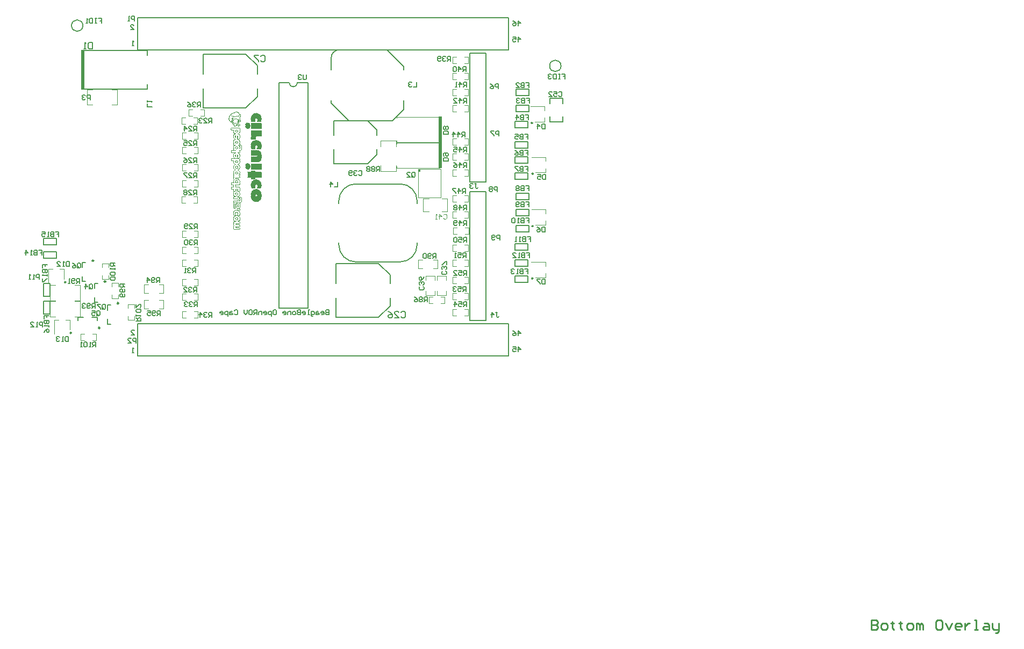
<source format=gbo>
%FSAX24Y24*%
%MOIN*%
G70*
G01*
G75*
G04 Layer_Color=9218505*
%ADD10C,0.0060*%
%ADD11C,0.0394*%
%ADD12R,0.0374X0.0394*%
%ADD13R,0.0394X0.0374*%
%ADD14R,0.0630X0.0500*%
%ADD15R,0.0500X0.0630*%
%ADD16R,0.0787X0.0787*%
%ADD17R,0.0850X0.1080*%
%ADD18R,0.0512X0.0728*%
%ADD19R,0.0276X0.0276*%
%ADD20R,0.0276X0.0276*%
%ADD21R,0.0236X0.0315*%
%ADD22R,0.0315X0.0236*%
%ADD23R,0.0728X0.0512*%
%ADD24R,0.0600X0.1000*%
%ADD25R,0.0591X0.1102*%
%ADD26R,0.0550X0.0450*%
%ADD27O,0.0669X0.0118*%
%ADD28R,0.0681X0.0748*%
%ADD29R,0.1654X0.1181*%
%ADD30O,0.0138X0.0669*%
%ADD31R,0.0500X0.1200*%
%ADD32R,0.0787X0.0787*%
%ADD33R,0.0220X0.0200*%
%ADD34R,0.0866X0.0236*%
%ADD35R,0.0866X0.0236*%
%ADD36R,0.0272X0.0390*%
%ADD37R,0.0965X0.0748*%
%ADD38R,0.0160X0.0250*%
%ADD39R,0.0197X0.0161*%
%ADD40R,0.0630X0.0118*%
%ADD41O,0.0630X0.0118*%
%ADD42C,0.0200*%
%ADD43C,0.0070*%
%ADD44C,0.0080*%
%ADD45C,0.0120*%
%ADD46C,0.0250*%
%ADD47C,0.0100*%
%ADD48C,0.0500*%
%ADD49C,0.0030*%
%ADD50C,0.0040*%
%ADD51C,0.0600*%
%ADD52C,0.1750*%
%ADD53R,0.0600X0.0600*%
%ADD54R,0.0600X0.0600*%
%ADD55C,0.0750*%
%ADD56R,0.0750X0.0750*%
%ADD57C,0.0800*%
%ADD58R,0.0800X0.0800*%
%ADD59C,0.0591*%
%ADD60R,0.0591X0.0591*%
%ADD61R,0.0550X0.0550*%
%ADD62C,0.0550*%
%ADD63R,0.0550X0.0550*%
%ADD64R,0.0591X0.0591*%
%ADD65C,0.0200*%
%ADD66C,0.0160*%
%ADD67C,0.0400*%
%ADD68C,0.0850*%
%ADD69C,0.0520*%
%ADD70C,0.0554*%
%ADD71C,0.0300*%
%ADD72R,0.1575X0.0630*%
%ADD73R,0.0200X0.0220*%
%ADD74R,0.0236X0.0591*%
%ADD75R,0.0591X0.0236*%
%ADD76R,0.1142X0.2126*%
%ADD77R,0.0701X0.1402*%
%ADD78R,0.0902X0.0673*%
%ADD79R,0.0134X0.0256*%
%ADD80R,0.0134X0.0315*%
%ADD81R,0.1260X0.0630*%
%ADD82R,0.1100X0.1500*%
%ADD83C,0.0050*%
%ADD84C,0.0098*%
%ADD85C,0.0079*%
%ADD86R,0.0200X0.1240*%
%ADD87R,0.0200X0.1640*%
%ADD88R,0.1240X0.0200*%
%ADD89C,0.0000*%
%ADD90R,0.0925X0.0709*%
%ADD91C,0.0787*%
%ADD92R,0.0454X0.0474*%
%ADD93R,0.0474X0.0454*%
%ADD94R,0.0710X0.0580*%
%ADD95R,0.0580X0.0710*%
%ADD96R,0.0867X0.0867*%
%ADD97R,0.0930X0.1160*%
%ADD98R,0.0592X0.0808*%
%ADD99R,0.0356X0.0356*%
%ADD100R,0.0356X0.0356*%
%ADD101R,0.0316X0.0395*%
%ADD102R,0.0395X0.0316*%
%ADD103R,0.0808X0.0592*%
%ADD104R,0.0680X0.1080*%
%ADD105R,0.0671X0.1182*%
%ADD106R,0.0630X0.0530*%
%ADD107O,0.0749X0.0198*%
%ADD108R,0.0761X0.0828*%
%ADD109R,0.1734X0.1261*%
%ADD110O,0.0218X0.0749*%
%ADD111R,0.0580X0.1280*%
%ADD112R,0.0867X0.0867*%
%ADD113R,0.0300X0.0280*%
%ADD114R,0.0946X0.0316*%
%ADD115R,0.0946X0.0316*%
%ADD116R,0.0352X0.0470*%
%ADD117R,0.1025X0.0808*%
%ADD118R,0.0200X0.0290*%
%ADD119R,0.0257X0.0221*%
%ADD120R,0.0710X0.0198*%
%ADD121O,0.0710X0.0198*%
%ADD122C,0.0680*%
%ADD123C,0.1830*%
%ADD124R,0.0680X0.0680*%
%ADD125C,0.0830*%
%ADD126R,0.0830X0.0830*%
%ADD127C,0.0880*%
%ADD128R,0.0880X0.0880*%
%ADD129C,0.0671*%
%ADD130R,0.0671X0.0671*%
%ADD131R,0.0630X0.0630*%
%ADD132C,0.0630*%
%ADD133R,0.0630X0.0630*%
%ADD134R,0.0671X0.0671*%
%ADD135R,0.1655X0.0710*%
%ADD136R,0.0280X0.0300*%
%ADD137R,0.0316X0.0671*%
%ADD138R,0.0671X0.0316*%
%ADD139R,0.1222X0.2206*%
%ADD140R,0.0781X0.1482*%
%ADD141R,0.0982X0.0753*%
%ADD142R,0.0214X0.0336*%
%ADD143R,0.0214X0.0395*%
%ADD144R,0.1340X0.0710*%
%ADD145R,0.1180X0.1580*%
%ADD146C,0.0280*%
%ADD147C,0.0010*%
%ADD148C,0.0020*%
%ADD149C,0.0036*%
%ADD150R,0.0132X0.0182*%
%ADD151R,0.0200X0.2470*%
G54D43*
X043573Y030521D02*
G03*
X042525Y029473I000000J-001048D01*
G01*
X047375D02*
G03*
X046327Y030521I-001048J000000D01*
G01*
Y025679D02*
G03*
X047375Y026727I000000J001048D01*
G01*
X042525D02*
G03*
X043573Y025679I001048J000000D01*
G01*
X042550Y038850D02*
G03*
X042050Y038350I000000J-000500D01*
G01*
X034127Y035227D02*
X035800D01*
X034127D02*
Y036447D01*
X037473Y035939D02*
Y036447D01*
X036761Y035227D02*
X037473Y035939D01*
X035800Y035227D02*
X036761D01*
X035800Y038573D02*
X036761D01*
X037473Y037861D01*
Y037353D02*
Y037861D01*
X034127Y037353D02*
Y038573D01*
X035800D01*
X056400Y034360D02*
Y034700D01*
X056000Y034360D02*
X056400D01*
X055600D02*
X056000D01*
X055600D02*
Y034700D01*
Y035500D02*
Y035840D01*
X056000D01*
X056400D01*
Y035500D02*
Y035840D01*
X042050Y037600D02*
Y038350D01*
Y035550D02*
Y035700D01*
Y035550D02*
X043150Y034450D01*
X044300D01*
X046550Y035150D02*
Y035700D01*
X045850Y034450D02*
X046550Y035150D01*
X044300Y034450D02*
X045850D01*
X044300Y038850D02*
X045500D01*
X046550Y037800D01*
Y037600D02*
Y037800D01*
X042550Y038850D02*
X044300D01*
X042356Y022227D02*
X044030D01*
X042356D02*
Y023447D01*
X045703Y022939D02*
Y023447D01*
X044990Y022227D02*
X045703Y022939D01*
X044030Y022227D02*
X044990D01*
X044030Y025573D02*
X044990D01*
X045703Y024861D01*
Y024353D02*
Y024861D01*
X042356Y024353D02*
Y025573D01*
X044030D01*
X030640Y038502D02*
Y038800D01*
X026650D02*
X030640D01*
X026650Y036400D02*
X030640D01*
Y036698D01*
X027250Y039300D02*
Y038900D01*
X027050D01*
X026983Y038967D01*
Y039233D01*
X027050Y039300D01*
X027250D01*
X026850Y038900D02*
X026717D01*
X026783D01*
Y039300D01*
X026850Y039233D01*
X037683Y038433D02*
X037750Y038500D01*
X037883D01*
X037950Y038433D01*
Y038167D01*
X037883Y038100D01*
X037750D01*
X037683Y038167D01*
X037550Y038500D02*
X037284D01*
Y038433D01*
X037550Y038167D01*
Y038100D01*
G54D47*
X054575Y031156D02*
G03*
X054575Y031156I-000036J000000D01*
G01*
Y027906D02*
G03*
X054575Y027906I-000036J000000D01*
G01*
X054560Y024650D02*
G03*
X054560Y024650I-000036J000000D01*
G01*
X025586Y024424D02*
G03*
X025586Y024424I-000036J000000D01*
G01*
X025936Y021274D02*
G03*
X025936Y021274I-000036J000000D01*
G01*
X054525Y034306D02*
G03*
X054525Y034306I-000036J000000D01*
G01*
X075550Y003450D02*
Y002850D01*
X075850D01*
X075950Y002950D01*
Y003050D01*
X075850Y003150D01*
X075550D01*
X075850D01*
X075950Y003250D01*
Y003350D01*
X075850Y003450D01*
X075550D01*
X076250Y002850D02*
X076450D01*
X076550Y002950D01*
Y003150D01*
X076450Y003250D01*
X076250D01*
X076150Y003150D01*
Y002950D01*
X076250Y002850D01*
X076850Y003350D02*
Y003250D01*
X076750D01*
X076950D01*
X076850D01*
Y002950D01*
X076950Y002850D01*
X077349Y003350D02*
Y003250D01*
X077249D01*
X077449D01*
X077349D01*
Y002950D01*
X077449Y002850D01*
X077849D02*
X078049D01*
X078149Y002950D01*
Y003150D01*
X078049Y003250D01*
X077849D01*
X077749Y003150D01*
Y002950D01*
X077849Y002850D01*
X078349D02*
Y003250D01*
X078449D01*
X078549Y003150D01*
Y002850D01*
Y003150D01*
X078649Y003250D01*
X078749Y003150D01*
Y002850D01*
X079849Y003450D02*
X079649D01*
X079549Y003350D01*
Y002950D01*
X079649Y002850D01*
X079849D01*
X079949Y002950D01*
Y003350D01*
X079849Y003450D01*
X080149Y003250D02*
X080348Y002850D01*
X080548Y003250D01*
X081048Y002850D02*
X080848D01*
X080748Y002950D01*
Y003150D01*
X080848Y003250D01*
X081048D01*
X081148Y003150D01*
Y003050D01*
X080748D01*
X081348Y003250D02*
Y002850D01*
Y003050D01*
X081448Y003150D01*
X081548Y003250D01*
X081648D01*
X081948Y002850D02*
X082148D01*
X082048D01*
Y003450D01*
X081948D01*
X082548Y003250D02*
X082748D01*
X082848Y003150D01*
Y002850D01*
X082548D01*
X082448Y002950D01*
X082548Y003050D01*
X082848D01*
X083048Y003250D02*
Y002950D01*
X083148Y002850D01*
X083447D01*
Y002750D01*
X083347Y002650D01*
X083248D01*
X083447Y002850D02*
Y003250D01*
G54D50*
X048473Y023600D02*
Y023860D01*
X047928Y023600D02*
X048473D01*
X047928D02*
Y023860D01*
Y024540D02*
Y024800D01*
X048473D01*
Y024540D02*
Y024800D01*
X049173Y023600D02*
Y023860D01*
X048628Y023600D02*
X049173D01*
X048628D02*
Y023860D01*
Y024540D02*
Y024800D01*
X049173D01*
Y024540D02*
Y024800D01*
X055345Y031226D02*
Y031486D01*
X054725Y031226D02*
X055345D01*
X054465Y032186D02*
X055345D01*
Y031926D02*
Y032186D01*
Y027976D02*
Y028236D01*
X054725Y027976D02*
X055345D01*
X054465Y028936D02*
X055345D01*
Y028676D02*
Y028936D01*
X055330Y024720D02*
Y024980D01*
X054710Y024720D02*
X055330D01*
X054450Y025680D02*
X055330D01*
Y025420D02*
Y025680D01*
X046100Y032995D02*
Y033085D01*
X048770D01*
X046100Y031515D02*
X048770D01*
X046100D02*
Y031605D01*
X025220Y025230D02*
X025480D01*
Y024610D02*
Y025230D01*
X024520Y024350D02*
Y025230D01*
X024780D01*
X025570Y022080D02*
X025830D01*
Y021460D02*
Y022080D01*
X024870Y021200D02*
Y022080D01*
X025130D01*
X032770Y034655D02*
X033000D01*
X032770Y034245D02*
Y034655D01*
Y034245D02*
X033000D01*
X033500Y034655D02*
X033730D01*
Y034245D02*
Y034655D01*
X033500Y034245D02*
X033730D01*
X032820Y033705D02*
X033050D01*
X032820Y033295D02*
Y033705D01*
Y033295D02*
X033050D01*
X033550Y033705D02*
X033780D01*
Y033295D02*
Y033705D01*
X033550Y033295D02*
X033780D01*
X032820Y032805D02*
X033050D01*
X032820Y032395D02*
Y032805D01*
Y032395D02*
X033050D01*
X033550Y032805D02*
X033780D01*
Y032395D02*
Y032805D01*
X033550Y032395D02*
X033780D01*
X032820Y031755D02*
X033050D01*
X032820Y031345D02*
Y031755D01*
Y031345D02*
X033050D01*
X033550Y031755D02*
X033780D01*
Y031345D02*
Y031755D01*
X033550Y031345D02*
X033780D01*
X032820Y030755D02*
X033050D01*
X032820Y030345D02*
Y030755D01*
Y030345D02*
X033050D01*
X033550Y030755D02*
X033780D01*
Y030345D02*
Y030755D01*
X033550Y030345D02*
X033780D01*
X032770Y029755D02*
X033000D01*
X032770Y029345D02*
Y029755D01*
Y029345D02*
X033000D01*
X033500Y029755D02*
X033730D01*
Y029345D02*
Y029755D01*
X033500Y029345D02*
X033730D01*
X032820Y027605D02*
X033050D01*
X032820Y027195D02*
Y027605D01*
Y027195D02*
X033050D01*
X033550Y027605D02*
X033780D01*
Y027195D02*
Y027605D01*
X033550Y027195D02*
X033780D01*
X032820Y026605D02*
X033050D01*
X032820Y026195D02*
Y026605D01*
Y026195D02*
X033050D01*
X033550Y026605D02*
X033780D01*
Y026195D02*
Y026605D01*
X033550Y026195D02*
X033780D01*
X032820Y025805D02*
X033050D01*
X032820Y025395D02*
Y025805D01*
Y025395D02*
X033050D01*
X033550Y025805D02*
X033780D01*
Y025395D02*
Y025805D01*
X033550Y025395D02*
X033780D01*
X032820Y024605D02*
X033050D01*
X032820Y024195D02*
Y024605D01*
Y024195D02*
X033050D01*
X033550Y024605D02*
X033780D01*
Y024195D02*
Y024605D01*
X033550Y024195D02*
X033780D01*
X032820Y023705D02*
X033050D01*
X032820Y023295D02*
Y023705D01*
Y023295D02*
X033050D01*
X033550Y023705D02*
X033780D01*
Y023295D02*
Y023705D01*
X033550Y023295D02*
X033780D01*
X032820Y022605D02*
X033050D01*
X032820Y022195D02*
Y022605D01*
Y022195D02*
X033050D01*
X033550Y022605D02*
X033780D01*
Y022195D02*
Y022605D01*
X033550Y022195D02*
X033780D01*
X033220Y035155D02*
X033450D01*
X033220Y034745D02*
Y035155D01*
Y034745D02*
X033450D01*
X033950Y035155D02*
X034180D01*
Y034745D02*
Y035155D01*
X033950Y034745D02*
X034180D01*
X049570Y038405D02*
X049800D01*
X049570Y037995D02*
Y038405D01*
Y037995D02*
X049800D01*
X050300Y038405D02*
X050530D01*
Y037995D02*
Y038405D01*
X050300Y037995D02*
X050530D01*
X049570Y037405D02*
X049800D01*
X049570Y036995D02*
Y037405D01*
Y036995D02*
X049800D01*
X050300Y037405D02*
X050530D01*
Y036995D02*
Y037405D01*
X050300Y036995D02*
X050530D01*
X049570Y036405D02*
X049800D01*
X049570Y035995D02*
Y036405D01*
Y035995D02*
X049800D01*
X050300Y036405D02*
X050530D01*
Y035995D02*
Y036405D01*
X050300Y035995D02*
X050530D01*
X049570Y035405D02*
X049800D01*
X049570Y034995D02*
Y035405D01*
Y034995D02*
X049800D01*
X050300Y035405D02*
X050530D01*
Y034995D02*
Y035405D01*
X050300Y034995D02*
X050530D01*
X049570Y033355D02*
X049800D01*
X049570Y032945D02*
Y033355D01*
Y032945D02*
X049800D01*
X050300Y033355D02*
X050530D01*
Y032945D02*
Y033355D01*
X050300Y032945D02*
X050530D01*
X049570Y032405D02*
X049800D01*
X049570Y031995D02*
Y032405D01*
Y031995D02*
X049800D01*
X050300Y032405D02*
X050530D01*
Y031995D02*
Y032405D01*
X050300Y031995D02*
X050530D01*
X049570Y031405D02*
X049800D01*
X049570Y030995D02*
Y031405D01*
Y030995D02*
X049800D01*
X050300Y031405D02*
X050530D01*
Y030995D02*
Y031405D01*
X050300Y030995D02*
X050530D01*
X049570Y029805D02*
X049800D01*
X049570Y029395D02*
Y029805D01*
Y029395D02*
X049800D01*
X050300Y029805D02*
X050530D01*
Y029395D02*
Y029805D01*
X050300Y029395D02*
X050530D01*
X049570Y028805D02*
X049800D01*
X049570Y028395D02*
Y028805D01*
Y028395D02*
X049800D01*
X050300Y028805D02*
X050530D01*
Y028395D02*
Y028805D01*
X050300Y028395D02*
X050530D01*
X049620Y027805D02*
X049850D01*
X049620Y027395D02*
Y027805D01*
Y027395D02*
X049850D01*
X050350Y027805D02*
X050580D01*
Y027395D02*
Y027805D01*
X050350Y027395D02*
X050580D01*
X049570Y026755D02*
X049800D01*
X049570Y026345D02*
Y026755D01*
Y026345D02*
X049800D01*
X050300Y026755D02*
X050530D01*
Y026345D02*
Y026755D01*
X050300Y026345D02*
X050530D01*
X049570Y025805D02*
X049800D01*
X049570Y025395D02*
Y025805D01*
Y025395D02*
X049800D01*
X050300Y025805D02*
X050530D01*
Y025395D02*
Y025805D01*
X050300Y025395D02*
X050530D01*
X049570Y024755D02*
X049800D01*
X049570Y024345D02*
Y024755D01*
Y024345D02*
X049800D01*
X050300Y024755D02*
X050530D01*
Y024345D02*
Y024755D01*
X050300Y024345D02*
X050530D01*
X049570Y023755D02*
X049800D01*
X049570Y023345D02*
Y023755D01*
Y023345D02*
X049800D01*
X050300Y023755D02*
X050530D01*
Y023345D02*
Y023755D01*
X050300Y023345D02*
X050530D01*
X049570Y022755D02*
X049800D01*
X049570Y022345D02*
Y022755D01*
Y022345D02*
X049800D01*
X050300Y022755D02*
X050530D01*
Y022345D02*
Y022755D01*
X050300Y022345D02*
X050530D01*
X048120Y023505D02*
X048350D01*
X048120Y023095D02*
Y023505D01*
Y023095D02*
X048350D01*
X048850Y023505D02*
X049080D01*
Y023095D02*
Y023505D01*
X048850Y023095D02*
X049080D01*
X046076Y032841D02*
Y033195D01*
X045124D02*
X046076D01*
X045124Y032841D02*
Y033195D01*
Y031305D02*
Y031659D01*
Y031305D02*
X046076D01*
Y031659D01*
X048390Y025823D02*
X048650D01*
Y025278D02*
Y025823D01*
X048390Y025278D02*
X048650D01*
X047450D02*
X047710D01*
X047450D02*
Y025823D01*
X047710D01*
X026141Y023274D02*
X026495D01*
Y024226D01*
X026141D02*
X026495D01*
X024605D02*
X024959D01*
X024605Y023274D02*
Y024226D01*
Y023274D02*
X024959D01*
X026141Y022274D02*
X026495D01*
Y023226D01*
X026141D02*
X026495D01*
X024605D02*
X024959D01*
X024605Y022274D02*
Y023226D01*
Y022274D02*
X024959D01*
X030450Y023727D02*
X030710D01*
X030450D02*
Y024272D01*
X030710D01*
X031390D02*
X031650D01*
Y023727D02*
Y024272D01*
X031390Y023727D02*
X031650D01*
X030450Y022777D02*
X030710D01*
X030450D02*
Y023322D01*
X030710D01*
X031390D02*
X031650D01*
Y022777D02*
Y023322D01*
X031390Y022777D02*
X031650D01*
X028445Y023420D02*
Y023650D01*
Y023420D02*
X028855D01*
Y023650D01*
X028445Y024150D02*
Y024380D01*
X028855D01*
Y024150D02*
Y024380D01*
X028255Y025350D02*
Y025580D01*
X027845D02*
X028255D01*
X027845Y025350D02*
Y025580D01*
X028255Y024620D02*
Y024850D01*
X027845Y024620D02*
X028255D01*
X027845D02*
Y024850D01*
X026520Y021205D02*
X026750D01*
X026520Y020795D02*
Y021205D01*
Y020795D02*
X026750D01*
X027250Y021205D02*
X027480D01*
Y020795D02*
Y021205D01*
X027250Y020795D02*
X027480D01*
X029855Y022800D02*
Y023030D01*
X029445D02*
X029855D01*
X029445Y022800D02*
Y023030D01*
X029855Y022070D02*
Y022300D01*
X029445Y022070D02*
X029855D01*
X029445D02*
Y022300D01*
X048900Y028800D02*
X049240D01*
Y029200D01*
Y029600D01*
X048900D02*
X049240D01*
X047760D02*
X048100D01*
X047760Y029200D02*
Y029600D01*
Y028800D02*
Y029200D01*
Y028800D02*
X048100D01*
X028441Y035424D02*
X028795D01*
Y036376D01*
X028441D02*
X028795D01*
X026905D02*
X027259D01*
X026905Y035424D02*
Y036376D01*
Y035424D02*
X027259D01*
X048859Y029676D02*
Y030511D01*
X048150Y029676D02*
X048859D01*
X048150Y031424D02*
X048859D01*
Y030511D02*
Y031424D01*
X047441Y030511D02*
Y031424D01*
X048150D01*
X047441Y029676D02*
X048150D01*
X047441D02*
Y030511D01*
X046100Y034595D02*
Y034685D01*
X048770D01*
X046100Y033115D02*
X048770D01*
X046100D02*
Y033205D01*
X055295Y034376D02*
Y034636D01*
X054675Y034376D02*
X055295D01*
X054415Y035336D02*
X055295D01*
Y035076D02*
Y035336D01*
X049000Y028600D02*
X049050Y028650D01*
X049150D01*
X049200Y028600D01*
Y028400D01*
X049150Y028350D01*
X049050D01*
X049000Y028400D01*
X048750Y028350D02*
Y028650D01*
X048900Y028500D01*
X048700D01*
X048600Y028350D02*
X048500D01*
X048550D01*
Y028650D01*
X048600Y028600D01*
G54D83*
X026654Y040350D02*
G03*
X026654Y040350I-000354J000000D01*
G01*
X039450Y036800D02*
G03*
X039950Y036800I000250J000000D01*
G01*
X056304Y037850D02*
G03*
X056304Y037850I-000354J000000D01*
G01*
X030050Y019850D02*
Y021850D01*
X031050D02*
X053050D01*
Y019850D02*
Y021850D01*
X031050Y019850D02*
X053050D01*
X030050Y021850D02*
X031050D01*
X030050Y019850D02*
X031050D01*
X053517Y036000D02*
X054317D01*
Y036400D01*
X053517D02*
X054317D01*
X053517Y036000D02*
Y036400D01*
X053500Y035000D02*
X054300D01*
Y035400D01*
X053500D02*
X054300D01*
X053500Y035000D02*
Y035400D01*
X053450Y034000D02*
X054250D01*
Y034400D01*
X053450D02*
X054250D01*
X053450Y034000D02*
Y034400D01*
Y032750D02*
X054250D01*
Y033150D01*
X053450D02*
X054250D01*
X053450Y032750D02*
Y033150D01*
Y031800D02*
X054250D01*
Y032200D01*
X053450D02*
X054250D01*
X053450Y031800D02*
Y032200D01*
Y030800D02*
X054250D01*
Y031200D01*
X053450D02*
X054250D01*
X053450Y030800D02*
Y031200D01*
X053500Y029550D02*
X054300D01*
Y029950D01*
X053500D02*
X054300D01*
X053500Y029550D02*
Y029950D01*
Y028550D02*
X054300D01*
Y028950D01*
X053500D02*
X054300D01*
X053500Y028550D02*
Y028950D01*
Y027550D02*
X054300D01*
Y027950D01*
X053500D02*
X054300D01*
X053500Y027550D02*
Y027950D01*
X053450Y026400D02*
X054250D01*
Y026800D01*
X053450D02*
X054250D01*
X053450Y026400D02*
Y026800D01*
Y025400D02*
X054250D01*
Y025800D01*
X053450D02*
X054250D01*
X053450Y025400D02*
Y025800D01*
Y024400D02*
X054250D01*
Y024800D01*
X053450D02*
X054250D01*
X053450Y024400D02*
Y024800D01*
X024200Y025900D02*
X025000D01*
Y026300D01*
X024200D02*
X025000D01*
X024200Y025900D02*
Y026300D01*
Y026750D02*
X025000D01*
Y027150D01*
X024200D02*
X025000D01*
X024200Y026750D02*
Y027150D01*
X024600Y022450D02*
Y023250D01*
X024200D02*
X024600D01*
X024200Y022450D02*
Y023250D01*
Y022450D02*
X024600D01*
X050650Y022050D02*
X051650D01*
Y030050D01*
X050650D02*
X051650D01*
X050650Y022050D02*
Y030050D01*
X026359Y022226D02*
X026674D01*
X026359Y022029D02*
Y022226D01*
X027226D02*
X027541D01*
Y022029D02*
Y022226D01*
X026624Y024459D02*
Y024774D01*
Y024459D02*
X026821D01*
X026624Y025326D02*
Y025641D01*
X026821D01*
X028174Y021809D02*
Y022124D01*
Y021809D02*
X028371D01*
X028174Y022676D02*
Y022991D01*
X028371D01*
X024600Y023550D02*
Y024350D01*
X024200D02*
X024600D01*
X024200Y023550D02*
Y024350D01*
Y023550D02*
X024600D01*
X043573Y030521D02*
X044950D01*
X042525Y029311D02*
Y029473D01*
X047375Y029311D02*
Y029473D01*
X044950Y030521D02*
X046327D01*
X044950Y025679D02*
X046327D01*
X047375Y026727D02*
Y026889D01*
X042525Y026727D02*
Y026889D01*
X043573Y025679D02*
X044950D01*
X040600Y022800D02*
Y036800D01*
X038800Y022800D02*
X040600D01*
X038800D02*
Y036800D01*
X039450D01*
X039950D02*
X040600D01*
X030050Y038850D02*
Y040850D01*
X031050D02*
X053050D01*
Y038850D02*
Y040850D01*
X031050Y038850D02*
X053050D01*
X030050Y040850D02*
X031050D01*
X030050Y038850D02*
X031050D01*
X050650Y030650D02*
Y038650D01*
X051650D01*
Y030650D02*
Y038650D01*
X050650Y030650D02*
X051650D01*
X044314Y034439D02*
X044888Y033865D01*
X042211Y034439D02*
X044314D01*
X042211Y033533D02*
Y034439D01*
X044888Y033533D02*
Y033865D01*
Y032335D02*
Y032667D01*
X042211Y031761D02*
Y032667D01*
Y031761D02*
X044314D01*
X044888Y032335D01*
X027374Y023159D02*
Y023474D01*
Y023159D02*
X027571D01*
X027374Y024026D02*
Y024341D01*
X027571D01*
X056150Y036200D02*
X056200Y036250D01*
X056300D01*
X056350Y036200D01*
Y036000D01*
X056300Y035950D01*
X056200D01*
X056150Y036000D01*
X055850Y036250D02*
X056050D01*
Y036100D01*
X055950Y036150D01*
X055900D01*
X055850Y036100D01*
Y036000D01*
X055900Y035950D01*
X056000D01*
X056050Y036000D01*
X055550Y035950D02*
X055750D01*
X055550Y036150D01*
Y036200D01*
X055600Y036250D01*
X055700D01*
X055750Y036200D01*
X024150Y021650D02*
Y021950D01*
X024000D01*
X023950Y021900D01*
Y021800D01*
X024000Y021750D01*
X024150D01*
X023850Y021650D02*
X023750D01*
X023800D01*
Y021950D01*
X023850Y021900D01*
X023400Y021650D02*
X023600D01*
X023400Y021850D01*
Y021900D01*
X023450Y021950D01*
X023550D01*
X023600Y021900D01*
X023950Y024600D02*
Y024900D01*
X023800D01*
X023750Y024850D01*
Y024750D01*
X023800Y024700D01*
X023950D01*
X023650Y024600D02*
X023550D01*
X023600D01*
Y024900D01*
X023650Y024850D01*
X023400Y024600D02*
X023300D01*
X023350D01*
Y024900D01*
X023400Y024850D01*
X024150Y025300D02*
Y025500D01*
X024300D01*
Y025400D01*
Y025500D01*
X024450D01*
X024150Y025200D02*
X024450D01*
Y025050D01*
X024400Y025000D01*
X024350D01*
X024300Y025050D01*
Y025200D01*
Y025050D01*
X024250Y025000D01*
X024200D01*
X024150Y025050D01*
Y025200D01*
X024450Y024900D02*
Y024800D01*
Y024850D01*
X024150D01*
X024200Y024900D01*
X024150Y024650D02*
Y024450D01*
X024200D01*
X024400Y024650D01*
X024450D01*
X027100Y035750D02*
Y036050D01*
X026950D01*
X026900Y036000D01*
Y035900D01*
X026950Y035850D01*
X027100D01*
X026800Y036000D02*
X026750Y036050D01*
X026650D01*
X026600Y036000D01*
Y035950D01*
X026650Y035900D01*
X026700D01*
X026650D01*
X026600Y035850D01*
Y035800D01*
X026650Y035750D01*
X026750D01*
X026800Y035800D01*
X052427Y036427D02*
Y036727D01*
X052277D01*
X052227Y036677D01*
Y036577D01*
X052277Y036527D01*
X052427D01*
X051927Y036727D02*
X052027Y036677D01*
X052127Y036577D01*
Y036477D01*
X052077Y036427D01*
X051977D01*
X051927Y036477D01*
Y036527D01*
X051977Y036577D01*
X052127D01*
X052450Y033500D02*
Y033800D01*
X052300D01*
X052250Y033750D01*
Y033650D01*
X052300Y033600D01*
X052450D01*
X052150Y033800D02*
X051950D01*
Y033750D01*
X052150Y033550D01*
Y033500D01*
X052350Y030050D02*
Y030350D01*
X052200D01*
X052150Y030300D01*
Y030200D01*
X052200Y030150D01*
X052350D01*
X052050Y030300D02*
X052000Y030350D01*
X051900D01*
X051850Y030300D01*
Y030250D01*
X051900Y030200D01*
X051850Y030150D01*
Y030100D01*
X051900Y030050D01*
X052000D01*
X052050Y030100D01*
Y030150D01*
X052000Y030200D01*
X052050Y030250D01*
Y030300D01*
X052000Y030200D02*
X051900D01*
X052500Y027050D02*
Y027350D01*
X052350D01*
X052300Y027300D01*
Y027200D01*
X052350Y027150D01*
X052500D01*
X052200Y027100D02*
X052150Y027050D01*
X052050D01*
X052000Y027100D01*
Y027300D01*
X052050Y027350D01*
X052150D01*
X052200Y027300D01*
Y027250D01*
X052150Y027200D01*
X052000D01*
X040500Y037300D02*
Y037050D01*
X040450Y037000D01*
X040350D01*
X040300Y037050D01*
Y037300D01*
X040200Y037250D02*
X040150Y037300D01*
X040050D01*
X040000Y037250D01*
Y037200D01*
X040050Y037150D01*
X040100D01*
X040050D01*
X040000Y037100D01*
Y037050D01*
X040050Y037000D01*
X040150D01*
X040200Y037050D01*
X029950Y022000D02*
X030250D01*
Y022150D01*
X030200Y022200D01*
X030100D01*
X030050Y022150D01*
Y022000D01*
Y022100D02*
X029950Y022200D01*
Y022300D02*
Y022400D01*
Y022350D01*
X030250D01*
X030200Y022300D01*
Y022550D02*
X030250Y022600D01*
Y022700D01*
X030200Y022750D01*
X030000D01*
X029950Y022700D01*
Y022600D01*
X030000Y022550D01*
X030200D01*
X029950Y023050D02*
Y022850D01*
X030150Y023050D01*
X030200D01*
X030250Y023000D01*
Y022900D01*
X030200Y022850D01*
X027450Y020400D02*
Y020700D01*
X027300D01*
X027250Y020650D01*
Y020550D01*
X027300Y020500D01*
X027450D01*
X027350D02*
X027250Y020400D01*
X027150D02*
X027050D01*
X027100D01*
Y020700D01*
X027150Y020650D01*
X026900D02*
X026850Y020700D01*
X026750D01*
X026700Y020650D01*
Y020450D01*
X026750Y020400D01*
X026850D01*
X026900Y020450D01*
Y020650D01*
X026600Y020400D02*
X026500D01*
X026550D01*
Y020700D01*
X026600Y020650D01*
X028650Y025600D02*
X028350D01*
Y025450D01*
X028400Y025400D01*
X028500D01*
X028550Y025450D01*
Y025600D01*
Y025500D02*
X028650Y025400D01*
Y025300D02*
Y025200D01*
Y025250D01*
X028350D01*
X028400Y025300D01*
Y025050D02*
X028350Y025000D01*
Y024900D01*
X028400Y024850D01*
X028600D01*
X028650Y024900D01*
Y025000D01*
X028600Y025050D01*
X028400D01*
Y024750D02*
X028350Y024700D01*
Y024600D01*
X028400Y024550D01*
X028600D01*
X028650Y024600D01*
Y024700D01*
X028600Y024750D01*
X028400D01*
X029250Y024300D02*
X028950D01*
Y024150D01*
X029000Y024100D01*
X029100D01*
X029150Y024150D01*
Y024300D01*
Y024200D02*
X029250Y024100D01*
X029200Y024000D02*
X029250Y023950D01*
Y023850D01*
X029200Y023800D01*
X029000D01*
X028950Y023850D01*
Y023950D01*
X029000Y024000D01*
X029050D01*
X029100Y023950D01*
Y023800D01*
X029200Y023700D02*
X029250Y023650D01*
Y023550D01*
X029200Y023500D01*
X029000D01*
X028950Y023550D01*
Y023650D01*
X029000Y023700D01*
X029050D01*
X029100Y023650D01*
Y023500D01*
X031450Y022350D02*
Y022650D01*
X031300D01*
X031250Y022600D01*
Y022500D01*
X031300Y022450D01*
X031450D01*
X031350D02*
X031250Y022350D01*
X031150Y022400D02*
X031100Y022350D01*
X031000D01*
X030950Y022400D01*
Y022600D01*
X031000Y022650D01*
X031100D01*
X031150Y022600D01*
Y022550D01*
X031100Y022500D01*
X030950D01*
X030650Y022650D02*
X030850D01*
Y022500D01*
X030750Y022550D01*
X030700D01*
X030650Y022500D01*
Y022400D01*
X030700Y022350D01*
X030800D01*
X030850Y022400D01*
X031400Y024400D02*
Y024700D01*
X031250D01*
X031200Y024650D01*
Y024550D01*
X031250Y024500D01*
X031400D01*
X031300D02*
X031200Y024400D01*
X031100Y024450D02*
X031050Y024400D01*
X030950D01*
X030900Y024450D01*
Y024650D01*
X030950Y024700D01*
X031050D01*
X031100Y024650D01*
Y024600D01*
X031050Y024550D01*
X030900D01*
X030650Y024400D02*
Y024700D01*
X030800Y024550D01*
X030600D01*
X027400Y022800D02*
Y023100D01*
X027250D01*
X027200Y023050D01*
Y022950D01*
X027250Y022900D01*
X027400D01*
X027300D02*
X027200Y022800D01*
X027100Y022850D02*
X027050Y022800D01*
X026950D01*
X026900Y022850D01*
Y023050D01*
X026950Y023100D01*
X027050D01*
X027100Y023050D01*
Y023000D01*
X027050Y022950D01*
X026900D01*
X026800Y023050D02*
X026750Y023100D01*
X026650D01*
X026600Y023050D01*
Y023000D01*
X026650Y022950D01*
X026700D01*
X026650D01*
X026600Y022900D01*
Y022850D01*
X026650Y022800D01*
X026750D01*
X026800Y022850D01*
X026450Y024350D02*
Y024650D01*
X026300D01*
X026250Y024600D01*
Y024500D01*
X026300Y024450D01*
X026450D01*
X026350D02*
X026250Y024350D01*
X026150Y024400D02*
X026100Y024350D01*
X026000D01*
X025950Y024400D01*
Y024600D01*
X026000Y024650D01*
X026100D01*
X026150Y024600D01*
Y024550D01*
X026100Y024500D01*
X025950D01*
X025850Y024350D02*
X025750D01*
X025800D01*
Y024650D01*
X025850Y024600D01*
X048550Y025900D02*
Y026200D01*
X048400D01*
X048350Y026150D01*
Y026050D01*
X048400Y026000D01*
X048550D01*
X048450D02*
X048350Y025900D01*
X048250Y025950D02*
X048200Y025900D01*
X048100D01*
X048050Y025950D01*
Y026150D01*
X048100Y026200D01*
X048200D01*
X048250Y026150D01*
Y026100D01*
X048200Y026050D01*
X048050D01*
X047950Y026150D02*
X047900Y026200D01*
X047800D01*
X047750Y026150D01*
Y025950D01*
X047800Y025900D01*
X047900D01*
X047950Y025950D01*
Y026150D01*
X045050Y031300D02*
Y031600D01*
X044900D01*
X044850Y031550D01*
Y031450D01*
X044900Y031400D01*
X045050D01*
X044950D02*
X044850Y031300D01*
X044750Y031550D02*
X044700Y031600D01*
X044600D01*
X044550Y031550D01*
Y031500D01*
X044600Y031450D01*
X044550Y031400D01*
Y031350D01*
X044600Y031300D01*
X044700D01*
X044750Y031350D01*
Y031400D01*
X044700Y031450D01*
X044750Y031500D01*
Y031550D01*
X044700Y031450D02*
X044600D01*
X044450Y031550D02*
X044400Y031600D01*
X044300D01*
X044250Y031550D01*
Y031500D01*
X044300Y031450D01*
X044250Y031400D01*
Y031350D01*
X044300Y031300D01*
X044400D01*
X044450Y031350D01*
Y031400D01*
X044400Y031450D01*
X044450Y031500D01*
Y031550D01*
X044400Y031450D02*
X044300D01*
X048000Y023200D02*
Y023500D01*
X047850D01*
X047800Y023450D01*
Y023350D01*
X047850Y023300D01*
X048000D01*
X047900D02*
X047800Y023200D01*
X047700Y023450D02*
X047650Y023500D01*
X047550D01*
X047500Y023450D01*
Y023400D01*
X047550Y023350D01*
X047500Y023300D01*
Y023250D01*
X047550Y023200D01*
X047650D01*
X047700Y023250D01*
Y023300D01*
X047650Y023350D01*
X047700Y023400D01*
Y023450D01*
X047650Y023350D02*
X047550D01*
X047200Y023500D02*
X047300Y023450D01*
X047400Y023350D01*
Y023250D01*
X047350Y023200D01*
X047250D01*
X047200Y023250D01*
Y023300D01*
X047250Y023350D01*
X047400D01*
X050450Y022900D02*
Y023200D01*
X050300D01*
X050250Y023150D01*
Y023050D01*
X050300Y023000D01*
X050450D01*
X050350D02*
X050250Y022900D01*
X049950Y023200D02*
X050150D01*
Y023050D01*
X050050Y023100D01*
X050000D01*
X049950Y023050D01*
Y022950D01*
X050000Y022900D01*
X050100D01*
X050150Y022950D01*
X049700Y022900D02*
Y023200D01*
X049850Y023050D01*
X049650D01*
X050400Y023850D02*
Y024150D01*
X050250D01*
X050200Y024100D01*
Y024000D01*
X050250Y023950D01*
X050400D01*
X050300D02*
X050200Y023850D01*
X049900Y024150D02*
X050100D01*
Y024000D01*
X050000Y024050D01*
X049950D01*
X049900Y024000D01*
Y023900D01*
X049950Y023850D01*
X050050D01*
X050100Y023900D01*
X049800Y024100D02*
X049750Y024150D01*
X049650D01*
X049600Y024100D01*
Y024050D01*
X049650Y024000D01*
X049700D01*
X049650D01*
X049600Y023950D01*
Y023900D01*
X049650Y023850D01*
X049750D01*
X049800Y023900D01*
X050450Y024850D02*
Y025150D01*
X050300D01*
X050250Y025100D01*
Y025000D01*
X050300Y024950D01*
X050450D01*
X050350D02*
X050250Y024850D01*
X049950Y025150D02*
X050150D01*
Y025000D01*
X050050Y025050D01*
X050000D01*
X049950Y025000D01*
Y024900D01*
X050000Y024850D01*
X050100D01*
X050150Y024900D01*
X049650Y024850D02*
X049850D01*
X049650Y025050D01*
Y025100D01*
X049700Y025150D01*
X049800D01*
X049850Y025100D01*
X050400Y025950D02*
Y026250D01*
X050250D01*
X050200Y026200D01*
Y026100D01*
X050250Y026050D01*
X050400D01*
X050300D02*
X050200Y025950D01*
X049900Y026250D02*
X050100D01*
Y026100D01*
X050000Y026150D01*
X049950D01*
X049900Y026100D01*
Y026000D01*
X049950Y025950D01*
X050050D01*
X050100Y026000D01*
X049800Y025950D02*
X049700D01*
X049750D01*
Y026250D01*
X049800Y026200D01*
X050450Y026900D02*
Y027200D01*
X050300D01*
X050250Y027150D01*
Y027050D01*
X050300Y027000D01*
X050450D01*
X050350D02*
X050250Y026900D01*
X049950Y027200D02*
X050150D01*
Y027050D01*
X050050Y027100D01*
X050000D01*
X049950Y027050D01*
Y026950D01*
X050000Y026900D01*
X050100D01*
X050150Y026950D01*
X049850Y027150D02*
X049800Y027200D01*
X049700D01*
X049650Y027150D01*
Y026950D01*
X049700Y026900D01*
X049800D01*
X049850Y026950D01*
Y027150D01*
X050450Y027950D02*
Y028250D01*
X050300D01*
X050250Y028200D01*
Y028100D01*
X050300Y028050D01*
X050450D01*
X050350D02*
X050250Y027950D01*
X050000D02*
Y028250D01*
X050150Y028100D01*
X049950D01*
X049850Y028000D02*
X049800Y027950D01*
X049700D01*
X049650Y028000D01*
Y028200D01*
X049700Y028250D01*
X049800D01*
X049850Y028200D01*
Y028150D01*
X049800Y028100D01*
X049650D01*
X050450Y028900D02*
Y029200D01*
X050300D01*
X050250Y029150D01*
Y029050D01*
X050300Y029000D01*
X050450D01*
X050350D02*
X050250Y028900D01*
X050000D02*
Y029200D01*
X050150Y029050D01*
X049950D01*
X049850Y029150D02*
X049800Y029200D01*
X049700D01*
X049650Y029150D01*
Y029100D01*
X049700Y029050D01*
X049650Y029000D01*
Y028950D01*
X049700Y028900D01*
X049800D01*
X049850Y028950D01*
Y029000D01*
X049800Y029050D01*
X049850Y029100D01*
Y029150D01*
X049800Y029050D02*
X049700D01*
X050393Y029928D02*
Y030228D01*
X050243D01*
X050193Y030178D01*
Y030078D01*
X050243Y030028D01*
X050393D01*
X050293D02*
X050193Y029928D01*
X049943D02*
Y030228D01*
X050093Y030078D01*
X049893D01*
X049793Y030228D02*
X049593D01*
Y030178D01*
X049793Y029978D01*
Y029928D01*
X050450Y031550D02*
Y031850D01*
X050300D01*
X050250Y031800D01*
Y031700D01*
X050300Y031650D01*
X050450D01*
X050350D02*
X050250Y031550D01*
X050000D02*
Y031850D01*
X050150Y031700D01*
X049950D01*
X049650Y031850D02*
X049750Y031800D01*
X049850Y031700D01*
Y031600D01*
X049800Y031550D01*
X049700D01*
X049650Y031600D01*
Y031650D01*
X049700Y031700D01*
X049850D01*
X050450Y032500D02*
Y032800D01*
X050300D01*
X050250Y032750D01*
Y032650D01*
X050300Y032600D01*
X050450D01*
X050350D02*
X050250Y032500D01*
X050000D02*
Y032800D01*
X050150Y032650D01*
X049950D01*
X049650Y032800D02*
X049850D01*
Y032650D01*
X049750Y032700D01*
X049700D01*
X049650Y032650D01*
Y032550D01*
X049700Y032500D01*
X049800D01*
X049850Y032550D01*
X050350Y033450D02*
Y033750D01*
X050200D01*
X050150Y033700D01*
Y033600D01*
X050200Y033550D01*
X050350D01*
X050250D02*
X050150Y033450D01*
X049900D02*
Y033750D01*
X050050Y033600D01*
X049850D01*
X049600Y033450D02*
Y033750D01*
X049750Y033600D01*
X049550D01*
X050450Y035550D02*
Y035850D01*
X050300D01*
X050250Y035800D01*
Y035700D01*
X050300Y035650D01*
X050450D01*
X050350D02*
X050250Y035550D01*
X050000D02*
Y035850D01*
X050150Y035700D01*
X049950D01*
X049650Y035550D02*
X049850D01*
X049650Y035750D01*
Y035800D01*
X049700Y035850D01*
X049800D01*
X049850Y035800D01*
X050450Y036550D02*
Y036850D01*
X050300D01*
X050250Y036800D01*
Y036700D01*
X050300Y036650D01*
X050450D01*
X050350D02*
X050250Y036550D01*
X050000D02*
Y036850D01*
X050150Y036700D01*
X049950D01*
X049850Y036550D02*
X049750D01*
X049800D01*
Y036850D01*
X049850Y036800D01*
X050400Y037500D02*
Y037800D01*
X050250D01*
X050200Y037750D01*
Y037650D01*
X050250Y037600D01*
X050400D01*
X050300D02*
X050200Y037500D01*
X049950D02*
Y037800D01*
X050100Y037650D01*
X049900D01*
X049800Y037750D02*
X049750Y037800D01*
X049650D01*
X049600Y037750D01*
Y037550D01*
X049650Y037500D01*
X049750D01*
X049800Y037550D01*
Y037750D01*
X049450Y038150D02*
Y038450D01*
X049300D01*
X049250Y038400D01*
Y038300D01*
X049300Y038250D01*
X049450D01*
X049350D02*
X049250Y038150D01*
X049150Y038400D02*
X049100Y038450D01*
X049000D01*
X048950Y038400D01*
Y038350D01*
X049000Y038300D01*
X049050D01*
X049000D01*
X048950Y038250D01*
Y038200D01*
X049000Y038150D01*
X049100D01*
X049150Y038200D01*
X048850D02*
X048800Y038150D01*
X048700D01*
X048650Y038200D01*
Y038400D01*
X048700Y038450D01*
X048800D01*
X048850Y038400D01*
Y038350D01*
X048800Y038300D01*
X048650D01*
X033950Y035300D02*
Y035600D01*
X033800D01*
X033750Y035550D01*
Y035450D01*
X033800Y035400D01*
X033950D01*
X033850D02*
X033750Y035300D01*
X033650Y035550D02*
X033600Y035600D01*
X033500D01*
X033450Y035550D01*
Y035500D01*
X033500Y035450D01*
X033550D01*
X033500D01*
X033450Y035400D01*
Y035350D01*
X033500Y035300D01*
X033600D01*
X033650Y035350D01*
X033150Y035600D02*
X033250Y035550D01*
X033350Y035450D01*
Y035350D01*
X033300Y035300D01*
X033200D01*
X033150Y035350D01*
Y035400D01*
X033200Y035450D01*
X033350D01*
X034650Y022250D02*
Y022550D01*
X034500D01*
X034450Y022500D01*
Y022400D01*
X034500Y022350D01*
X034650D01*
X034550D02*
X034450Y022250D01*
X034350Y022500D02*
X034300Y022550D01*
X034200D01*
X034150Y022500D01*
Y022450D01*
X034200Y022400D01*
X034250D01*
X034200D01*
X034150Y022350D01*
Y022300D01*
X034200Y022250D01*
X034300D01*
X034350Y022300D01*
X033900Y022250D02*
Y022550D01*
X034050Y022400D01*
X033850D01*
X033750Y022900D02*
Y023200D01*
X033600D01*
X033550Y023150D01*
Y023050D01*
X033600Y023000D01*
X033750D01*
X033650D02*
X033550Y022900D01*
X033450Y023150D02*
X033400Y023200D01*
X033300D01*
X033250Y023150D01*
Y023100D01*
X033300Y023050D01*
X033350D01*
X033300D01*
X033250Y023000D01*
Y022950D01*
X033300Y022900D01*
X033400D01*
X033450Y022950D01*
X033150Y023150D02*
X033100Y023200D01*
X033000D01*
X032950Y023150D01*
Y023100D01*
X033000Y023050D01*
X033050D01*
X033000D01*
X032950Y023000D01*
Y022950D01*
X033000Y022900D01*
X033100D01*
X033150Y022950D01*
X033700Y023800D02*
Y024100D01*
X033550D01*
X033500Y024050D01*
Y023950D01*
X033550Y023900D01*
X033700D01*
X033600D02*
X033500Y023800D01*
X033400Y024050D02*
X033350Y024100D01*
X033250D01*
X033200Y024050D01*
Y024000D01*
X033250Y023950D01*
X033300D01*
X033250D01*
X033200Y023900D01*
Y023850D01*
X033250Y023800D01*
X033350D01*
X033400Y023850D01*
X032900Y023800D02*
X033100D01*
X032900Y024000D01*
Y024050D01*
X032950Y024100D01*
X033050D01*
X033100Y024050D01*
X033650Y025000D02*
Y025300D01*
X033500D01*
X033450Y025250D01*
Y025150D01*
X033500Y025100D01*
X033650D01*
X033550D02*
X033450Y025000D01*
X033350Y025250D02*
X033300Y025300D01*
X033200D01*
X033150Y025250D01*
Y025200D01*
X033200Y025150D01*
X033250D01*
X033200D01*
X033150Y025100D01*
Y025050D01*
X033200Y025000D01*
X033300D01*
X033350Y025050D01*
X033050Y025000D02*
X032950D01*
X033000D01*
Y025300D01*
X033050Y025250D01*
X033750Y026750D02*
Y027050D01*
X033600D01*
X033550Y027000D01*
Y026900D01*
X033600Y026850D01*
X033750D01*
X033650D02*
X033550Y026750D01*
X033450Y027000D02*
X033400Y027050D01*
X033300D01*
X033250Y027000D01*
Y026950D01*
X033300Y026900D01*
X033350D01*
X033300D01*
X033250Y026850D01*
Y026800D01*
X033300Y026750D01*
X033400D01*
X033450Y026800D01*
X033150Y027000D02*
X033100Y027050D01*
X033000D01*
X032950Y027000D01*
Y026800D01*
X033000Y026750D01*
X033100D01*
X033150Y026800D01*
Y027000D01*
X033750Y027750D02*
Y028050D01*
X033600D01*
X033550Y028000D01*
Y027900D01*
X033600Y027850D01*
X033750D01*
X033650D02*
X033550Y027750D01*
X033250D02*
X033450D01*
X033250Y027950D01*
Y028000D01*
X033300Y028050D01*
X033400D01*
X033450Y028000D01*
X033150Y027800D02*
X033100Y027750D01*
X033000D01*
X032950Y027800D01*
Y028000D01*
X033000Y028050D01*
X033100D01*
X033150Y028000D01*
Y027950D01*
X033100Y027900D01*
X032950D01*
X033700Y029850D02*
Y030150D01*
X033550D01*
X033500Y030100D01*
Y030000D01*
X033550Y029950D01*
X033700D01*
X033600D02*
X033500Y029850D01*
X033200D02*
X033400D01*
X033200Y030050D01*
Y030100D01*
X033250Y030150D01*
X033350D01*
X033400Y030100D01*
X033100D02*
X033050Y030150D01*
X032950D01*
X032900Y030100D01*
Y030050D01*
X032950Y030000D01*
X032900Y029950D01*
Y029900D01*
X032950Y029850D01*
X033050D01*
X033100Y029900D01*
Y029950D01*
X033050Y030000D01*
X033100Y030050D01*
Y030100D01*
X033050Y030000D02*
X032950D01*
X033700Y030900D02*
Y031200D01*
X033550D01*
X033500Y031150D01*
Y031050D01*
X033550Y031000D01*
X033700D01*
X033600D02*
X033500Y030900D01*
X033200D02*
X033400D01*
X033200Y031100D01*
Y031150D01*
X033250Y031200D01*
X033350D01*
X033400Y031150D01*
X033100Y031200D02*
X032900D01*
Y031150D01*
X033100Y030950D01*
Y030900D01*
X033700Y031850D02*
Y032150D01*
X033550D01*
X033500Y032100D01*
Y032000D01*
X033550Y031950D01*
X033700D01*
X033600D02*
X033500Y031850D01*
X033200D02*
X033400D01*
X033200Y032050D01*
Y032100D01*
X033250Y032150D01*
X033350D01*
X033400Y032100D01*
X032900Y032150D02*
X033000Y032100D01*
X033100Y032000D01*
Y031900D01*
X033050Y031850D01*
X032950D01*
X032900Y031900D01*
Y031950D01*
X032950Y032000D01*
X033100D01*
X033700Y032900D02*
Y033200D01*
X033550D01*
X033500Y033150D01*
Y033050D01*
X033550Y033000D01*
X033700D01*
X033600D02*
X033500Y032900D01*
X033200D02*
X033400D01*
X033200Y033100D01*
Y033150D01*
X033250Y033200D01*
X033350D01*
X033400Y033150D01*
X032900Y033200D02*
X033100D01*
Y033050D01*
X033000Y033100D01*
X032950D01*
X032900Y033050D01*
Y032950D01*
X032950Y032900D01*
X033050D01*
X033100Y032950D01*
X033700Y033800D02*
Y034100D01*
X033550D01*
X033500Y034050D01*
Y033950D01*
X033550Y033900D01*
X033700D01*
X033600D02*
X033500Y033800D01*
X033200D02*
X033400D01*
X033200Y034000D01*
Y034050D01*
X033250Y034100D01*
X033350D01*
X033400Y034050D01*
X032950Y033800D02*
Y034100D01*
X033100Y033950D01*
X032900D01*
X034650Y034300D02*
Y034600D01*
X034500D01*
X034450Y034550D01*
Y034450D01*
X034500Y034400D01*
X034650D01*
X034550D02*
X034450Y034300D01*
X034150D02*
X034350D01*
X034150Y034500D01*
Y034550D01*
X034200Y034600D01*
X034300D01*
X034350Y034550D01*
X034050D02*
X034000Y034600D01*
X033900D01*
X033850Y034550D01*
Y034500D01*
X033900Y034450D01*
X033950D01*
X033900D01*
X033850Y034400D01*
Y034350D01*
X033900Y034300D01*
X034000D01*
X034050Y034350D01*
X027850Y022800D02*
Y023000D01*
X027900Y023050D01*
X028000D01*
X028050Y023000D01*
Y022800D01*
X028000Y022750D01*
X027900D01*
X027950Y022850D02*
X027850Y022750D01*
X027900D02*
X027850Y022800D01*
X027750Y023050D02*
X027550D01*
Y023000D01*
X027750Y022800D01*
Y022750D01*
X026300Y025350D02*
Y025550D01*
X026350Y025600D01*
X026450D01*
X026500Y025550D01*
Y025350D01*
X026450Y025300D01*
X026350D01*
X026400Y025400D02*
X026300Y025300D01*
X026350D02*
X026300Y025350D01*
X026000Y025600D02*
X026100Y025550D01*
X026200Y025450D01*
Y025350D01*
X026150Y025300D01*
X026050D01*
X026000Y025350D01*
Y025400D01*
X026050Y025450D01*
X026200D01*
X027500Y022400D02*
Y022600D01*
X027550Y022650D01*
X027650D01*
X027700Y022600D01*
Y022400D01*
X027650Y022350D01*
X027550D01*
X027600Y022450D02*
X027500Y022350D01*
X027550D02*
X027500Y022400D01*
X027200Y022650D02*
X027400D01*
Y022500D01*
X027300Y022550D01*
X027250D01*
X027200Y022500D01*
Y022400D01*
X027250Y022350D01*
X027350D01*
X027400Y022400D01*
X027050Y024049D02*
Y024249D01*
X027100Y024299D01*
X027200D01*
X027250Y024249D01*
Y024049D01*
X027200Y023999D01*
X027100D01*
X027150Y024099D02*
X027050Y023999D01*
X027100D02*
X027050Y024049D01*
X026800Y023999D02*
Y024299D01*
X026950Y024149D01*
X026750D01*
X047050Y031000D02*
Y031200D01*
X047100Y031250D01*
X047200D01*
X047250Y031200D01*
Y031000D01*
X047200Y030950D01*
X047100D01*
X047150Y031050D02*
X047050Y030950D01*
X047100D02*
X047050Y031000D01*
X046750Y030950D02*
X046950D01*
X046750Y031150D01*
Y031200D01*
X046800Y031250D01*
X046900D01*
X046950Y031200D01*
X042450Y030650D02*
Y030350D01*
X042250D01*
X042000D02*
Y030650D01*
X042150Y030500D01*
X041950D01*
X047350Y036850D02*
Y036550D01*
X047150D01*
X047050Y036800D02*
X047000Y036850D01*
X046900D01*
X046850Y036800D01*
Y036750D01*
X046900Y036700D01*
X046950D01*
X046900D01*
X046850Y036650D01*
Y036600D01*
X046900Y036550D01*
X047000D01*
X047050Y036600D01*
X030950Y035300D02*
X030650D01*
Y035500D01*
Y035600D02*
Y035700D01*
Y035650D01*
X030950D01*
X030900Y035600D01*
X052250Y022550D02*
X052350D01*
X052300D01*
Y022300D01*
X052350Y022250D01*
X052400D01*
X052450Y022300D01*
X052000Y022250D02*
Y022550D01*
X052150Y022400D01*
X051950D01*
X050950Y030550D02*
X051050D01*
X051000D01*
Y030300D01*
X051050Y030250D01*
X051100D01*
X051150Y030300D01*
X050850Y030500D02*
X050800Y030550D01*
X050700D01*
X050650Y030500D01*
Y030450D01*
X050700Y030400D01*
X050750D01*
X050700D01*
X050650Y030350D01*
Y030300D01*
X050700Y030250D01*
X050800D01*
X050850Y030300D01*
X024250Y022150D02*
Y022350D01*
X024400D01*
Y022250D01*
Y022350D01*
X024550D01*
X024250Y022050D02*
X024550D01*
Y021900D01*
X024500Y021850D01*
X024450D01*
X024400Y021900D01*
Y022050D01*
Y021900D01*
X024350Y021850D01*
X024300D01*
X024250Y021900D01*
Y022050D01*
X024550Y021750D02*
Y021650D01*
Y021700D01*
X024250D01*
X024300Y021750D01*
X024250Y021300D02*
X024300Y021400D01*
X024400Y021500D01*
X024500D01*
X024550Y021450D01*
Y021350D01*
X024500Y021300D01*
X024450D01*
X024400Y021350D01*
Y021500D01*
X024950Y027550D02*
X025150D01*
Y027400D01*
X025050D01*
X025150D01*
Y027250D01*
X024850Y027550D02*
Y027250D01*
X024700D01*
X024650Y027300D01*
Y027350D01*
X024700Y027400D01*
X024850D01*
X024700D01*
X024650Y027450D01*
Y027500D01*
X024700Y027550D01*
X024850D01*
X024550Y027250D02*
X024450D01*
X024500D01*
Y027550D01*
X024550Y027500D01*
X024100Y027550D02*
X024300D01*
Y027400D01*
X024200Y027450D01*
X024150D01*
X024100Y027400D01*
Y027300D01*
X024150Y027250D01*
X024250D01*
X024300Y027300D01*
X023900Y026400D02*
X024100D01*
Y026250D01*
X024000D01*
X024100D01*
Y026100D01*
X023800Y026400D02*
Y026100D01*
X023650D01*
X023600Y026150D01*
Y026200D01*
X023650Y026250D01*
X023800D01*
X023650D01*
X023600Y026300D01*
Y026350D01*
X023650Y026400D01*
X023800D01*
X023500Y026100D02*
X023400D01*
X023450D01*
Y026400D01*
X023500Y026350D01*
X023100Y026100D02*
Y026400D01*
X023250Y026250D01*
X023050D01*
X054050Y025250D02*
X054250D01*
Y025100D01*
X054150D01*
X054250D01*
Y024950D01*
X053950Y025250D02*
Y024950D01*
X053800D01*
X053750Y025000D01*
Y025050D01*
X053800Y025100D01*
X053950D01*
X053800D01*
X053750Y025150D01*
Y025200D01*
X053800Y025250D01*
X053950D01*
X053650Y024950D02*
X053550D01*
X053600D01*
Y025250D01*
X053650Y025200D01*
X053400D02*
X053350Y025250D01*
X053250D01*
X053200Y025200D01*
Y025150D01*
X053250Y025100D01*
X053300D01*
X053250D01*
X053200Y025050D01*
Y025000D01*
X053250Y024950D01*
X053350D01*
X053400Y025000D01*
X054150Y026250D02*
X054350D01*
Y026100D01*
X054250D01*
X054350D01*
Y025950D01*
X054050Y026250D02*
Y025950D01*
X053900D01*
X053850Y026000D01*
Y026050D01*
X053900Y026100D01*
X054050D01*
X053900D01*
X053850Y026150D01*
Y026200D01*
X053900Y026250D01*
X054050D01*
X053750Y025950D02*
X053650D01*
X053700D01*
Y026250D01*
X053750Y026200D01*
X053300Y025950D02*
X053500D01*
X053300Y026150D01*
Y026200D01*
X053350Y026250D01*
X053450D01*
X053500Y026200D01*
X054200Y027250D02*
X054400D01*
Y027100D01*
X054300D01*
X054400D01*
Y026950D01*
X054100Y027250D02*
Y026950D01*
X053950D01*
X053900Y027000D01*
Y027050D01*
X053950Y027100D01*
X054100D01*
X053950D01*
X053900Y027150D01*
Y027200D01*
X053950Y027250D01*
X054100D01*
X053800Y026950D02*
X053700D01*
X053750D01*
Y027250D01*
X053800Y027200D01*
X053550Y026950D02*
X053450D01*
X053500D01*
Y027250D01*
X053550Y027200D01*
X054100Y028400D02*
X054300D01*
Y028250D01*
X054200D01*
X054300D01*
Y028100D01*
X054000Y028400D02*
Y028100D01*
X053850D01*
X053800Y028150D01*
Y028200D01*
X053850Y028250D01*
X054000D01*
X053850D01*
X053800Y028300D01*
Y028350D01*
X053850Y028400D01*
X054000D01*
X053700Y028100D02*
X053600D01*
X053650D01*
Y028400D01*
X053700Y028350D01*
X053450D02*
X053400Y028400D01*
X053300D01*
X053250Y028350D01*
Y028150D01*
X053300Y028100D01*
X053400D01*
X053450Y028150D01*
Y028350D01*
X054100Y029400D02*
X054300D01*
Y029250D01*
X054200D01*
X054300D01*
Y029100D01*
X054000Y029400D02*
Y029100D01*
X053850D01*
X053800Y029150D01*
Y029200D01*
X053850Y029250D01*
X054000D01*
X053850D01*
X053800Y029300D01*
Y029350D01*
X053850Y029400D01*
X054000D01*
X053700Y029150D02*
X053650Y029100D01*
X053550D01*
X053500Y029150D01*
Y029350D01*
X053550Y029400D01*
X053650D01*
X053700Y029350D01*
Y029300D01*
X053650Y029250D01*
X053500D01*
X054100Y030400D02*
X054300D01*
Y030250D01*
X054200D01*
X054300D01*
Y030100D01*
X054000Y030400D02*
Y030100D01*
X053850D01*
X053800Y030150D01*
Y030200D01*
X053850Y030250D01*
X054000D01*
X053850D01*
X053800Y030300D01*
Y030350D01*
X053850Y030400D01*
X054000D01*
X053700Y030350D02*
X053650Y030400D01*
X053550D01*
X053500Y030350D01*
Y030300D01*
X053550Y030250D01*
X053500Y030200D01*
Y030150D01*
X053550Y030100D01*
X053650D01*
X053700Y030150D01*
Y030200D01*
X053650Y030250D01*
X053700Y030300D01*
Y030350D01*
X053650Y030250D02*
X053550D01*
X054050Y031600D02*
X054250D01*
Y031450D01*
X054150D01*
X054250D01*
Y031300D01*
X053950Y031600D02*
Y031300D01*
X053800D01*
X053750Y031350D01*
Y031400D01*
X053800Y031450D01*
X053950D01*
X053800D01*
X053750Y031500D01*
Y031550D01*
X053800Y031600D01*
X053950D01*
X053650D02*
X053450D01*
Y031550D01*
X053650Y031350D01*
Y031300D01*
X054050Y032600D02*
X054250D01*
Y032450D01*
X054150D01*
X054250D01*
Y032300D01*
X053950Y032600D02*
Y032300D01*
X053800D01*
X053750Y032350D01*
Y032400D01*
X053800Y032450D01*
X053950D01*
X053800D01*
X053750Y032500D01*
Y032550D01*
X053800Y032600D01*
X053950D01*
X053450D02*
X053550Y032550D01*
X053650Y032450D01*
Y032350D01*
X053600Y032300D01*
X053500D01*
X053450Y032350D01*
Y032400D01*
X053500Y032450D01*
X053650D01*
X054050Y033600D02*
X054250D01*
Y033450D01*
X054150D01*
X054250D01*
Y033300D01*
X053950Y033600D02*
Y033300D01*
X053800D01*
X053750Y033350D01*
Y033400D01*
X053800Y033450D01*
X053950D01*
X053800D01*
X053750Y033500D01*
Y033550D01*
X053800Y033600D01*
X053950D01*
X053450D02*
X053650D01*
Y033450D01*
X053550Y033500D01*
X053500D01*
X053450Y033450D01*
Y033350D01*
X053500Y033300D01*
X053600D01*
X053650Y033350D01*
X054084Y034800D02*
X054283D01*
Y034650D01*
X054183D01*
X054283D01*
Y034500D01*
X053984Y034800D02*
Y034500D01*
X053834D01*
X053784Y034550D01*
Y034600D01*
X053834Y034650D01*
X053984D01*
X053834D01*
X053784Y034700D01*
Y034750D01*
X053834Y034800D01*
X053984D01*
X053534Y034500D02*
Y034800D01*
X053684Y034650D01*
X053484D01*
X054134Y035850D02*
X054333D01*
Y035700D01*
X054233D01*
X054333D01*
Y035550D01*
X054034Y035850D02*
Y035550D01*
X053884D01*
X053834Y035600D01*
Y035650D01*
X053884Y035700D01*
X054034D01*
X053884D01*
X053834Y035750D01*
Y035800D01*
X053884Y035850D01*
X054034D01*
X053734Y035800D02*
X053684Y035850D01*
X053584D01*
X053534Y035800D01*
Y035750D01*
X053584Y035700D01*
X053634D01*
X053584D01*
X053534Y035650D01*
Y035600D01*
X053584Y035550D01*
X053684D01*
X053734Y035600D01*
X054117Y036800D02*
X054317D01*
Y036650D01*
X054217D01*
X054317D01*
Y036500D01*
X054017Y036800D02*
Y036500D01*
X053867D01*
X053817Y036550D01*
Y036600D01*
X053867Y036650D01*
X054017D01*
X053867D01*
X053817Y036700D01*
Y036750D01*
X053867Y036800D01*
X054017D01*
X053517Y036500D02*
X053717D01*
X053517Y036700D01*
Y036750D01*
X053567Y036800D01*
X053667D01*
X053717Y036750D01*
X025750Y021050D02*
Y020750D01*
X025600D01*
X025550Y020800D01*
Y021000D01*
X025600Y021050D01*
X025750D01*
X025450Y020750D02*
X025350D01*
X025400D01*
Y021050D01*
X025450Y021000D01*
X025200D02*
X025150Y021050D01*
X025050D01*
X025000Y021000D01*
Y020950D01*
X025050Y020900D01*
X025100D01*
X025050D01*
X025000Y020850D01*
Y020800D01*
X025050Y020750D01*
X025150D01*
X025200Y020800D01*
X025800Y025700D02*
Y025400D01*
X025650D01*
X025600Y025450D01*
Y025650D01*
X025650Y025700D01*
X025800D01*
X025500Y025400D02*
X025400D01*
X025450D01*
Y025700D01*
X025500Y025650D01*
X025050Y025400D02*
X025250D01*
X025050Y025600D01*
Y025650D01*
X025100Y025700D01*
X025200D01*
X025250Y025650D01*
X049300Y031950D02*
X049000D01*
Y032100D01*
X049050Y032150D01*
X049250D01*
X049300Y032100D01*
Y031950D01*
X049050Y032250D02*
X049000Y032300D01*
Y032400D01*
X049050Y032450D01*
X049250D01*
X049300Y032400D01*
Y032300D01*
X049250Y032250D01*
X049200D01*
X049150Y032300D01*
Y032450D01*
X049300Y033600D02*
X049000D01*
Y033750D01*
X049050Y033800D01*
X049250D01*
X049300Y033750D01*
Y033600D01*
X049250Y033900D02*
X049300Y033950D01*
Y034050D01*
X049250Y034100D01*
X049200D01*
X049150Y034050D01*
X049100Y034100D01*
X049050D01*
X049000Y034050D01*
Y033950D01*
X049050Y033900D01*
X049100D01*
X049150Y033950D01*
X049200Y033900D01*
X049250D01*
X049150Y033950D02*
Y034050D01*
X055300Y024600D02*
Y024300D01*
X055150D01*
X055100Y024350D01*
Y024550D01*
X055150Y024600D01*
X055300D01*
X055000D02*
X054800D01*
Y024550D01*
X055000Y024350D01*
Y024300D01*
X055300Y027850D02*
Y027550D01*
X055150D01*
X055100Y027600D01*
Y027800D01*
X055150Y027850D01*
X055300D01*
X054800D02*
X054900Y027800D01*
X055000Y027700D01*
Y027600D01*
X054950Y027550D01*
X054850D01*
X054800Y027600D01*
Y027650D01*
X054850Y027700D01*
X055000D01*
X055350Y031100D02*
Y030800D01*
X055200D01*
X055150Y030850D01*
Y031050D01*
X055200Y031100D01*
X055350D01*
X054850D02*
X055050D01*
Y030950D01*
X054950Y031000D01*
X054900D01*
X054850Y030950D01*
Y030850D01*
X054900Y030800D01*
X055000D01*
X055050Y030850D01*
X055300Y034250D02*
Y033950D01*
X055150D01*
X055100Y034000D01*
Y034200D01*
X055150Y034250D01*
X055300D01*
X054850Y033950D02*
Y034250D01*
X055000Y034100D01*
X054800D01*
X043750Y031300D02*
X043800Y031350D01*
X043900D01*
X043950Y031300D01*
Y031100D01*
X043900Y031050D01*
X043800D01*
X043750Y031100D01*
X043650Y031300D02*
X043600Y031350D01*
X043500D01*
X043450Y031300D01*
Y031250D01*
X043500Y031200D01*
X043550D01*
X043500D01*
X043450Y031150D01*
Y031100D01*
X043500Y031050D01*
X043600D01*
X043650Y031100D01*
X043350D02*
X043300Y031050D01*
X043200D01*
X043150Y031100D01*
Y031300D01*
X043200Y031350D01*
X043300D01*
X043350Y031300D01*
Y031250D01*
X043300Y031200D01*
X043150D01*
X049150Y025100D02*
X049200Y025050D01*
Y024950D01*
X049150Y024900D01*
X048950D01*
X048900Y024950D01*
Y025050D01*
X048950Y025100D01*
X049150Y025200D02*
X049200Y025250D01*
Y025350D01*
X049150Y025400D01*
X049100D01*
X049050Y025350D01*
Y025300D01*
Y025350D01*
X049000Y025400D01*
X048950D01*
X048900Y025350D01*
Y025250D01*
X048950Y025200D01*
X049200Y025500D02*
Y025700D01*
X049150D01*
X048950Y025500D01*
X048900D01*
X047750Y024150D02*
X047800Y024100D01*
Y024000D01*
X047750Y023950D01*
X047550D01*
X047500Y024000D01*
Y024100D01*
X047550Y024150D01*
X047750Y024250D02*
X047800Y024300D01*
Y024400D01*
X047750Y024450D01*
X047700D01*
X047650Y024400D01*
Y024350D01*
Y024400D01*
X047600Y024450D01*
X047550D01*
X047500Y024400D01*
Y024300D01*
X047550Y024250D01*
X047800Y024750D02*
X047750Y024650D01*
X047650Y024550D01*
X047550D01*
X047500Y024600D01*
Y024700D01*
X047550Y024750D01*
X047600D01*
X047650Y024700D01*
Y024550D01*
X027600Y040800D02*
X027800D01*
Y040650D01*
X027700D01*
X027800D01*
Y040500D01*
X027500Y040800D02*
X027400D01*
X027450D01*
Y040500D01*
X027500D01*
X027400D01*
X027250Y040800D02*
Y040500D01*
X027100D01*
X027050Y040550D01*
Y040750D01*
X027100Y040800D01*
X027250D01*
X026950Y040500D02*
X026850D01*
X026900D01*
Y040800D01*
X026950Y040750D01*
X029950Y020650D02*
Y020950D01*
X029800D01*
X029750Y020900D01*
Y020800D01*
X029800Y020750D01*
X029950D01*
X029450Y020650D02*
X029650D01*
X029450Y020850D01*
Y020900D01*
X029500Y020950D01*
X029600D01*
X029650Y020900D01*
X029850Y040650D02*
Y040950D01*
X029700D01*
X029650Y040900D01*
Y040800D01*
X029700Y040750D01*
X029850D01*
X029550Y040650D02*
X029450D01*
X029500D01*
Y040950D01*
X029550Y040900D01*
X056350Y037350D02*
X056550D01*
Y037200D01*
X056450D01*
X056550D01*
Y037050D01*
X056250Y037350D02*
X056150D01*
X056200D01*
Y037050D01*
X056250D01*
X056150D01*
X056000Y037350D02*
Y037050D01*
X055850D01*
X055800Y037100D01*
Y037300D01*
X055850Y037350D01*
X056000D01*
X055700Y037300D02*
X055650Y037350D01*
X055550D01*
X055500Y037300D01*
Y037250D01*
X055550Y037200D01*
X055600D01*
X055550D01*
X055500Y037150D01*
Y037100D01*
X055550Y037050D01*
X055650D01*
X055700Y037100D01*
X046383Y022533D02*
X046450Y022600D01*
X046583D01*
X046650Y022533D01*
Y022267D01*
X046583Y022200D01*
X046450D01*
X046383Y022267D01*
X045984Y022200D02*
X046250D01*
X045984Y022467D01*
Y022533D01*
X046050Y022600D01*
X046183D01*
X046250Y022533D01*
X045584Y022600D02*
X045717Y022533D01*
X045850Y022400D01*
Y022267D01*
X045784Y022200D01*
X045650D01*
X045584Y022267D01*
Y022333D01*
X045650Y022400D01*
X045850D01*
X041900Y022700D02*
Y022400D01*
X041750D01*
X041700Y022450D01*
Y022500D01*
X041750Y022550D01*
X041900D01*
X041750D01*
X041700Y022600D01*
Y022650D01*
X041750Y022700D01*
X041900D01*
X041450Y022400D02*
X041550D01*
X041600Y022450D01*
Y022550D01*
X041550Y022600D01*
X041450D01*
X041400Y022550D01*
Y022500D01*
X041600D01*
X041250Y022600D02*
X041150D01*
X041100Y022550D01*
Y022400D01*
X041250D01*
X041300Y022450D01*
X041250Y022500D01*
X041100D01*
X040900Y022300D02*
X040850D01*
X040800Y022350D01*
Y022600D01*
X040950D01*
X041000Y022550D01*
Y022450D01*
X040950Y022400D01*
X040800D01*
X040700D02*
X040600D01*
X040650D01*
Y022700D01*
X040700D01*
X040301Y022400D02*
X040400D01*
X040450Y022450D01*
Y022550D01*
X040400Y022600D01*
X040301D01*
X040251Y022550D01*
Y022500D01*
X040450D01*
X040151Y022700D02*
Y022400D01*
X040001D01*
X039951Y022450D01*
Y022500D01*
X040001Y022550D01*
X040151D01*
X040001D01*
X039951Y022600D01*
Y022650D01*
X040001Y022700D01*
X040151D01*
X039801Y022400D02*
X039701D01*
X039651Y022450D01*
Y022550D01*
X039701Y022600D01*
X039801D01*
X039851Y022550D01*
Y022450D01*
X039801Y022400D01*
X039551D02*
Y022600D01*
X039401D01*
X039351Y022550D01*
Y022400D01*
X039101D02*
X039201D01*
X039251Y022450D01*
Y022550D01*
X039201Y022600D01*
X039101D01*
X039051Y022550D01*
Y022500D01*
X039251D01*
X038501Y022700D02*
X038601D01*
X038651Y022650D01*
Y022450D01*
X038601Y022400D01*
X038501D01*
X038451Y022450D01*
Y022650D01*
X038501Y022700D01*
X038351Y022300D02*
Y022600D01*
X038201D01*
X038151Y022550D01*
Y022450D01*
X038201Y022400D01*
X038351D01*
X037901D02*
X038001D01*
X038051Y022450D01*
Y022550D01*
X038001Y022600D01*
X037901D01*
X037851Y022550D01*
Y022500D01*
X038051D01*
X037751Y022400D02*
Y022600D01*
X037601D01*
X037551Y022550D01*
Y022400D01*
X037451D02*
Y022700D01*
X037301D01*
X037252Y022650D01*
Y022550D01*
X037301Y022500D01*
X037451D01*
X037351D02*
X037252Y022400D01*
X037002Y022700D02*
X037102D01*
X037152Y022650D01*
Y022450D01*
X037102Y022400D01*
X037002D01*
X036952Y022450D01*
Y022650D01*
X037002Y022700D01*
X036852D02*
Y022500D01*
X036752Y022400D01*
X036652Y022500D01*
Y022700D01*
X036052Y022650D02*
X036102Y022700D01*
X036202D01*
X036252Y022650D01*
Y022450D01*
X036202Y022400D01*
X036102D01*
X036052Y022450D01*
X035902Y022600D02*
X035802D01*
X035752Y022550D01*
Y022400D01*
X035902D01*
X035952Y022450D01*
X035902Y022500D01*
X035752D01*
X035652Y022300D02*
Y022600D01*
X035502D01*
X035452Y022550D01*
Y022450D01*
X035502Y022400D01*
X035652D01*
X035202D02*
X035302D01*
X035352Y022450D01*
Y022550D01*
X035302Y022600D01*
X035202D01*
X035152Y022550D01*
Y022500D01*
X035352D01*
X029800Y039100D02*
X029700D01*
X029750D01*
Y039400D01*
X029800Y039350D01*
X029600Y040100D02*
X029800D01*
X029600Y040300D01*
Y040350D01*
X029650Y040400D01*
X029750D01*
X029800Y040350D01*
X053650Y040350D02*
Y040650D01*
X053800Y040500D01*
X053600D01*
X053300Y040650D02*
X053400Y040600D01*
X053500Y040500D01*
Y040400D01*
X053450Y040350D01*
X053350D01*
X053300Y040400D01*
Y040450D01*
X053350Y040500D01*
X053500D01*
X053650Y039350D02*
Y039650D01*
X053800Y039500D01*
X053600D01*
X053300Y039650D02*
X053500D01*
Y039500D01*
X053400Y039550D01*
X053350D01*
X053300Y039500D01*
Y039400D01*
X053350Y039350D01*
X053450D01*
X053500Y039400D01*
X053650Y020100D02*
Y020400D01*
X053800Y020250D01*
X053600D01*
X053300Y020400D02*
X053500D01*
Y020250D01*
X053400Y020300D01*
X053350D01*
X053300Y020250D01*
Y020150D01*
X053350Y020100D01*
X053450D01*
X053500Y020150D01*
X053650Y021100D02*
Y021400D01*
X053800Y021250D01*
X053600D01*
X053300Y021400D02*
X053400Y021350D01*
X053500Y021250D01*
Y021150D01*
X053450Y021100D01*
X053350D01*
X053300Y021150D01*
Y021200D01*
X053350Y021250D01*
X053500D01*
X029650Y021150D02*
X029850D01*
X029650Y021350D01*
Y021400D01*
X029700Y021450D01*
X029800D01*
X029850Y021400D01*
X029800Y020050D02*
X029700D01*
X029750D01*
Y020350D01*
X029800Y020300D01*
G54D84*
X027708Y021576D02*
G03*
X027708Y021576I-000049J000000D01*
G01*
X027323Y025759D02*
G03*
X027323Y025759I-000049J000000D01*
G01*
X028873Y023109D02*
G03*
X028873Y023109I-000049J000000D01*
G01*
X028073Y024459D02*
G03*
X028073Y024459I-000049J000000D01*
G01*
G54D87*
X048800Y032300D02*
D03*
Y033900D02*
D03*
G54D147*
X036730Y031550D02*
G03*
X036730Y031560I000000J000005D01*
G01*
D02*
G03*
X036730Y031550I000000J-000005D01*
G01*
Y031680D02*
G03*
X036730Y031690I000000J000005D01*
G01*
D02*
G03*
X036730Y031680I000000J-000005D01*
G01*
Y034070D02*
G03*
X036730Y034080I000000J000005D01*
G01*
D02*
G03*
X036730Y034070I000000J-000005D01*
G01*
Y034200D02*
G03*
X036730Y034210I000000J000005D01*
G01*
D02*
G03*
X036730Y034200I000000J-000005D01*
G01*
X036750Y031510D02*
G03*
X036750Y031520I000000J000005D01*
G01*
D02*
G03*
X036750Y031510I000000J-000005D01*
G01*
Y031720D02*
G03*
X036750Y031730I000000J000005D01*
G01*
D02*
G03*
X036750Y031720I000000J-000005D01*
G01*
Y034030D02*
G03*
X036750Y034040I000000J000005D01*
G01*
D02*
G03*
X036750Y034030I000000J-000005D01*
G01*
Y034240D02*
G03*
X036750Y034250I000000J000005D01*
G01*
D02*
G03*
X036750Y034240I000000J-000005D01*
G01*
X036770Y031490D02*
G03*
X036770Y031500I000000J000005D01*
G01*
D02*
G03*
X036770Y031490I000000J-000005D01*
G01*
Y031740D02*
G03*
X036770Y031750I000000J000005D01*
G01*
D02*
G03*
X036770Y031740I000000J-000005D01*
G01*
Y034010D02*
G03*
X036770Y034020I000000J000005D01*
G01*
D02*
G03*
X036770Y034010I000000J-000005D01*
G01*
Y034260D02*
G03*
X036770Y034270I000000J000005D01*
G01*
D02*
G03*
X036770Y034260I000000J-000005D01*
G01*
X036790Y031470D02*
G03*
X036790Y031480I000000J000005D01*
G01*
D02*
G03*
X036790Y031470I000000J-000005D01*
G01*
Y031760D02*
G03*
X036790Y031770I000000J000005D01*
G01*
D02*
G03*
X036790Y031760I000000J-000005D01*
G01*
Y033990D02*
G03*
X036790Y034000I000000J000005D01*
G01*
D02*
G03*
X036790Y033990I000000J-000005D01*
G01*
Y034280D02*
G03*
X036790Y034290I000000J000005D01*
G01*
D02*
G03*
X036790Y034280I000000J-000005D01*
G01*
X036810Y031470D02*
G03*
X036810Y031480I000000J000005D01*
G01*
D02*
G03*
X036810Y031470I000000J-000005D01*
G01*
Y031760D02*
G03*
X036810Y031770I000000J000005D01*
G01*
D02*
G03*
X036810Y031760I000000J-000005D01*
G01*
Y033990D02*
G03*
X036810Y034000I000000J000005D01*
G01*
D02*
G03*
X036810Y033990I000000J-000005D01*
G01*
Y034280D02*
G03*
X036810Y034290I000000J000005D01*
G01*
D02*
G03*
X036810Y034280I000000J-000005D01*
G01*
X036830Y031450D02*
G03*
X036830Y031460I000000J000005D01*
G01*
D02*
G03*
X036830Y031450I000000J-000005D01*
G01*
Y031780D02*
G03*
X036830Y031790I000000J000005D01*
G01*
D02*
G03*
X036830Y031780I000000J-000005D01*
G01*
Y033970D02*
G03*
X036830Y033980I000000J000005D01*
G01*
D02*
G03*
X036830Y033970I000000J-000005D01*
G01*
Y034300D02*
G03*
X036830Y034310I000000J000005D01*
G01*
D02*
G03*
X036830Y034300I000000J-000005D01*
G01*
X036850Y031450D02*
G03*
X036850Y031460I000000J000005D01*
G01*
D02*
G03*
X036850Y031450I000000J-000005D01*
G01*
Y031780D02*
G03*
X036850Y031790I000000J000005D01*
G01*
D02*
G03*
X036850Y031780I000000J-000005D01*
G01*
Y033970D02*
G03*
X036850Y033980I000000J000005D01*
G01*
D02*
G03*
X036850Y033970I000000J-000005D01*
G01*
Y034300D02*
G03*
X036850Y034310I000000J000005D01*
G01*
D02*
G03*
X036850Y034300I000000J-000005D01*
G01*
X036870Y030930D02*
G03*
X036870Y030940I000000J000005D01*
G01*
D02*
G03*
X036870Y030930I000000J-000005D01*
G01*
Y031240D02*
G03*
X036870Y031250I000000J000005D01*
G01*
D02*
G03*
X036870Y031240I000000J-000005D01*
G01*
Y031450D02*
G03*
X036870Y031460I000000J000005D01*
G01*
D02*
G03*
X036870Y031450I000000J-000005D01*
G01*
Y031780D02*
G03*
X036870Y031790I000000J000005D01*
G01*
D02*
G03*
X036870Y031780I000000J-000005D01*
G01*
Y033970D02*
G03*
X036870Y033980I000000J000005D01*
G01*
D02*
G03*
X036870Y033970I000000J-000005D01*
G01*
Y034300D02*
G03*
X036870Y034310I000000J000005D01*
G01*
D02*
G03*
X036870Y034300I000000J-000005D01*
G01*
X036890Y030930D02*
G03*
X036890Y030940I000000J000005D01*
G01*
D02*
G03*
X036890Y030930I000000J-000005D01*
G01*
Y031240D02*
G03*
X036890Y031250I000000J000005D01*
G01*
D02*
G03*
X036890Y031240I000000J-000005D01*
G01*
Y031450D02*
G03*
X036890Y031460I000000J000005D01*
G01*
D02*
G03*
X036890Y031450I000000J-000005D01*
G01*
Y031780D02*
G03*
X036890Y031790I000000J000005D01*
G01*
D02*
G03*
X036890Y031780I000000J-000005D01*
G01*
Y033970D02*
G03*
X036890Y033980I000000J000005D01*
G01*
D02*
G03*
X036890Y033970I000000J-000005D01*
G01*
Y034300D02*
G03*
X036890Y034310I000000J000005D01*
G01*
D02*
G03*
X036890Y034300I000000J-000005D01*
G01*
X036910Y030930D02*
G03*
X036910Y030940I000000J000005D01*
G01*
D02*
G03*
X036910Y030930I000000J-000005D01*
G01*
Y031240D02*
G03*
X036910Y031250I000000J000005D01*
G01*
D02*
G03*
X036910Y031240I000000J-000005D01*
G01*
Y031450D02*
G03*
X036910Y031460I000000J000005D01*
G01*
D02*
G03*
X036910Y031450I000000J-000005D01*
G01*
Y031780D02*
G03*
X036910Y031790I000000J000005D01*
G01*
D02*
G03*
X036910Y031780I000000J-000005D01*
G01*
Y033970D02*
G03*
X036910Y033980I000000J000005D01*
G01*
D02*
G03*
X036910Y033970I000000J-000005D01*
G01*
Y034300D02*
G03*
X036910Y034310I000000J000005D01*
G01*
D02*
G03*
X036910Y034300I000000J-000005D01*
G01*
X036930Y030930D02*
G03*
X036930Y030940I000000J000005D01*
G01*
D02*
G03*
X036930Y030930I000000J-000005D01*
G01*
Y031240D02*
G03*
X036930Y031250I000000J000005D01*
G01*
D02*
G03*
X036930Y031240I000000J-000005D01*
G01*
Y031470D02*
G03*
X036930Y031480I000000J000005D01*
G01*
D02*
G03*
X036930Y031470I000000J-000005D01*
G01*
Y031760D02*
G03*
X036930Y031770I000000J000005D01*
G01*
D02*
G03*
X036930Y031760I000000J-000005D01*
G01*
Y033990D02*
G03*
X036930Y034000I000000J000005D01*
G01*
D02*
G03*
X036930Y033990I000000J-000005D01*
G01*
Y034280D02*
G03*
X036930Y034290I000000J000005D01*
G01*
D02*
G03*
X036930Y034280I000000J-000005D01*
G01*
X036950Y030930D02*
G03*
X036950Y030940I000000J000005D01*
G01*
D02*
G03*
X036950Y030930I000000J-000005D01*
G01*
Y031240D02*
G03*
X036950Y031250I000000J000005D01*
G01*
D02*
G03*
X036950Y031240I000000J-000005D01*
G01*
Y031470D02*
G03*
X036950Y031480I000000J000005D01*
G01*
D02*
G03*
X036950Y031470I000000J-000005D01*
G01*
Y031760D02*
G03*
X036950Y031770I000000J000005D01*
G01*
D02*
G03*
X036950Y031760I000000J-000005D01*
G01*
Y033990D02*
G03*
X036950Y034000I000000J000005D01*
G01*
D02*
G03*
X036950Y033990I000000J-000005D01*
G01*
Y034280D02*
G03*
X036950Y034290I000000J000005D01*
G01*
D02*
G03*
X036950Y034280I000000J-000005D01*
G01*
X036970Y030930D02*
G03*
X036970Y030940I000000J000005D01*
G01*
D02*
G03*
X036970Y030930I000000J-000005D01*
G01*
Y031240D02*
G03*
X036970Y031250I000000J000005D01*
G01*
D02*
G03*
X036970Y031240I000000J-000005D01*
G01*
Y031490D02*
G03*
X036970Y031500I000000J000005D01*
G01*
D02*
G03*
X036970Y031490I000000J-000005D01*
G01*
Y031740D02*
G03*
X036970Y031750I000000J000005D01*
G01*
D02*
G03*
X036970Y031740I000000J-000005D01*
G01*
Y034010D02*
G03*
X036970Y034020I000000J000005D01*
G01*
D02*
G03*
X036970Y034010I000000J-000005D01*
G01*
Y034260D02*
G03*
X036970Y034270I000000J000005D01*
G01*
D02*
G03*
X036970Y034260I000000J-000005D01*
G01*
X036990Y030930D02*
G03*
X036990Y030940I000000J000005D01*
G01*
D02*
G03*
X036990Y030930I000000J-000005D01*
G01*
Y031240D02*
G03*
X036990Y031250I000000J000005D01*
G01*
D02*
G03*
X036990Y031240I000000J-000005D01*
G01*
Y031510D02*
G03*
X036990Y031520I000000J000005D01*
G01*
D02*
G03*
X036990Y031510I000000J-000005D01*
G01*
Y031720D02*
G03*
X036990Y031730I000000J000005D01*
G01*
D02*
G03*
X036990Y031720I000000J-000005D01*
G01*
Y034030D02*
G03*
X036990Y034040I000000J000005D01*
G01*
D02*
G03*
X036990Y034030I000000J-000005D01*
G01*
Y034240D02*
G03*
X036990Y034250I000000J000005D01*
G01*
D02*
G03*
X036990Y034240I000000J-000005D01*
G01*
X037010Y030930D02*
G03*
X037010Y030940I000000J000005D01*
G01*
D02*
G03*
X037010Y030930I000000J-000005D01*
G01*
Y031240D02*
G03*
X037010Y031250I000000J000005D01*
G01*
D02*
G03*
X037010Y031240I000000J-000005D01*
G01*
Y031570D02*
G03*
X037010Y031580I000000J000005D01*
G01*
D02*
G03*
X037010Y031570I000000J-000005D01*
G01*
Y031660D02*
G03*
X037010Y031670I000000J000005D01*
G01*
D02*
G03*
X037010Y031660I000000J-000005D01*
G01*
Y034090D02*
G03*
X037010Y034100I000000J000005D01*
G01*
D02*
G03*
X037010Y034090I000000J-000005D01*
G01*
Y034180D02*
G03*
X037010Y034190I000000J000005D01*
G01*
D02*
G03*
X037010Y034180I000000J-000005D01*
G01*
X037030Y030930D02*
G03*
X037030Y030940I000000J000005D01*
G01*
D02*
G03*
X037030Y030930I000000J-000005D01*
G01*
Y031240D02*
G03*
X037030Y031250I000000J000005D01*
G01*
D02*
G03*
X037030Y031240I000000J-000005D01*
G01*
X037050Y030930D02*
G03*
X037050Y030940I000000J000005D01*
G01*
D02*
G03*
X037050Y030930I000000J-000005D01*
G01*
Y031240D02*
G03*
X037050Y031250I000000J000005D01*
G01*
D02*
G03*
X037050Y031240I000000J-000005D01*
G01*
X037070Y029730D02*
G03*
X037070Y029740I000000J000005D01*
G01*
D02*
G03*
X037070Y029730I000000J-000005D01*
G01*
Y029880D02*
G03*
X037070Y029890I000000J000005D01*
G01*
D02*
G03*
X037070Y029880I000000J-000005D01*
G01*
Y030410D02*
G03*
X037070Y030420I000000J000005D01*
G01*
D02*
G03*
X037070Y030410I000000J-000005D01*
G01*
Y030480D02*
G03*
X037070Y030490I000000J000005D01*
G01*
D02*
G03*
X037070Y030480I000000J-000005D01*
G01*
Y030930D02*
G03*
X037070Y030940I000000J000005D01*
G01*
D02*
G03*
X037070Y030930I000000J-000005D01*
G01*
Y031240D02*
G03*
X037070Y031250I000000J000005D01*
G01*
D02*
G03*
X037070Y031240I000000J-000005D01*
G01*
Y032810D02*
G03*
X037070Y032820I000000J000005D01*
G01*
D02*
G03*
X037070Y032810I000000J-000005D01*
G01*
Y032960D02*
G03*
X037070Y032970I000000J000005D01*
G01*
D02*
G03*
X037070Y032960I000000J-000005D01*
G01*
Y033310D02*
G03*
X037070Y033320I000000J000005D01*
G01*
D02*
G03*
X037070Y033310I000000J-000005D01*
G01*
Y033380D02*
G03*
X037070Y033390I000000J000005D01*
G01*
D02*
G03*
X037070Y033380I000000J-000005D01*
G01*
Y034530D02*
G03*
X037070Y034540I000000J000005D01*
G01*
D02*
G03*
X037070Y034530I000000J-000005D01*
G01*
Y034600D02*
G03*
X037070Y034610I000000J000005D01*
G01*
D02*
G03*
X037070Y034600I000000J-000005D01*
G01*
X037090Y029650D02*
G03*
X037090Y029660I000000J000005D01*
G01*
D02*
G03*
X037090Y029650I000000J-000005D01*
G01*
Y029960D02*
G03*
X037090Y029970I000000J000005D01*
G01*
D02*
G03*
X037090Y029960I000000J-000005D01*
G01*
Y030330D02*
G03*
X037090Y030340I000000J000005D01*
G01*
D02*
G03*
X037090Y030330I000000J-000005D01*
G01*
Y030560D02*
G03*
X037090Y030570I000000J000005D01*
G01*
D02*
G03*
X037090Y030560I000000J-000005D01*
G01*
Y030850D02*
G03*
X037090Y030860I000000J000005D01*
G01*
D02*
G03*
X037090Y030850I000000J-000005D01*
G01*
Y031320D02*
G03*
X037090Y031330I000000J000005D01*
G01*
D02*
G03*
X037090Y031320I000000J-000005D01*
G01*
Y031450D02*
G03*
X037090Y031460I000000J000005D01*
G01*
D02*
G03*
X037090Y031450I000000J-000005D01*
G01*
Y031760D02*
G03*
X037090Y031770I000000J000005D01*
G01*
D02*
G03*
X037090Y031760I000000J-000005D01*
G01*
Y031890D02*
G03*
X037090Y031900I000000J000005D01*
G01*
D02*
G03*
X037090Y031890I000000J-000005D01*
G01*
Y032200D02*
G03*
X037090Y032210I000000J000005D01*
G01*
D02*
G03*
X037090Y032200I000000J-000005D01*
G01*
Y032290D02*
G03*
X037090Y032300I000000J000005D01*
G01*
D02*
G03*
X037090Y032290I000000J-000005D01*
G01*
Y032600D02*
G03*
X037090Y032610I000000J000005D01*
G01*
D02*
G03*
X037090Y032600I000000J-000005D01*
G01*
Y032730D02*
G03*
X037090Y032740I000000J000005D01*
G01*
D02*
G03*
X037090Y032730I000000J-000005D01*
G01*
Y033020D02*
G03*
X037090Y033030I000000J000005D01*
G01*
D02*
G03*
X037090Y033020I000000J-000005D01*
G01*
Y033310D02*
G03*
X037090Y033320I000000J000005D01*
G01*
D02*
G03*
X037090Y033310I000000J-000005D01*
G01*
Y033420D02*
G03*
X037090Y033430I000000J000005D01*
G01*
D02*
G03*
X037090Y033420I000000J-000005D01*
G01*
Y033530D02*
G03*
X037090Y033540I000000J000005D01*
G01*
D02*
G03*
X037090Y033530I000000J-000005D01*
G01*
Y033820D02*
G03*
X037090Y033830I000000J000005D01*
G01*
D02*
G03*
X037090Y033820I000000J-000005D01*
G01*
Y033970D02*
G03*
X037090Y033980I000000J000005D01*
G01*
D02*
G03*
X037090Y033970I000000J-000005D01*
G01*
Y034280D02*
G03*
X037090Y034290I000000J000005D01*
G01*
D02*
G03*
X037090Y034280I000000J-000005D01*
G01*
Y034430D02*
G03*
X037090Y034440I000000J000005D01*
G01*
D02*
G03*
X037090Y034430I000000J-000005D01*
G01*
Y034680D02*
G03*
X037090Y034690I000000J000005D01*
G01*
D02*
G03*
X037090Y034680I000000J-000005D01*
G01*
X037110Y029610D02*
G03*
X037110Y029620I000000J000005D01*
G01*
D02*
G03*
X037110Y029610I000000J-000005D01*
G01*
Y030000D02*
G03*
X037110Y030010I000000J000005D01*
G01*
D02*
G03*
X037110Y030000I000000J-000005D01*
G01*
Y030270D02*
G03*
X037110Y030280I000000J000005D01*
G01*
D02*
G03*
X037110Y030270I000000J-000005D01*
G01*
Y030600D02*
G03*
X037110Y030610I000000J000005D01*
G01*
D02*
G03*
X037110Y030600I000000J-000005D01*
G01*
Y030850D02*
G03*
X037110Y030860I000000J000005D01*
G01*
D02*
G03*
X037110Y030850I000000J-000005D01*
G01*
Y031320D02*
G03*
X037110Y031330I000000J000005D01*
G01*
D02*
G03*
X037110Y031320I000000J-000005D01*
G01*
Y031450D02*
G03*
X037110Y031460I000000J000005D01*
G01*
D02*
G03*
X037110Y031450I000000J-000005D01*
G01*
Y031760D02*
G03*
X037110Y031770I000000J000005D01*
G01*
D02*
G03*
X037110Y031760I000000J-000005D01*
G01*
Y031890D02*
G03*
X037110Y031900I000000J000005D01*
G01*
D02*
G03*
X037110Y031890I000000J-000005D01*
G01*
Y032200D02*
G03*
X037110Y032210I000000J000005D01*
G01*
D02*
G03*
X037110Y032200I000000J-000005D01*
G01*
Y032290D02*
G03*
X037110Y032300I000000J000005D01*
G01*
D02*
G03*
X037110Y032290I000000J-000005D01*
G01*
Y032600D02*
G03*
X037110Y032610I000000J000005D01*
G01*
D02*
G03*
X037110Y032600I000000J-000005D01*
G01*
Y032710D02*
G03*
X037110Y032720I000000J000005D01*
G01*
D02*
G03*
X037110Y032710I000000J-000005D01*
G01*
Y033060D02*
G03*
X037110Y033070I000000J000005D01*
G01*
D02*
G03*
X037110Y033060I000000J-000005D01*
G01*
Y033310D02*
G03*
X037110Y033320I000000J000005D01*
G01*
D02*
G03*
X037110Y033310I000000J-000005D01*
G01*
Y033460D02*
G03*
X037110Y033470I000000J000005D01*
G01*
D02*
G03*
X037110Y033460I000000J-000005D01*
G01*
Y033530D02*
G03*
X037110Y033540I000000J000005D01*
G01*
D02*
G03*
X037110Y033530I000000J-000005D01*
G01*
Y033820D02*
G03*
X037110Y033830I000000J000005D01*
G01*
D02*
G03*
X037110Y033820I000000J-000005D01*
G01*
Y033970D02*
G03*
X037110Y033980I000000J000005D01*
G01*
D02*
G03*
X037110Y033970I000000J-000005D01*
G01*
Y034280D02*
G03*
X037110Y034290I000000J000005D01*
G01*
D02*
G03*
X037110Y034280I000000J-000005D01*
G01*
Y034390D02*
G03*
X037110Y034400I000000J000005D01*
G01*
D02*
G03*
X037110Y034390I000000J-000005D01*
G01*
Y034720D02*
G03*
X037110Y034730I000000J000005D01*
G01*
D02*
G03*
X037110Y034720I000000J-000005D01*
G01*
X037130Y029570D02*
G03*
X037130Y029580I000000J000005D01*
G01*
D02*
G03*
X037130Y029570I000000J-000005D01*
G01*
Y030040D02*
G03*
X037130Y030050I000000J000005D01*
G01*
D02*
G03*
X037130Y030040I000000J-000005D01*
G01*
Y030270D02*
G03*
X037130Y030280I000000J000005D01*
G01*
D02*
G03*
X037130Y030270I000000J-000005D01*
G01*
Y030640D02*
G03*
X037130Y030650I000000J000005D01*
G01*
D02*
G03*
X037130Y030640I000000J-000005D01*
G01*
Y030850D02*
G03*
X037130Y030860I000000J000005D01*
G01*
D02*
G03*
X037130Y030850I000000J-000005D01*
G01*
Y031320D02*
G03*
X037130Y031330I000000J000005D01*
G01*
D02*
G03*
X037130Y031320I000000J-000005D01*
G01*
Y031450D02*
G03*
X037130Y031460I000000J000005D01*
G01*
D02*
G03*
X037130Y031450I000000J-000005D01*
G01*
Y031760D02*
G03*
X037130Y031770I000000J000005D01*
G01*
D02*
G03*
X037130Y031760I000000J-000005D01*
G01*
Y031890D02*
G03*
X037130Y031900I000000J000005D01*
G01*
D02*
G03*
X037130Y031890I000000J-000005D01*
G01*
Y032200D02*
G03*
X037130Y032210I000000J000005D01*
G01*
D02*
G03*
X037130Y032200I000000J-000005D01*
G01*
Y032290D02*
G03*
X037130Y032300I000000J000005D01*
G01*
D02*
G03*
X037130Y032290I000000J-000005D01*
G01*
Y032600D02*
G03*
X037130Y032610I000000J000005D01*
G01*
D02*
G03*
X037130Y032600I000000J-000005D01*
G01*
Y032710D02*
G03*
X037130Y032720I000000J000005D01*
G01*
D02*
G03*
X037130Y032710I000000J-000005D01*
G01*
Y033080D02*
G03*
X037130Y033090I000000J000005D01*
G01*
D02*
G03*
X037130Y033080I000000J-000005D01*
G01*
Y033310D02*
G03*
X037130Y033320I000000J000005D01*
G01*
D02*
G03*
X037130Y033310I000000J-000005D01*
G01*
Y033480D02*
G03*
X037130Y033490I000000J000005D01*
G01*
D02*
G03*
X037130Y033480I000000J-000005D01*
G01*
Y033530D02*
G03*
X037130Y033540I000000J000005D01*
G01*
D02*
G03*
X037130Y033530I000000J-000005D01*
G01*
Y033820D02*
G03*
X037130Y033830I000000J000005D01*
G01*
D02*
G03*
X037130Y033820I000000J-000005D01*
G01*
Y033970D02*
G03*
X037130Y033980I000000J000005D01*
G01*
D02*
G03*
X037130Y033970I000000J-000005D01*
G01*
Y034280D02*
G03*
X037130Y034290I000000J000005D01*
G01*
D02*
G03*
X037130Y034280I000000J-000005D01*
G01*
Y034390D02*
G03*
X037130Y034400I000000J000005D01*
G01*
D02*
G03*
X037130Y034390I000000J-000005D01*
G01*
Y034760D02*
G03*
X037130Y034770I000000J000005D01*
G01*
D02*
G03*
X037130Y034760I000000J-000005D01*
G01*
X037150Y029550D02*
G03*
X037150Y029560I000000J000005D01*
G01*
D02*
G03*
X037150Y029550I000000J-000005D01*
G01*
Y030060D02*
G03*
X037150Y030070I000000J000005D01*
G01*
D02*
G03*
X037150Y030060I000000J-000005D01*
G01*
Y030270D02*
G03*
X037150Y030280I000000J000005D01*
G01*
D02*
G03*
X037150Y030270I000000J-000005D01*
G01*
Y030660D02*
G03*
X037150Y030670I000000J000005D01*
G01*
D02*
G03*
X037150Y030660I000000J-000005D01*
G01*
Y030850D02*
G03*
X037150Y030860I000000J000005D01*
G01*
D02*
G03*
X037150Y030850I000000J-000005D01*
G01*
Y031320D02*
G03*
X037150Y031330I000000J000005D01*
G01*
D02*
G03*
X037150Y031320I000000J-000005D01*
G01*
Y031450D02*
G03*
X037150Y031460I000000J000005D01*
G01*
D02*
G03*
X037150Y031450I000000J-000005D01*
G01*
Y031760D02*
G03*
X037150Y031770I000000J000005D01*
G01*
D02*
G03*
X037150Y031760I000000J-000005D01*
G01*
Y031890D02*
G03*
X037150Y031900I000000J000005D01*
G01*
D02*
G03*
X037150Y031890I000000J-000005D01*
G01*
Y032200D02*
G03*
X037150Y032210I000000J000005D01*
G01*
D02*
G03*
X037150Y032200I000000J-000005D01*
G01*
Y032290D02*
G03*
X037150Y032300I000000J000005D01*
G01*
D02*
G03*
X037150Y032290I000000J-000005D01*
G01*
Y032600D02*
G03*
X037150Y032610I000000J000005D01*
G01*
D02*
G03*
X037150Y032600I000000J-000005D01*
G01*
Y032710D02*
G03*
X037150Y032720I000000J000005D01*
G01*
D02*
G03*
X037150Y032710I000000J-000005D01*
G01*
Y033120D02*
G03*
X037150Y033130I000000J000005D01*
G01*
D02*
G03*
X037150Y033120I000000J-000005D01*
G01*
Y033310D02*
G03*
X037150Y033320I000000J000005D01*
G01*
D02*
G03*
X037150Y033310I000000J-000005D01*
G01*
Y033500D02*
G03*
X037150Y033510I000000J000005D01*
G01*
D02*
G03*
X037150Y033500I000000J-000005D01*
G01*
Y033530D02*
G03*
X037150Y033540I000000J000005D01*
G01*
D02*
G03*
X037150Y033530I000000J-000005D01*
G01*
Y033820D02*
G03*
X037150Y033830I000000J000005D01*
G01*
D02*
G03*
X037150Y033820I000000J-000005D01*
G01*
Y033970D02*
G03*
X037150Y033980I000000J000005D01*
G01*
D02*
G03*
X037150Y033970I000000J-000005D01*
G01*
Y034280D02*
G03*
X037150Y034290I000000J000005D01*
G01*
D02*
G03*
X037150Y034280I000000J-000005D01*
G01*
Y034390D02*
G03*
X037150Y034400I000000J000005D01*
G01*
D02*
G03*
X037150Y034390I000000J-000005D01*
G01*
Y034780D02*
G03*
X037150Y034790I000000J000005D01*
G01*
D02*
G03*
X037150Y034780I000000J-000005D01*
G01*
X037170Y029530D02*
G03*
X037170Y029540I000000J000005D01*
G01*
D02*
G03*
X037170Y029530I000000J-000005D01*
G01*
Y030080D02*
G03*
X037170Y030090I000000J000005D01*
G01*
D02*
G03*
X037170Y030080I000000J-000005D01*
G01*
Y030270D02*
G03*
X037170Y030280I000000J000005D01*
G01*
D02*
G03*
X037170Y030270I000000J-000005D01*
G01*
Y030680D02*
G03*
X037170Y030690I000000J000005D01*
G01*
D02*
G03*
X037170Y030680I000000J-000005D01*
G01*
Y030850D02*
G03*
X037170Y030860I000000J000005D01*
G01*
D02*
G03*
X037170Y030850I000000J-000005D01*
G01*
Y031320D02*
G03*
X037170Y031330I000000J000005D01*
G01*
D02*
G03*
X037170Y031320I000000J-000005D01*
G01*
Y031450D02*
G03*
X037170Y031460I000000J000005D01*
G01*
D02*
G03*
X037170Y031450I000000J-000005D01*
G01*
Y031760D02*
G03*
X037170Y031770I000000J000005D01*
G01*
D02*
G03*
X037170Y031760I000000J-000005D01*
G01*
Y031890D02*
G03*
X037170Y031900I000000J000005D01*
G01*
D02*
G03*
X037170Y031890I000000J-000005D01*
G01*
Y032200D02*
G03*
X037170Y032210I000000J000005D01*
G01*
D02*
G03*
X037170Y032200I000000J-000005D01*
G01*
Y032290D02*
G03*
X037170Y032300I000000J000005D01*
G01*
D02*
G03*
X037170Y032290I000000J-000005D01*
G01*
Y032600D02*
G03*
X037170Y032610I000000J000005D01*
G01*
D02*
G03*
X037170Y032600I000000J-000005D01*
G01*
Y032710D02*
G03*
X037170Y032720I000000J000005D01*
G01*
D02*
G03*
X037170Y032710I000000J-000005D01*
G01*
Y033140D02*
G03*
X037170Y033150I000000J000005D01*
G01*
D02*
G03*
X037170Y033140I000000J-000005D01*
G01*
Y033310D02*
G03*
X037170Y033320I000000J000005D01*
G01*
D02*
G03*
X037170Y033310I000000J-000005D01*
G01*
Y033820D02*
G03*
X037170Y033830I000000J000005D01*
G01*
D02*
G03*
X037170Y033820I000000J-000005D01*
G01*
Y033970D02*
G03*
X037170Y033980I000000J000005D01*
G01*
D02*
G03*
X037170Y033970I000000J-000005D01*
G01*
Y034280D02*
G03*
X037170Y034290I000000J000005D01*
G01*
D02*
G03*
X037170Y034280I000000J-000005D01*
G01*
Y034390D02*
G03*
X037170Y034400I000000J000005D01*
G01*
D02*
G03*
X037170Y034390I000000J-000005D01*
G01*
Y034800D02*
G03*
X037170Y034810I000000J000005D01*
G01*
D02*
G03*
X037170Y034800I000000J-000005D01*
G01*
X037190Y029510D02*
G03*
X037190Y029520I000000J000005D01*
G01*
D02*
G03*
X037190Y029510I000000J-000005D01*
G01*
Y030100D02*
G03*
X037190Y030110I000000J000005D01*
G01*
D02*
G03*
X037190Y030100I000000J-000005D01*
G01*
Y030270D02*
G03*
X037190Y030280I000000J000005D01*
G01*
D02*
G03*
X037190Y030270I000000J-000005D01*
G01*
Y030700D02*
G03*
X037190Y030710I000000J000005D01*
G01*
D02*
G03*
X037190Y030700I000000J-000005D01*
G01*
Y030850D02*
G03*
X037190Y030860I000000J000005D01*
G01*
D02*
G03*
X037190Y030850I000000J-000005D01*
G01*
Y031320D02*
G03*
X037190Y031330I000000J000005D01*
G01*
D02*
G03*
X037190Y031320I000000J-000005D01*
G01*
Y031450D02*
G03*
X037190Y031460I000000J000005D01*
G01*
D02*
G03*
X037190Y031450I000000J-000005D01*
G01*
Y031760D02*
G03*
X037190Y031770I000000J000005D01*
G01*
D02*
G03*
X037190Y031760I000000J-000005D01*
G01*
Y031890D02*
G03*
X037190Y031900I000000J000005D01*
G01*
D02*
G03*
X037190Y031890I000000J-000005D01*
G01*
Y032200D02*
G03*
X037190Y032210I000000J000005D01*
G01*
D02*
G03*
X037190Y032200I000000J-000005D01*
G01*
Y032290D02*
G03*
X037190Y032300I000000J000005D01*
G01*
D02*
G03*
X037190Y032290I000000J-000005D01*
G01*
Y032600D02*
G03*
X037190Y032610I000000J000005D01*
G01*
D02*
G03*
X037190Y032600I000000J-000005D01*
G01*
Y032710D02*
G03*
X037190Y032720I000000J000005D01*
G01*
D02*
G03*
X037190Y032710I000000J-000005D01*
G01*
Y033140D02*
G03*
X037190Y033150I000000J000005D01*
G01*
D02*
G03*
X037190Y033140I000000J-000005D01*
G01*
Y033310D02*
G03*
X037190Y033320I000000J000005D01*
G01*
D02*
G03*
X037190Y033310I000000J-000005D01*
G01*
Y033820D02*
G03*
X037190Y033830I000000J000005D01*
G01*
D02*
G03*
X037190Y033820I000000J-000005D01*
G01*
Y033970D02*
G03*
X037190Y033980I000000J000005D01*
G01*
D02*
G03*
X037190Y033970I000000J-000005D01*
G01*
Y034280D02*
G03*
X037190Y034290I000000J000005D01*
G01*
D02*
G03*
X037190Y034280I000000J-000005D01*
G01*
Y034390D02*
G03*
X037190Y034400I000000J000005D01*
G01*
D02*
G03*
X037190Y034390I000000J-000005D01*
G01*
Y034820D02*
G03*
X037190Y034830I000000J000005D01*
G01*
D02*
G03*
X037190Y034820I000000J-000005D01*
G01*
X037210Y029490D02*
G03*
X037210Y029500I000000J000005D01*
G01*
D02*
G03*
X037210Y029490I000000J-000005D01*
G01*
Y030120D02*
G03*
X037210Y030130I000000J000005D01*
G01*
D02*
G03*
X037210Y030120I000000J-000005D01*
G01*
Y030270D02*
G03*
X037210Y030280I000000J000005D01*
G01*
D02*
G03*
X037210Y030270I000000J-000005D01*
G01*
Y030720D02*
G03*
X037210Y030730I000000J000005D01*
G01*
D02*
G03*
X037210Y030720I000000J-000005D01*
G01*
Y030850D02*
G03*
X037210Y030860I000000J000005D01*
G01*
D02*
G03*
X037210Y030850I000000J-000005D01*
G01*
Y031320D02*
G03*
X037210Y031330I000000J000005D01*
G01*
D02*
G03*
X037210Y031320I000000J-000005D01*
G01*
Y031450D02*
G03*
X037210Y031460I000000J000005D01*
G01*
D02*
G03*
X037210Y031450I000000J-000005D01*
G01*
Y031760D02*
G03*
X037210Y031770I000000J000005D01*
G01*
D02*
G03*
X037210Y031760I000000J-000005D01*
G01*
Y031890D02*
G03*
X037210Y031900I000000J000005D01*
G01*
D02*
G03*
X037210Y031890I000000J-000005D01*
G01*
Y032200D02*
G03*
X037210Y032210I000000J000005D01*
G01*
D02*
G03*
X037210Y032200I000000J-000005D01*
G01*
Y032290D02*
G03*
X037210Y032300I000000J000005D01*
G01*
D02*
G03*
X037210Y032290I000000J-000005D01*
G01*
Y032600D02*
G03*
X037210Y032610I000000J000005D01*
G01*
D02*
G03*
X037210Y032600I000000J-000005D01*
G01*
Y032710D02*
G03*
X037210Y032720I000000J000005D01*
G01*
D02*
G03*
X037210Y032710I000000J-000005D01*
G01*
Y033160D02*
G03*
X037210Y033170I000000J000005D01*
G01*
D02*
G03*
X037210Y033160I000000J-000005D01*
G01*
Y033310D02*
G03*
X037210Y033320I000000J000005D01*
G01*
D02*
G03*
X037210Y033310I000000J-000005D01*
G01*
Y033820D02*
G03*
X037210Y033830I000000J000005D01*
G01*
D02*
G03*
X037210Y033820I000000J-000005D01*
G01*
Y033970D02*
G03*
X037210Y033980I000000J000005D01*
G01*
D02*
G03*
X037210Y033970I000000J-000005D01*
G01*
Y034280D02*
G03*
X037210Y034290I000000J000005D01*
G01*
D02*
G03*
X037210Y034280I000000J-000005D01*
G01*
Y034390D02*
G03*
X037210Y034400I000000J000005D01*
G01*
D02*
G03*
X037210Y034390I000000J-000005D01*
G01*
Y034840D02*
G03*
X037210Y034850I000000J000005D01*
G01*
D02*
G03*
X037210Y034840I000000J-000005D01*
G01*
X037230Y029470D02*
G03*
X037230Y029480I000000J000005D01*
G01*
D02*
G03*
X037230Y029470I000000J-000005D01*
G01*
Y030140D02*
G03*
X037230Y030150I000000J000005D01*
G01*
D02*
G03*
X037230Y030140I000000J-000005D01*
G01*
Y030270D02*
G03*
X037230Y030280I000000J000005D01*
G01*
D02*
G03*
X037230Y030270I000000J-000005D01*
G01*
Y030740D02*
G03*
X037230Y030750I000000J000005D01*
G01*
D02*
G03*
X037230Y030740I000000J-000005D01*
G01*
Y030850D02*
G03*
X037230Y030860I000000J000005D01*
G01*
D02*
G03*
X037230Y030850I000000J-000005D01*
G01*
Y031320D02*
G03*
X037230Y031330I000000J000005D01*
G01*
D02*
G03*
X037230Y031320I000000J-000005D01*
G01*
Y031450D02*
G03*
X037230Y031460I000000J000005D01*
G01*
D02*
G03*
X037230Y031450I000000J-000005D01*
G01*
Y031760D02*
G03*
X037230Y031770I000000J000005D01*
G01*
D02*
G03*
X037230Y031760I000000J-000005D01*
G01*
Y031890D02*
G03*
X037230Y031900I000000J000005D01*
G01*
D02*
G03*
X037230Y031890I000000J-000005D01*
G01*
Y032200D02*
G03*
X037230Y032210I000000J000005D01*
G01*
D02*
G03*
X037230Y032200I000000J-000005D01*
G01*
Y032290D02*
G03*
X037230Y032300I000000J000005D01*
G01*
D02*
G03*
X037230Y032290I000000J-000005D01*
G01*
Y032600D02*
G03*
X037230Y032610I000000J000005D01*
G01*
D02*
G03*
X037230Y032600I000000J-000005D01*
G01*
Y032710D02*
G03*
X037230Y032720I000000J000005D01*
G01*
D02*
G03*
X037230Y032710I000000J-000005D01*
G01*
Y033180D02*
G03*
X037230Y033190I000000J000005D01*
G01*
D02*
G03*
X037230Y033180I000000J-000005D01*
G01*
Y033310D02*
G03*
X037230Y033320I000000J000005D01*
G01*
D02*
G03*
X037230Y033310I000000J-000005D01*
G01*
Y033820D02*
G03*
X037230Y033830I000000J000005D01*
G01*
D02*
G03*
X037230Y033820I000000J-000005D01*
G01*
Y033970D02*
G03*
X037230Y033980I000000J000005D01*
G01*
D02*
G03*
X037230Y033970I000000J-000005D01*
G01*
Y034280D02*
G03*
X037230Y034290I000000J000005D01*
G01*
D02*
G03*
X037230Y034280I000000J-000005D01*
G01*
Y034390D02*
G03*
X037230Y034400I000000J000005D01*
G01*
D02*
G03*
X037230Y034390I000000J-000005D01*
G01*
Y034860D02*
G03*
X037230Y034870I000000J000005D01*
G01*
D02*
G03*
X037230Y034860I000000J-000005D01*
G01*
X037250Y029470D02*
G03*
X037250Y029480I000000J000005D01*
G01*
D02*
G03*
X037250Y029470I000000J-000005D01*
G01*
Y030140D02*
G03*
X037250Y030150I000000J000005D01*
G01*
D02*
G03*
X037250Y030140I000000J-000005D01*
G01*
Y030270D02*
G03*
X037250Y030280I000000J000005D01*
G01*
D02*
G03*
X037250Y030270I000000J-000005D01*
G01*
Y030740D02*
G03*
X037250Y030750I000000J000005D01*
G01*
D02*
G03*
X037250Y030740I000000J-000005D01*
G01*
Y030850D02*
G03*
X037250Y030860I000000J000005D01*
G01*
D02*
G03*
X037250Y030850I000000J-000005D01*
G01*
Y031320D02*
G03*
X037250Y031330I000000J000005D01*
G01*
D02*
G03*
X037250Y031320I000000J-000005D01*
G01*
Y031450D02*
G03*
X037250Y031460I000000J000005D01*
G01*
D02*
G03*
X037250Y031450I000000J-000005D01*
G01*
Y031760D02*
G03*
X037250Y031770I000000J000005D01*
G01*
D02*
G03*
X037250Y031760I000000J-000005D01*
G01*
Y031890D02*
G03*
X037250Y031900I000000J000005D01*
G01*
D02*
G03*
X037250Y031890I000000J-000005D01*
G01*
Y032200D02*
G03*
X037250Y032210I000000J000005D01*
G01*
D02*
G03*
X037250Y032200I000000J-000005D01*
G01*
Y032290D02*
G03*
X037250Y032300I000000J000005D01*
G01*
D02*
G03*
X037250Y032290I000000J-000005D01*
G01*
Y032600D02*
G03*
X037250Y032610I000000J000005D01*
G01*
D02*
G03*
X037250Y032600I000000J-000005D01*
G01*
Y032710D02*
G03*
X037250Y032720I000000J000005D01*
G01*
D02*
G03*
X037250Y032710I000000J-000005D01*
G01*
Y033180D02*
G03*
X037250Y033190I000000J000005D01*
G01*
D02*
G03*
X037250Y033180I000000J-000005D01*
G01*
Y033310D02*
G03*
X037250Y033320I000000J000005D01*
G01*
D02*
G03*
X037250Y033310I000000J-000005D01*
G01*
Y033820D02*
G03*
X037250Y033830I000000J000005D01*
G01*
D02*
G03*
X037250Y033820I000000J-000005D01*
G01*
Y033970D02*
G03*
X037250Y033980I000000J000005D01*
G01*
D02*
G03*
X037250Y033970I000000J-000005D01*
G01*
Y034280D02*
G03*
X037250Y034290I000000J000005D01*
G01*
D02*
G03*
X037250Y034280I000000J-000005D01*
G01*
Y034390D02*
G03*
X037250Y034400I000000J000005D01*
G01*
D02*
G03*
X037250Y034390I000000J-000005D01*
G01*
Y034860D02*
G03*
X037250Y034870I000000J000005D01*
G01*
D02*
G03*
X037250Y034860I000000J-000005D01*
G01*
X037270Y029450D02*
G03*
X037270Y029460I000000J000005D01*
G01*
D02*
G03*
X037270Y029450I000000J-000005D01*
G01*
Y030160D02*
G03*
X037270Y030170I000000J000005D01*
G01*
D02*
G03*
X037270Y030160I000000J-000005D01*
G01*
Y030270D02*
G03*
X037270Y030280I000000J000005D01*
G01*
D02*
G03*
X037270Y030270I000000J-000005D01*
G01*
Y030740D02*
G03*
X037270Y030750I000000J000005D01*
G01*
D02*
G03*
X037270Y030740I000000J-000005D01*
G01*
Y030850D02*
G03*
X037270Y030860I000000J000005D01*
G01*
D02*
G03*
X037270Y030850I000000J-000005D01*
G01*
Y031320D02*
G03*
X037270Y031330I000000J000005D01*
G01*
D02*
G03*
X037270Y031320I000000J-000005D01*
G01*
Y031450D02*
G03*
X037270Y031460I000000J000005D01*
G01*
D02*
G03*
X037270Y031450I000000J-000005D01*
G01*
Y031760D02*
G03*
X037270Y031770I000000J000005D01*
G01*
D02*
G03*
X037270Y031760I000000J-000005D01*
G01*
Y031890D02*
G03*
X037270Y031900I000000J000005D01*
G01*
D02*
G03*
X037270Y031890I000000J-000005D01*
G01*
Y032200D02*
G03*
X037270Y032210I000000J000005D01*
G01*
D02*
G03*
X037270Y032200I000000J-000005D01*
G01*
Y032290D02*
G03*
X037270Y032300I000000J000005D01*
G01*
D02*
G03*
X037270Y032290I000000J-000005D01*
G01*
Y032600D02*
G03*
X037270Y032610I000000J000005D01*
G01*
D02*
G03*
X037270Y032600I000000J-000005D01*
G01*
Y032710D02*
G03*
X037270Y032720I000000J000005D01*
G01*
D02*
G03*
X037270Y032710I000000J-000005D01*
G01*
Y033200D02*
G03*
X037270Y033210I000000J000005D01*
G01*
D02*
G03*
X037270Y033200I000000J-000005D01*
G01*
Y033310D02*
G03*
X037270Y033320I000000J000005D01*
G01*
D02*
G03*
X037270Y033310I000000J-000005D01*
G01*
Y033820D02*
G03*
X037270Y033830I000000J000005D01*
G01*
D02*
G03*
X037270Y033820I000000J-000005D01*
G01*
Y033970D02*
G03*
X037270Y033980I000000J000005D01*
G01*
D02*
G03*
X037270Y033970I000000J-000005D01*
G01*
Y034280D02*
G03*
X037270Y034290I000000J000005D01*
G01*
D02*
G03*
X037270Y034280I000000J-000005D01*
G01*
Y034390D02*
G03*
X037270Y034400I000000J000005D01*
G01*
D02*
G03*
X037270Y034390I000000J-000005D01*
G01*
Y034880D02*
G03*
X037270Y034890I000000J000005D01*
G01*
D02*
G03*
X037270Y034880I000000J-000005D01*
G01*
X037290Y029450D02*
G03*
X037290Y029460I000000J000005D01*
G01*
D02*
G03*
X037290Y029450I000000J-000005D01*
G01*
Y030160D02*
G03*
X037290Y030170I000000J000005D01*
G01*
D02*
G03*
X037290Y030160I000000J-000005D01*
G01*
Y030270D02*
G03*
X037290Y030280I000000J000005D01*
G01*
D02*
G03*
X037290Y030270I000000J-000005D01*
G01*
Y030760D02*
G03*
X037290Y030770I000000J000005D01*
G01*
D02*
G03*
X037290Y030760I000000J-000005D01*
G01*
Y030850D02*
G03*
X037290Y030860I000000J000005D01*
G01*
D02*
G03*
X037290Y030850I000000J-000005D01*
G01*
Y031320D02*
G03*
X037290Y031330I000000J000005D01*
G01*
D02*
G03*
X037290Y031320I000000J-000005D01*
G01*
Y031450D02*
G03*
X037290Y031460I000000J000005D01*
G01*
D02*
G03*
X037290Y031450I000000J-000005D01*
G01*
Y031760D02*
G03*
X037290Y031770I000000J000005D01*
G01*
D02*
G03*
X037290Y031760I000000J-000005D01*
G01*
Y031890D02*
G03*
X037290Y031900I000000J000005D01*
G01*
D02*
G03*
X037290Y031890I000000J-000005D01*
G01*
Y032200D02*
G03*
X037290Y032210I000000J000005D01*
G01*
D02*
G03*
X037290Y032200I000000J-000005D01*
G01*
Y032290D02*
G03*
X037290Y032300I000000J000005D01*
G01*
D02*
G03*
X037290Y032290I000000J-000005D01*
G01*
Y032600D02*
G03*
X037290Y032610I000000J000005D01*
G01*
D02*
G03*
X037290Y032600I000000J-000005D01*
G01*
Y032710D02*
G03*
X037290Y032720I000000J000005D01*
G01*
D02*
G03*
X037290Y032710I000000J-000005D01*
G01*
Y033200D02*
G03*
X037290Y033210I000000J000005D01*
G01*
D02*
G03*
X037290Y033200I000000J-000005D01*
G01*
Y033310D02*
G03*
X037290Y033320I000000J000005D01*
G01*
D02*
G03*
X037290Y033310I000000J-000005D01*
G01*
Y033820D02*
G03*
X037290Y033830I000000J000005D01*
G01*
D02*
G03*
X037290Y033820I000000J-000005D01*
G01*
Y033970D02*
G03*
X037290Y033980I000000J000005D01*
G01*
D02*
G03*
X037290Y033970I000000J-000005D01*
G01*
Y034280D02*
G03*
X037290Y034290I000000J000005D01*
G01*
D02*
G03*
X037290Y034280I000000J-000005D01*
G01*
Y034390D02*
G03*
X037290Y034400I000000J000005D01*
G01*
D02*
G03*
X037290Y034390I000000J-000005D01*
G01*
Y034880D02*
G03*
X037290Y034890I000000J000005D01*
G01*
D02*
G03*
X037290Y034880I000000J-000005D01*
G01*
X037310Y029450D02*
G03*
X037310Y029460I000000J000005D01*
G01*
D02*
G03*
X037310Y029450I000000J-000005D01*
G01*
Y030160D02*
G03*
X037310Y030170I000000J000005D01*
G01*
D02*
G03*
X037310Y030160I000000J-000005D01*
G01*
Y030270D02*
G03*
X037310Y030280I000000J000005D01*
G01*
D02*
G03*
X037310Y030270I000000J-000005D01*
G01*
Y030760D02*
G03*
X037310Y030770I000000J000005D01*
G01*
D02*
G03*
X037310Y030760I000000J-000005D01*
G01*
Y030850D02*
G03*
X037310Y030860I000000J000005D01*
G01*
D02*
G03*
X037310Y030850I000000J-000005D01*
G01*
Y031320D02*
G03*
X037310Y031330I000000J000005D01*
G01*
D02*
G03*
X037310Y031320I000000J-000005D01*
G01*
Y031450D02*
G03*
X037310Y031460I000000J000005D01*
G01*
D02*
G03*
X037310Y031450I000000J-000005D01*
G01*
Y031760D02*
G03*
X037310Y031770I000000J000005D01*
G01*
D02*
G03*
X037310Y031760I000000J-000005D01*
G01*
Y031890D02*
G03*
X037310Y031900I000000J000005D01*
G01*
D02*
G03*
X037310Y031890I000000J-000005D01*
G01*
Y032200D02*
G03*
X037310Y032210I000000J000005D01*
G01*
D02*
G03*
X037310Y032200I000000J-000005D01*
G01*
Y032290D02*
G03*
X037310Y032300I000000J000005D01*
G01*
D02*
G03*
X037310Y032290I000000J-000005D01*
G01*
Y032600D02*
G03*
X037310Y032610I000000J000005D01*
G01*
D02*
G03*
X037310Y032600I000000J-000005D01*
G01*
Y032710D02*
G03*
X037310Y032720I000000J000005D01*
G01*
D02*
G03*
X037310Y032710I000000J-000005D01*
G01*
Y033200D02*
G03*
X037310Y033210I000000J000005D01*
G01*
D02*
G03*
X037310Y033200I000000J-000005D01*
G01*
Y033310D02*
G03*
X037310Y033320I000000J000005D01*
G01*
D02*
G03*
X037310Y033310I000000J-000005D01*
G01*
Y033820D02*
G03*
X037310Y033830I000000J000005D01*
G01*
D02*
G03*
X037310Y033820I000000J-000005D01*
G01*
Y033970D02*
G03*
X037310Y033980I000000J000005D01*
G01*
D02*
G03*
X037310Y033970I000000J-000005D01*
G01*
Y034280D02*
G03*
X037310Y034290I000000J000005D01*
G01*
D02*
G03*
X037310Y034280I000000J-000005D01*
G01*
Y034390D02*
G03*
X037310Y034400I000000J000005D01*
G01*
D02*
G03*
X037310Y034390I000000J-000005D01*
G01*
Y034880D02*
G03*
X037310Y034890I000000J000005D01*
G01*
D02*
G03*
X037310Y034880I000000J-000005D01*
G01*
X037330Y029430D02*
G03*
X037330Y029440I000000J000005D01*
G01*
D02*
G03*
X037330Y029430I000000J-000005D01*
G01*
Y029760D02*
G03*
X037330Y029770I000000J000005D01*
G01*
D02*
G03*
X037330Y029760I000000J-000005D01*
G01*
Y029850D02*
G03*
X037330Y029860I000000J000005D01*
G01*
D02*
G03*
X037330Y029850I000000J-000005D01*
G01*
Y030160D02*
G03*
X037330Y030170I000000J000005D01*
G01*
D02*
G03*
X037330Y030160I000000J-000005D01*
G01*
Y030470D02*
G03*
X037330Y030480I000000J000005D01*
G01*
D02*
G03*
X037330Y030470I000000J-000005D01*
G01*
Y030760D02*
G03*
X037330Y030770I000000J000005D01*
G01*
D02*
G03*
X037330Y030760I000000J-000005D01*
G01*
Y030930D02*
G03*
X037330Y030940I000000J000005D01*
G01*
D02*
G03*
X037330Y030930I000000J-000005D01*
G01*
Y031240D02*
G03*
X037330Y031250I000000J000005D01*
G01*
D02*
G03*
X037330Y031240I000000J-000005D01*
G01*
Y031450D02*
G03*
X037330Y031460I000000J000005D01*
G01*
D02*
G03*
X037330Y031450I000000J-000005D01*
G01*
Y031760D02*
G03*
X037330Y031770I000000J000005D01*
G01*
D02*
G03*
X037330Y031760I000000J-000005D01*
G01*
Y031890D02*
G03*
X037330Y031900I000000J000005D01*
G01*
D02*
G03*
X037330Y031890I000000J-000005D01*
G01*
Y032200D02*
G03*
X037330Y032210I000000J000005D01*
G01*
D02*
G03*
X037330Y032200I000000J-000005D01*
G01*
Y032290D02*
G03*
X037330Y032300I000000J000005D01*
G01*
D02*
G03*
X037330Y032290I000000J-000005D01*
G01*
Y032600D02*
G03*
X037330Y032610I000000J000005D01*
G01*
D02*
G03*
X037330Y032600I000000J-000005D01*
G01*
Y032890D02*
G03*
X037330Y032900I000000J000005D01*
G01*
D02*
G03*
X037330Y032890I000000J-000005D01*
G01*
Y033220D02*
G03*
X037330Y033230I000000J000005D01*
G01*
D02*
G03*
X037330Y033220I000000J-000005D01*
G01*
Y033310D02*
G03*
X037330Y033320I000000J000005D01*
G01*
D02*
G03*
X037330Y033310I000000J-000005D01*
G01*
Y033820D02*
G03*
X037330Y033830I000000J000005D01*
G01*
D02*
G03*
X037330Y033820I000000J-000005D01*
G01*
Y033970D02*
G03*
X037330Y033980I000000J000005D01*
G01*
D02*
G03*
X037330Y033970I000000J-000005D01*
G01*
Y034280D02*
G03*
X037330Y034290I000000J000005D01*
G01*
D02*
G03*
X037330Y034280I000000J-000005D01*
G01*
Y034590D02*
G03*
X037330Y034600I000000J000005D01*
G01*
D02*
G03*
X037330Y034590I000000J-000005D01*
G01*
Y034880D02*
G03*
X037330Y034890I000000J000005D01*
G01*
D02*
G03*
X037330Y034880I000000J-000005D01*
G01*
X037350Y029430D02*
G03*
X037350Y029440I000000J000005D01*
G01*
D02*
G03*
X037350Y029430I000000J-000005D01*
G01*
Y029740D02*
G03*
X037350Y029750I000000J000005D01*
G01*
D02*
G03*
X037350Y029740I000000J-000005D01*
G01*
Y029890D02*
G03*
X037350Y029900I000000J000005D01*
G01*
D02*
G03*
X037350Y029890I000000J-000005D01*
G01*
Y030180D02*
G03*
X037350Y030190I000000J000005D01*
G01*
D02*
G03*
X037350Y030180I000000J-000005D01*
G01*
Y030490D02*
G03*
X037350Y030500I000000J000005D01*
G01*
D02*
G03*
X037350Y030490I000000J-000005D01*
G01*
Y030760D02*
G03*
X037350Y030770I000000J000005D01*
G01*
D02*
G03*
X037350Y030760I000000J-000005D01*
G01*
Y030930D02*
G03*
X037350Y030940I000000J000005D01*
G01*
D02*
G03*
X037350Y030930I000000J-000005D01*
G01*
Y031240D02*
G03*
X037350Y031250I000000J000005D01*
G01*
D02*
G03*
X037350Y031240I000000J-000005D01*
G01*
Y031450D02*
G03*
X037350Y031460I000000J000005D01*
G01*
D02*
G03*
X037350Y031450I000000J-000005D01*
G01*
Y031760D02*
G03*
X037350Y031770I000000J000005D01*
G01*
D02*
G03*
X037350Y031760I000000J-000005D01*
G01*
Y031890D02*
G03*
X037350Y031900I000000J000005D01*
G01*
D02*
G03*
X037350Y031890I000000J-000005D01*
G01*
Y032200D02*
G03*
X037350Y032210I000000J000005D01*
G01*
D02*
G03*
X037350Y032200I000000J-000005D01*
G01*
Y032290D02*
G03*
X037350Y032300I000000J000005D01*
G01*
D02*
G03*
X037350Y032290I000000J-000005D01*
G01*
Y032600D02*
G03*
X037350Y032610I000000J000005D01*
G01*
D02*
G03*
X037350Y032600I000000J-000005D01*
G01*
Y032910D02*
G03*
X037350Y032920I000000J000005D01*
G01*
D02*
G03*
X037350Y032910I000000J-000005D01*
G01*
Y033220D02*
G03*
X037350Y033230I000000J000005D01*
G01*
D02*
G03*
X037350Y033220I000000J-000005D01*
G01*
Y033310D02*
G03*
X037350Y033320I000000J000005D01*
G01*
D02*
G03*
X037350Y033310I000000J-000005D01*
G01*
Y033340D02*
G03*
X037350Y033350I000000J000005D01*
G01*
D02*
G03*
X037350Y033340I000000J-000005D01*
G01*
Y033450D02*
G03*
X037350Y033460I000000J000005D01*
G01*
D02*
G03*
X037350Y033450I000000J-000005D01*
G01*
Y033820D02*
G03*
X037350Y033830I000000J000005D01*
G01*
D02*
G03*
X037350Y033820I000000J-000005D01*
G01*
Y033970D02*
G03*
X037350Y033980I000000J000005D01*
G01*
D02*
G03*
X037350Y033970I000000J-000005D01*
G01*
Y034280D02*
G03*
X037350Y034290I000000J000005D01*
G01*
D02*
G03*
X037350Y034280I000000J-000005D01*
G01*
Y034610D02*
G03*
X037350Y034620I000000J000005D01*
G01*
D02*
G03*
X037350Y034610I000000J-000005D01*
G01*
Y034880D02*
G03*
X037350Y034890I000000J000005D01*
G01*
D02*
G03*
X037350Y034880I000000J-000005D01*
G01*
X037370Y029430D02*
G03*
X037370Y029440I000000J000005D01*
G01*
D02*
G03*
X037370Y029430I000000J-000005D01*
G01*
Y029720D02*
G03*
X037370Y029730I000000J000005D01*
G01*
D02*
G03*
X037370Y029720I000000J-000005D01*
G01*
Y029890D02*
G03*
X037370Y029900I000000J000005D01*
G01*
D02*
G03*
X037370Y029890I000000J-000005D01*
G01*
Y030180D02*
G03*
X037370Y030190I000000J000005D01*
G01*
D02*
G03*
X037370Y030180I000000J-000005D01*
G01*
Y030490D02*
G03*
X037370Y030500I000000J000005D01*
G01*
D02*
G03*
X037370Y030490I000000J-000005D01*
G01*
Y030780D02*
G03*
X037370Y030790I000000J000005D01*
G01*
D02*
G03*
X037370Y030780I000000J-000005D01*
G01*
Y030930D02*
G03*
X037370Y030940I000000J000005D01*
G01*
D02*
G03*
X037370Y030930I000000J-000005D01*
G01*
Y031240D02*
G03*
X037370Y031250I000000J000005D01*
G01*
D02*
G03*
X037370Y031240I000000J-000005D01*
G01*
Y031450D02*
G03*
X037370Y031460I000000J000005D01*
G01*
D02*
G03*
X037370Y031450I000000J-000005D01*
G01*
Y031760D02*
G03*
X037370Y031770I000000J000005D01*
G01*
D02*
G03*
X037370Y031760I000000J-000005D01*
G01*
Y031890D02*
G03*
X037370Y031900I000000J000005D01*
G01*
D02*
G03*
X037370Y031890I000000J-000005D01*
G01*
Y032200D02*
G03*
X037370Y032210I000000J000005D01*
G01*
D02*
G03*
X037370Y032200I000000J-000005D01*
G01*
Y032290D02*
G03*
X037370Y032300I000000J000005D01*
G01*
D02*
G03*
X037370Y032290I000000J-000005D01*
G01*
Y032600D02*
G03*
X037370Y032610I000000J000005D01*
G01*
D02*
G03*
X037370Y032600I000000J-000005D01*
G01*
Y032930D02*
G03*
X037370Y032940I000000J000005D01*
G01*
D02*
G03*
X037370Y032930I000000J-000005D01*
G01*
Y033220D02*
G03*
X037370Y033230I000000J000005D01*
G01*
D02*
G03*
X037370Y033220I000000J-000005D01*
G01*
Y033470D02*
G03*
X037370Y033480I000000J000005D01*
G01*
D02*
G03*
X037370Y033470I000000J-000005D01*
G01*
Y033820D02*
G03*
X037370Y033830I000000J000005D01*
G01*
D02*
G03*
X037370Y033820I000000J-000005D01*
G01*
Y033970D02*
G03*
X037370Y033980I000000J000005D01*
G01*
D02*
G03*
X037370Y033970I000000J-000005D01*
G01*
Y034280D02*
G03*
X037370Y034290I000000J000005D01*
G01*
D02*
G03*
X037370Y034280I000000J-000005D01*
G01*
Y034610D02*
G03*
X037370Y034620I000000J000005D01*
G01*
D02*
G03*
X037370Y034610I000000J-000005D01*
G01*
Y034900D02*
G03*
X037370Y034910I000000J000005D01*
G01*
D02*
G03*
X037370Y034900I000000J-000005D01*
G01*
X037390Y029430D02*
G03*
X037390Y029440I000000J000005D01*
G01*
D02*
G03*
X037390Y029430I000000J-000005D01*
G01*
Y029720D02*
G03*
X037390Y029730I000000J000005D01*
G01*
D02*
G03*
X037390Y029720I000000J-000005D01*
G01*
Y029890D02*
G03*
X037390Y029900I000000J000005D01*
G01*
D02*
G03*
X037390Y029890I000000J-000005D01*
G01*
Y030180D02*
G03*
X037390Y030190I000000J000005D01*
G01*
D02*
G03*
X037390Y030180I000000J-000005D01*
G01*
Y030490D02*
G03*
X037390Y030500I000000J000005D01*
G01*
D02*
G03*
X037390Y030490I000000J-000005D01*
G01*
Y030780D02*
G03*
X037390Y030790I000000J000005D01*
G01*
D02*
G03*
X037390Y030780I000000J-000005D01*
G01*
Y030930D02*
G03*
X037390Y030940I000000J000005D01*
G01*
D02*
G03*
X037390Y030930I000000J-000005D01*
G01*
Y031240D02*
G03*
X037390Y031250I000000J000005D01*
G01*
D02*
G03*
X037390Y031240I000000J-000005D01*
G01*
Y031450D02*
G03*
X037390Y031460I000000J000005D01*
G01*
D02*
G03*
X037390Y031450I000000J-000005D01*
G01*
Y031760D02*
G03*
X037390Y031770I000000J000005D01*
G01*
D02*
G03*
X037390Y031760I000000J-000005D01*
G01*
Y031890D02*
G03*
X037390Y031900I000000J000005D01*
G01*
D02*
G03*
X037390Y031890I000000J-000005D01*
G01*
Y032200D02*
G03*
X037390Y032210I000000J000005D01*
G01*
D02*
G03*
X037390Y032200I000000J-000005D01*
G01*
Y032290D02*
G03*
X037390Y032300I000000J000005D01*
G01*
D02*
G03*
X037390Y032290I000000J-000005D01*
G01*
Y032600D02*
G03*
X037390Y032610I000000J000005D01*
G01*
D02*
G03*
X037390Y032600I000000J-000005D01*
G01*
Y032930D02*
G03*
X037390Y032940I000000J000005D01*
G01*
D02*
G03*
X037390Y032930I000000J-000005D01*
G01*
Y033220D02*
G03*
X037390Y033230I000000J000005D01*
G01*
D02*
G03*
X037390Y033220I000000J-000005D01*
G01*
Y033490D02*
G03*
X037390Y033500I000000J000005D01*
G01*
D02*
G03*
X037390Y033490I000000J-000005D01*
G01*
Y033820D02*
G03*
X037390Y033830I000000J000005D01*
G01*
D02*
G03*
X037390Y033820I000000J-000005D01*
G01*
Y033970D02*
G03*
X037390Y033980I000000J000005D01*
G01*
D02*
G03*
X037390Y033970I000000J-000005D01*
G01*
Y034280D02*
G03*
X037390Y034290I000000J000005D01*
G01*
D02*
G03*
X037390Y034280I000000J-000005D01*
G01*
Y034610D02*
G03*
X037390Y034620I000000J000005D01*
G01*
D02*
G03*
X037390Y034610I000000J-000005D01*
G01*
Y034900D02*
G03*
X037390Y034910I000000J000005D01*
G01*
D02*
G03*
X037390Y034900I000000J-000005D01*
G01*
X037410Y029430D02*
G03*
X037410Y029440I000000J000005D01*
G01*
D02*
G03*
X037410Y029430I000000J-000005D01*
G01*
Y029720D02*
G03*
X037410Y029730I000000J000005D01*
G01*
D02*
G03*
X037410Y029720I000000J-000005D01*
G01*
Y029890D02*
G03*
X037410Y029900I000000J000005D01*
G01*
D02*
G03*
X037410Y029890I000000J-000005D01*
G01*
Y030180D02*
G03*
X037410Y030190I000000J000005D01*
G01*
D02*
G03*
X037410Y030180I000000J-000005D01*
G01*
Y030490D02*
G03*
X037410Y030500I000000J000005D01*
G01*
D02*
G03*
X037410Y030490I000000J-000005D01*
G01*
Y030780D02*
G03*
X037410Y030790I000000J000005D01*
G01*
D02*
G03*
X037410Y030780I000000J-000005D01*
G01*
Y030930D02*
G03*
X037410Y030940I000000J000005D01*
G01*
D02*
G03*
X037410Y030930I000000J-000005D01*
G01*
Y031240D02*
G03*
X037410Y031250I000000J000005D01*
G01*
D02*
G03*
X037410Y031240I000000J-000005D01*
G01*
Y031450D02*
G03*
X037410Y031460I000000J000005D01*
G01*
D02*
G03*
X037410Y031450I000000J-000005D01*
G01*
Y031760D02*
G03*
X037410Y031770I000000J000005D01*
G01*
D02*
G03*
X037410Y031760I000000J-000005D01*
G01*
Y031890D02*
G03*
X037410Y031900I000000J000005D01*
G01*
D02*
G03*
X037410Y031890I000000J-000005D01*
G01*
Y032200D02*
G03*
X037410Y032210I000000J000005D01*
G01*
D02*
G03*
X037410Y032200I000000J-000005D01*
G01*
Y032290D02*
G03*
X037410Y032300I000000J000005D01*
G01*
D02*
G03*
X037410Y032290I000000J-000005D01*
G01*
Y032600D02*
G03*
X037410Y032610I000000J000005D01*
G01*
D02*
G03*
X037410Y032600I000000J-000005D01*
G01*
Y032930D02*
G03*
X037410Y032940I000000J000005D01*
G01*
D02*
G03*
X037410Y032930I000000J-000005D01*
G01*
Y033220D02*
G03*
X037410Y033230I000000J000005D01*
G01*
D02*
G03*
X037410Y033220I000000J-000005D01*
G01*
Y033510D02*
G03*
X037410Y033520I000000J000005D01*
G01*
D02*
G03*
X037410Y033510I000000J-000005D01*
G01*
Y033820D02*
G03*
X037410Y033830I000000J000005D01*
G01*
D02*
G03*
X037410Y033820I000000J-000005D01*
G01*
Y033970D02*
G03*
X037410Y033980I000000J000005D01*
G01*
D02*
G03*
X037410Y033970I000000J-000005D01*
G01*
Y034280D02*
G03*
X037410Y034290I000000J000005D01*
G01*
D02*
G03*
X037410Y034280I000000J-000005D01*
G01*
Y034610D02*
G03*
X037410Y034620I000000J000005D01*
G01*
D02*
G03*
X037410Y034610I000000J-000005D01*
G01*
Y034900D02*
G03*
X037410Y034910I000000J000005D01*
G01*
D02*
G03*
X037410Y034900I000000J-000005D01*
G01*
X037430Y029430D02*
G03*
X037430Y029440I000000J000005D01*
G01*
D02*
G03*
X037430Y029430I000000J-000005D01*
G01*
Y029740D02*
G03*
X037430Y029750I000000J000005D01*
G01*
D02*
G03*
X037430Y029740I000000J-000005D01*
G01*
Y029870D02*
G03*
X037430Y029880I000000J000005D01*
G01*
D02*
G03*
X037430Y029870I000000J-000005D01*
G01*
Y030180D02*
G03*
X037430Y030190I000000J000005D01*
G01*
D02*
G03*
X037430Y030180I000000J-000005D01*
G01*
Y030490D02*
G03*
X037430Y030500I000000J000005D01*
G01*
D02*
G03*
X037430Y030490I000000J-000005D01*
G01*
Y030780D02*
G03*
X037430Y030790I000000J000005D01*
G01*
D02*
G03*
X037430Y030780I000000J-000005D01*
G01*
Y030930D02*
G03*
X037430Y030940I000000J000005D01*
G01*
D02*
G03*
X037430Y030930I000000J-000005D01*
G01*
Y031240D02*
G03*
X037430Y031250I000000J000005D01*
G01*
D02*
G03*
X037430Y031240I000000J-000005D01*
G01*
Y031450D02*
G03*
X037430Y031460I000000J000005D01*
G01*
D02*
G03*
X037430Y031450I000000J-000005D01*
G01*
Y031760D02*
G03*
X037430Y031770I000000J000005D01*
G01*
D02*
G03*
X037430Y031760I000000J-000005D01*
G01*
Y031890D02*
G03*
X037430Y031900I000000J000005D01*
G01*
D02*
G03*
X037430Y031890I000000J-000005D01*
G01*
Y032200D02*
G03*
X037430Y032210I000000J000005D01*
G01*
D02*
G03*
X037430Y032200I000000J-000005D01*
G01*
Y032290D02*
G03*
X037430Y032300I000000J000005D01*
G01*
D02*
G03*
X037430Y032290I000000J-000005D01*
G01*
Y032600D02*
G03*
X037430Y032610I000000J000005D01*
G01*
D02*
G03*
X037430Y032600I000000J-000005D01*
G01*
Y032710D02*
G03*
X037430Y032720I000000J000005D01*
G01*
D02*
G03*
X037430Y032710I000000J-000005D01*
G01*
Y032720D02*
G03*
X037430Y032730I000000J000005D01*
G01*
D02*
G03*
X037430Y032720I000000J-000005D01*
G01*
Y032910D02*
G03*
X037430Y032920I000000J000005D01*
G01*
D02*
G03*
X037430Y032910I000000J-000005D01*
G01*
Y033220D02*
G03*
X037430Y033230I000000J000005D01*
G01*
D02*
G03*
X037430Y033220I000000J-000005D01*
G01*
Y033510D02*
G03*
X037430Y033520I000000J000005D01*
G01*
D02*
G03*
X037430Y033510I000000J-000005D01*
G01*
Y033820D02*
G03*
X037430Y033830I000000J000005D01*
G01*
D02*
G03*
X037430Y033820I000000J-000005D01*
G01*
Y033970D02*
G03*
X037430Y033980I000000J000005D01*
G01*
D02*
G03*
X037430Y033970I000000J-000005D01*
G01*
Y034280D02*
G03*
X037430Y034290I000000J000005D01*
G01*
D02*
G03*
X037430Y034280I000000J-000005D01*
G01*
Y034610D02*
G03*
X037430Y034620I000000J000005D01*
G01*
D02*
G03*
X037430Y034610I000000J-000005D01*
G01*
Y034900D02*
G03*
X037430Y034910I000000J000005D01*
G01*
D02*
G03*
X037430Y034900I000000J-000005D01*
G01*
X037450Y029430D02*
G03*
X037450Y029440I000000J000005D01*
G01*
D02*
G03*
X037450Y029430I000000J-000005D01*
G01*
Y029760D02*
G03*
X037450Y029770I000000J000005D01*
G01*
D02*
G03*
X037450Y029760I000000J-000005D01*
G01*
Y029850D02*
G03*
X037450Y029860I000000J000005D01*
G01*
D02*
G03*
X037450Y029850I000000J-000005D01*
G01*
Y030180D02*
G03*
X037450Y030190I000000J000005D01*
G01*
D02*
G03*
X037450Y030180I000000J-000005D01*
G01*
Y030270D02*
G03*
X037450Y030280I000000J000005D01*
G01*
D02*
G03*
X037450Y030270I000000J-000005D01*
G01*
Y030300D02*
G03*
X037450Y030310I000000J000005D01*
G01*
D02*
G03*
X037450Y030300I000000J-000005D01*
G01*
Y030470D02*
G03*
X037450Y030480I000000J000005D01*
G01*
D02*
G03*
X037450Y030470I000000J-000005D01*
G01*
Y030760D02*
G03*
X037450Y030770I000000J000005D01*
G01*
D02*
G03*
X037450Y030760I000000J-000005D01*
G01*
Y030930D02*
G03*
X037450Y030940I000000J000005D01*
G01*
D02*
G03*
X037450Y030930I000000J-000005D01*
G01*
Y031240D02*
G03*
X037450Y031250I000000J000005D01*
G01*
D02*
G03*
X037450Y031240I000000J-000005D01*
G01*
Y031450D02*
G03*
X037450Y031460I000000J000005D01*
G01*
D02*
G03*
X037450Y031450I000000J-000005D01*
G01*
Y031760D02*
G03*
X037450Y031770I000000J000005D01*
G01*
D02*
G03*
X037450Y031760I000000J-000005D01*
G01*
Y031890D02*
G03*
X037450Y031900I000000J000005D01*
G01*
D02*
G03*
X037450Y031890I000000J-000005D01*
G01*
Y032200D02*
G03*
X037450Y032210I000000J000005D01*
G01*
D02*
G03*
X037450Y032200I000000J-000005D01*
G01*
Y032290D02*
G03*
X037450Y032300I000000J000005D01*
G01*
D02*
G03*
X037450Y032290I000000J-000005D01*
G01*
Y032600D02*
G03*
X037450Y032610I000000J000005D01*
G01*
D02*
G03*
X037450Y032600I000000J-000005D01*
G01*
Y032710D02*
G03*
X037450Y032720I000000J000005D01*
G01*
D02*
G03*
X037450Y032710I000000J-000005D01*
G01*
Y032760D02*
G03*
X037450Y032770I000000J000005D01*
G01*
D02*
G03*
X037450Y032760I000000J-000005D01*
G01*
Y032890D02*
G03*
X037450Y032900I000000J000005D01*
G01*
D02*
G03*
X037450Y032890I000000J-000005D01*
G01*
Y033220D02*
G03*
X037450Y033230I000000J000005D01*
G01*
D02*
G03*
X037450Y033220I000000J-000005D01*
G01*
Y033510D02*
G03*
X037450Y033520I000000J000005D01*
G01*
D02*
G03*
X037450Y033510I000000J-000005D01*
G01*
Y033820D02*
G03*
X037450Y033830I000000J000005D01*
G01*
D02*
G03*
X037450Y033820I000000J-000005D01*
G01*
Y033970D02*
G03*
X037450Y033980I000000J000005D01*
G01*
D02*
G03*
X037450Y033970I000000J-000005D01*
G01*
Y034280D02*
G03*
X037450Y034290I000000J000005D01*
G01*
D02*
G03*
X037450Y034280I000000J-000005D01*
G01*
Y034390D02*
G03*
X037450Y034400I000000J000005D01*
G01*
D02*
G03*
X037450Y034390I000000J-000005D01*
G01*
Y034420D02*
G03*
X037450Y034430I000000J000005D01*
G01*
D02*
G03*
X037450Y034420I000000J-000005D01*
G01*
Y034570D02*
G03*
X037450Y034580I000000J000005D01*
G01*
D02*
G03*
X037450Y034570I000000J-000005D01*
G01*
Y034880D02*
G03*
X037450Y034890I000000J000005D01*
G01*
D02*
G03*
X037450Y034880I000000J-000005D01*
G01*
X037470Y029450D02*
G03*
X037470Y029460I000000J000005D01*
G01*
D02*
G03*
X037470Y029450I000000J-000005D01*
G01*
Y030160D02*
G03*
X037470Y030170I000000J000005D01*
G01*
D02*
G03*
X037470Y030160I000000J-000005D01*
G01*
Y030270D02*
G03*
X037470Y030280I000000J000005D01*
G01*
D02*
G03*
X037470Y030270I000000J-000005D01*
G01*
Y030760D02*
G03*
X037470Y030770I000000J000005D01*
G01*
D02*
G03*
X037470Y030760I000000J-000005D01*
G01*
Y030930D02*
G03*
X037470Y030940I000000J000005D01*
G01*
D02*
G03*
X037470Y030930I000000J-000005D01*
G01*
Y031240D02*
G03*
X037470Y031250I000000J000005D01*
G01*
D02*
G03*
X037470Y031240I000000J-000005D01*
G01*
Y031450D02*
G03*
X037470Y031460I000000J000005D01*
G01*
D02*
G03*
X037470Y031450I000000J-000005D01*
G01*
Y031760D02*
G03*
X037470Y031770I000000J000005D01*
G01*
D02*
G03*
X037470Y031760I000000J-000005D01*
G01*
Y031890D02*
G03*
X037470Y031900I000000J000005D01*
G01*
D02*
G03*
X037470Y031890I000000J-000005D01*
G01*
Y032220D02*
G03*
X037470Y032230I000000J000005D01*
G01*
D02*
G03*
X037470Y032220I000000J-000005D01*
G01*
Y032270D02*
G03*
X037470Y032280I000000J000005D01*
G01*
D02*
G03*
X037470Y032270I000000J-000005D01*
G01*
Y032600D02*
G03*
X037470Y032610I000000J000005D01*
G01*
D02*
G03*
X037470Y032600I000000J-000005D01*
G01*
Y032710D02*
G03*
X037470Y032720I000000J000005D01*
G01*
D02*
G03*
X037470Y032710I000000J-000005D01*
G01*
Y033200D02*
G03*
X037470Y033210I000000J000005D01*
G01*
D02*
G03*
X037470Y033200I000000J-000005D01*
G01*
Y033510D02*
G03*
X037470Y033520I000000J000005D01*
G01*
D02*
G03*
X037470Y033510I000000J-000005D01*
G01*
Y033820D02*
G03*
X037470Y033830I000000J000005D01*
G01*
D02*
G03*
X037470Y033820I000000J-000005D01*
G01*
Y033970D02*
G03*
X037470Y033980I000000J000005D01*
G01*
D02*
G03*
X037470Y033970I000000J-000005D01*
G01*
Y034280D02*
G03*
X037470Y034290I000000J000005D01*
G01*
D02*
G03*
X037470Y034280I000000J-000005D01*
G01*
Y034390D02*
G03*
X037470Y034400I000000J000005D01*
G01*
D02*
G03*
X037470Y034390I000000J-000005D01*
G01*
Y034880D02*
G03*
X037470Y034890I000000J000005D01*
G01*
D02*
G03*
X037470Y034880I000000J-000005D01*
G01*
X037490Y029450D02*
G03*
X037490Y029460I000000J000005D01*
G01*
D02*
G03*
X037490Y029450I000000J-000005D01*
G01*
Y030160D02*
G03*
X037490Y030170I000000J000005D01*
G01*
D02*
G03*
X037490Y030160I000000J-000005D01*
G01*
Y030270D02*
G03*
X037490Y030280I000000J000005D01*
G01*
D02*
G03*
X037490Y030270I000000J-000005D01*
G01*
Y030760D02*
G03*
X037490Y030770I000000J000005D01*
G01*
D02*
G03*
X037490Y030760I000000J-000005D01*
G01*
Y030930D02*
G03*
X037490Y030940I000000J000005D01*
G01*
D02*
G03*
X037490Y030930I000000J-000005D01*
G01*
Y031240D02*
G03*
X037490Y031250I000000J000005D01*
G01*
D02*
G03*
X037490Y031240I000000J-000005D01*
G01*
Y031450D02*
G03*
X037490Y031460I000000J000005D01*
G01*
D02*
G03*
X037490Y031450I000000J-000005D01*
G01*
Y031760D02*
G03*
X037490Y031770I000000J000005D01*
G01*
D02*
G03*
X037490Y031760I000000J-000005D01*
G01*
Y031890D02*
G03*
X037490Y031900I000000J000005D01*
G01*
D02*
G03*
X037490Y031890I000000J-000005D01*
G01*
Y032600D02*
G03*
X037490Y032610I000000J000005D01*
G01*
D02*
G03*
X037490Y032600I000000J-000005D01*
G01*
Y032710D02*
G03*
X037490Y032720I000000J000005D01*
G01*
D02*
G03*
X037490Y032710I000000J-000005D01*
G01*
Y033200D02*
G03*
X037490Y033210I000000J000005D01*
G01*
D02*
G03*
X037490Y033200I000000J-000005D01*
G01*
Y033510D02*
G03*
X037490Y033520I000000J000005D01*
G01*
D02*
G03*
X037490Y033510I000000J-000005D01*
G01*
Y033820D02*
G03*
X037490Y033830I000000J000005D01*
G01*
D02*
G03*
X037490Y033820I000000J-000005D01*
G01*
Y033970D02*
G03*
X037490Y033980I000000J000005D01*
G01*
D02*
G03*
X037490Y033970I000000J-000005D01*
G01*
Y034280D02*
G03*
X037490Y034290I000000J000005D01*
G01*
D02*
G03*
X037490Y034280I000000J-000005D01*
G01*
Y034390D02*
G03*
X037490Y034400I000000J000005D01*
G01*
D02*
G03*
X037490Y034390I000000J-000005D01*
G01*
Y034880D02*
G03*
X037490Y034890I000000J000005D01*
G01*
D02*
G03*
X037490Y034880I000000J-000005D01*
G01*
X037510Y029450D02*
G03*
X037510Y029460I000000J000005D01*
G01*
D02*
G03*
X037510Y029450I000000J-000005D01*
G01*
Y030160D02*
G03*
X037510Y030170I000000J000005D01*
G01*
D02*
G03*
X037510Y030160I000000J-000005D01*
G01*
Y030270D02*
G03*
X037510Y030280I000000J000005D01*
G01*
D02*
G03*
X037510Y030270I000000J-000005D01*
G01*
Y030740D02*
G03*
X037510Y030750I000000J000005D01*
G01*
D02*
G03*
X037510Y030740I000000J-000005D01*
G01*
Y030930D02*
G03*
X037510Y030940I000000J000005D01*
G01*
D02*
G03*
X037510Y030930I000000J-000005D01*
G01*
Y031240D02*
G03*
X037510Y031250I000000J000005D01*
G01*
D02*
G03*
X037510Y031240I000000J-000005D01*
G01*
Y031450D02*
G03*
X037510Y031460I000000J000005D01*
G01*
D02*
G03*
X037510Y031450I000000J-000005D01*
G01*
Y031760D02*
G03*
X037510Y031770I000000J000005D01*
G01*
D02*
G03*
X037510Y031760I000000J-000005D01*
G01*
Y031910D02*
G03*
X037510Y031920I000000J000005D01*
G01*
D02*
G03*
X037510Y031910I000000J-000005D01*
G01*
Y032580D02*
G03*
X037510Y032590I000000J000005D01*
G01*
D02*
G03*
X037510Y032580I000000J-000005D01*
G01*
Y032710D02*
G03*
X037510Y032720I000000J000005D01*
G01*
D02*
G03*
X037510Y032710I000000J-000005D01*
G01*
Y033200D02*
G03*
X037510Y033210I000000J000005D01*
G01*
D02*
G03*
X037510Y033200I000000J-000005D01*
G01*
Y033510D02*
G03*
X037510Y033520I000000J000005D01*
G01*
D02*
G03*
X037510Y033510I000000J-000005D01*
G01*
Y033820D02*
G03*
X037510Y033830I000000J000005D01*
G01*
D02*
G03*
X037510Y033820I000000J-000005D01*
G01*
Y033970D02*
G03*
X037510Y033980I000000J000005D01*
G01*
D02*
G03*
X037510Y033970I000000J-000005D01*
G01*
Y034280D02*
G03*
X037510Y034290I000000J000005D01*
G01*
D02*
G03*
X037510Y034280I000000J-000005D01*
G01*
Y034390D02*
G03*
X037510Y034400I000000J000005D01*
G01*
D02*
G03*
X037510Y034390I000000J-000005D01*
G01*
Y034860D02*
G03*
X037510Y034870I000000J000005D01*
G01*
D02*
G03*
X037510Y034860I000000J-000005D01*
G01*
X037530Y029470D02*
G03*
X037530Y029480I000000J000005D01*
G01*
D02*
G03*
X037530Y029470I000000J-000005D01*
G01*
Y030140D02*
G03*
X037530Y030150I000000J000005D01*
G01*
D02*
G03*
X037530Y030140I000000J-000005D01*
G01*
Y030270D02*
G03*
X037530Y030280I000000J000005D01*
G01*
D02*
G03*
X037530Y030270I000000J-000005D01*
G01*
Y030740D02*
G03*
X037530Y030750I000000J000005D01*
G01*
D02*
G03*
X037530Y030740I000000J-000005D01*
G01*
Y030930D02*
G03*
X037530Y030940I000000J000005D01*
G01*
D02*
G03*
X037530Y030930I000000J-000005D01*
G01*
Y031240D02*
G03*
X037530Y031250I000000J000005D01*
G01*
D02*
G03*
X037530Y031240I000000J-000005D01*
G01*
Y031450D02*
G03*
X037530Y031460I000000J000005D01*
G01*
D02*
G03*
X037530Y031450I000000J-000005D01*
G01*
Y031760D02*
G03*
X037530Y031770I000000J000005D01*
G01*
D02*
G03*
X037530Y031760I000000J-000005D01*
G01*
Y031910D02*
G03*
X037530Y031920I000000J000005D01*
G01*
D02*
G03*
X037530Y031910I000000J-000005D01*
G01*
Y032580D02*
G03*
X037530Y032590I000000J000005D01*
G01*
D02*
G03*
X037530Y032580I000000J-000005D01*
G01*
Y032710D02*
G03*
X037530Y032720I000000J000005D01*
G01*
D02*
G03*
X037530Y032710I000000J-000005D01*
G01*
Y033180D02*
G03*
X037530Y033190I000000J000005D01*
G01*
D02*
G03*
X037530Y033180I000000J-000005D01*
G01*
Y033510D02*
G03*
X037530Y033520I000000J000005D01*
G01*
D02*
G03*
X037530Y033510I000000J-000005D01*
G01*
Y033820D02*
G03*
X037530Y033830I000000J000005D01*
G01*
D02*
G03*
X037530Y033820I000000J-000005D01*
G01*
Y033970D02*
G03*
X037530Y033980I000000J000005D01*
G01*
D02*
G03*
X037530Y033970I000000J-000005D01*
G01*
Y034280D02*
G03*
X037530Y034290I000000J000005D01*
G01*
D02*
G03*
X037530Y034280I000000J-000005D01*
G01*
Y034390D02*
G03*
X037530Y034400I000000J000005D01*
G01*
D02*
G03*
X037530Y034390I000000J-000005D01*
G01*
Y034860D02*
G03*
X037530Y034870I000000J000005D01*
G01*
D02*
G03*
X037530Y034860I000000J-000005D01*
G01*
X037550Y029470D02*
G03*
X037550Y029480I000000J000005D01*
G01*
D02*
G03*
X037550Y029470I000000J-000005D01*
G01*
Y030140D02*
G03*
X037550Y030150I000000J000005D01*
G01*
D02*
G03*
X037550Y030140I000000J-000005D01*
G01*
Y030270D02*
G03*
X037550Y030280I000000J000005D01*
G01*
D02*
G03*
X037550Y030270I000000J-000005D01*
G01*
Y030720D02*
G03*
X037550Y030730I000000J000005D01*
G01*
D02*
G03*
X037550Y030720I000000J-000005D01*
G01*
Y030930D02*
G03*
X037550Y030940I000000J000005D01*
G01*
D02*
G03*
X037550Y030930I000000J-000005D01*
G01*
Y031240D02*
G03*
X037550Y031250I000000J000005D01*
G01*
D02*
G03*
X037550Y031240I000000J-000005D01*
G01*
Y031450D02*
G03*
X037550Y031460I000000J000005D01*
G01*
D02*
G03*
X037550Y031450I000000J-000005D01*
G01*
Y031760D02*
G03*
X037550Y031770I000000J000005D01*
G01*
D02*
G03*
X037550Y031760I000000J-000005D01*
G01*
Y031910D02*
G03*
X037550Y031920I000000J000005D01*
G01*
D02*
G03*
X037550Y031910I000000J-000005D01*
G01*
Y032580D02*
G03*
X037550Y032590I000000J000005D01*
G01*
D02*
G03*
X037550Y032580I000000J-000005D01*
G01*
Y032710D02*
G03*
X037550Y032720I000000J000005D01*
G01*
D02*
G03*
X037550Y032710I000000J-000005D01*
G01*
Y033180D02*
G03*
X037550Y033190I000000J000005D01*
G01*
D02*
G03*
X037550Y033180I000000J-000005D01*
G01*
Y033510D02*
G03*
X037550Y033520I000000J000005D01*
G01*
D02*
G03*
X037550Y033510I000000J-000005D01*
G01*
Y033820D02*
G03*
X037550Y033830I000000J000005D01*
G01*
D02*
G03*
X037550Y033820I000000J-000005D01*
G01*
Y033970D02*
G03*
X037550Y033980I000000J000005D01*
G01*
D02*
G03*
X037550Y033970I000000J-000005D01*
G01*
Y034280D02*
G03*
X037550Y034290I000000J000005D01*
G01*
D02*
G03*
X037550Y034280I000000J-000005D01*
G01*
Y034390D02*
G03*
X037550Y034400I000000J000005D01*
G01*
D02*
G03*
X037550Y034390I000000J-000005D01*
G01*
Y034840D02*
G03*
X037550Y034850I000000J000005D01*
G01*
D02*
G03*
X037550Y034840I000000J-000005D01*
G01*
X037570Y029490D02*
G03*
X037570Y029500I000000J000005D01*
G01*
D02*
G03*
X037570Y029490I000000J-000005D01*
G01*
Y030120D02*
G03*
X037570Y030130I000000J000005D01*
G01*
D02*
G03*
X037570Y030120I000000J-000005D01*
G01*
Y030270D02*
G03*
X037570Y030280I000000J000005D01*
G01*
D02*
G03*
X037570Y030270I000000J-000005D01*
G01*
Y030720D02*
G03*
X037570Y030730I000000J000005D01*
G01*
D02*
G03*
X037570Y030720I000000J-000005D01*
G01*
Y030930D02*
G03*
X037570Y030940I000000J000005D01*
G01*
D02*
G03*
X037570Y030930I000000J-000005D01*
G01*
Y031240D02*
G03*
X037570Y031250I000000J000005D01*
G01*
D02*
G03*
X037570Y031240I000000J-000005D01*
G01*
Y031450D02*
G03*
X037570Y031460I000000J000005D01*
G01*
D02*
G03*
X037570Y031450I000000J-000005D01*
G01*
Y031760D02*
G03*
X037570Y031770I000000J000005D01*
G01*
D02*
G03*
X037570Y031760I000000J-000005D01*
G01*
Y031930D02*
G03*
X037570Y031940I000000J000005D01*
G01*
D02*
G03*
X037570Y031930I000000J-000005D01*
G01*
Y032560D02*
G03*
X037570Y032570I000000J000005D01*
G01*
D02*
G03*
X037570Y032560I000000J-000005D01*
G01*
Y032710D02*
G03*
X037570Y032720I000000J000005D01*
G01*
D02*
G03*
X037570Y032710I000000J-000005D01*
G01*
Y033160D02*
G03*
X037570Y033170I000000J000005D01*
G01*
D02*
G03*
X037570Y033160I000000J-000005D01*
G01*
Y033510D02*
G03*
X037570Y033520I000000J000005D01*
G01*
D02*
G03*
X037570Y033510I000000J-000005D01*
G01*
Y033820D02*
G03*
X037570Y033830I000000J000005D01*
G01*
D02*
G03*
X037570Y033820I000000J-000005D01*
G01*
Y033970D02*
G03*
X037570Y033980I000000J000005D01*
G01*
D02*
G03*
X037570Y033970I000000J-000005D01*
G01*
Y034280D02*
G03*
X037570Y034290I000000J000005D01*
G01*
D02*
G03*
X037570Y034280I000000J-000005D01*
G01*
Y034390D02*
G03*
X037570Y034400I000000J000005D01*
G01*
D02*
G03*
X037570Y034390I000000J-000005D01*
G01*
Y034840D02*
G03*
X037570Y034850I000000J000005D01*
G01*
D02*
G03*
X037570Y034840I000000J-000005D01*
G01*
X037590Y029510D02*
G03*
X037590Y029520I000000J000005D01*
G01*
D02*
G03*
X037590Y029510I000000J-000005D01*
G01*
Y030100D02*
G03*
X037590Y030110I000000J000005D01*
G01*
D02*
G03*
X037590Y030100I000000J-000005D01*
G01*
Y030270D02*
G03*
X037590Y030280I000000J000005D01*
G01*
D02*
G03*
X037590Y030270I000000J-000005D01*
G01*
Y030700D02*
G03*
X037590Y030710I000000J000005D01*
G01*
D02*
G03*
X037590Y030700I000000J-000005D01*
G01*
Y030930D02*
G03*
X037590Y030940I000000J000005D01*
G01*
D02*
G03*
X037590Y030930I000000J-000005D01*
G01*
Y031240D02*
G03*
X037590Y031250I000000J000005D01*
G01*
D02*
G03*
X037590Y031240I000000J-000005D01*
G01*
Y031450D02*
G03*
X037590Y031460I000000J000005D01*
G01*
D02*
G03*
X037590Y031450I000000J-000005D01*
G01*
Y031760D02*
G03*
X037590Y031770I000000J000005D01*
G01*
D02*
G03*
X037590Y031760I000000J-000005D01*
G01*
Y031930D02*
G03*
X037590Y031940I000000J000005D01*
G01*
D02*
G03*
X037590Y031930I000000J-000005D01*
G01*
Y032560D02*
G03*
X037590Y032570I000000J000005D01*
G01*
D02*
G03*
X037590Y032560I000000J-000005D01*
G01*
Y032710D02*
G03*
X037590Y032720I000000J000005D01*
G01*
D02*
G03*
X037590Y032710I000000J-000005D01*
G01*
Y033160D02*
G03*
X037590Y033170I000000J000005D01*
G01*
D02*
G03*
X037590Y033160I000000J-000005D01*
G01*
Y033510D02*
G03*
X037590Y033520I000000J000005D01*
G01*
D02*
G03*
X037590Y033510I000000J-000005D01*
G01*
Y033820D02*
G03*
X037590Y033830I000000J000005D01*
G01*
D02*
G03*
X037590Y033820I000000J-000005D01*
G01*
Y033970D02*
G03*
X037590Y033980I000000J000005D01*
G01*
D02*
G03*
X037590Y033970I000000J-000005D01*
G01*
Y034280D02*
G03*
X037590Y034290I000000J000005D01*
G01*
D02*
G03*
X037590Y034280I000000J-000005D01*
G01*
Y034390D02*
G03*
X037590Y034400I000000J000005D01*
G01*
D02*
G03*
X037590Y034390I000000J-000005D01*
G01*
Y034820D02*
G03*
X037590Y034830I000000J000005D01*
G01*
D02*
G03*
X037590Y034820I000000J-000005D01*
G01*
X037610Y029530D02*
G03*
X037610Y029540I000000J000005D01*
G01*
D02*
G03*
X037610Y029530I000000J-000005D01*
G01*
Y030080D02*
G03*
X037610Y030090I000000J000005D01*
G01*
D02*
G03*
X037610Y030080I000000J-000005D01*
G01*
Y030270D02*
G03*
X037610Y030280I000000J000005D01*
G01*
D02*
G03*
X037610Y030270I000000J-000005D01*
G01*
Y030680D02*
G03*
X037610Y030690I000000J000005D01*
G01*
D02*
G03*
X037610Y030680I000000J-000005D01*
G01*
Y030930D02*
G03*
X037610Y030940I000000J000005D01*
G01*
D02*
G03*
X037610Y030930I000000J-000005D01*
G01*
Y031240D02*
G03*
X037610Y031250I000000J000005D01*
G01*
D02*
G03*
X037610Y031240I000000J-000005D01*
G01*
Y031450D02*
G03*
X037610Y031460I000000J000005D01*
G01*
D02*
G03*
X037610Y031450I000000J-000005D01*
G01*
Y031760D02*
G03*
X037610Y031770I000000J000005D01*
G01*
D02*
G03*
X037610Y031760I000000J-000005D01*
G01*
Y031950D02*
G03*
X037610Y031960I000000J000005D01*
G01*
D02*
G03*
X037610Y031950I000000J-000005D01*
G01*
Y032540D02*
G03*
X037610Y032550I000000J000005D01*
G01*
D02*
G03*
X037610Y032540I000000J-000005D01*
G01*
Y032710D02*
G03*
X037610Y032720I000000J000005D01*
G01*
D02*
G03*
X037610Y032710I000000J-000005D01*
G01*
Y033140D02*
G03*
X037610Y033150I000000J000005D01*
G01*
D02*
G03*
X037610Y033140I000000J-000005D01*
G01*
Y033510D02*
G03*
X037610Y033520I000000J000005D01*
G01*
D02*
G03*
X037610Y033510I000000J-000005D01*
G01*
Y033820D02*
G03*
X037610Y033830I000000J000005D01*
G01*
D02*
G03*
X037610Y033820I000000J-000005D01*
G01*
Y033970D02*
G03*
X037610Y033980I000000J000005D01*
G01*
D02*
G03*
X037610Y033970I000000J-000005D01*
G01*
Y034280D02*
G03*
X037610Y034290I000000J000005D01*
G01*
D02*
G03*
X037610Y034280I000000J-000005D01*
G01*
Y034390D02*
G03*
X037610Y034400I000000J000005D01*
G01*
D02*
G03*
X037610Y034390I000000J-000005D01*
G01*
Y034800D02*
G03*
X037610Y034810I000000J000005D01*
G01*
D02*
G03*
X037610Y034800I000000J-000005D01*
G01*
X037630Y029550D02*
G03*
X037630Y029560I000000J000005D01*
G01*
D02*
G03*
X037630Y029550I000000J-000005D01*
G01*
Y030060D02*
G03*
X037630Y030070I000000J000005D01*
G01*
D02*
G03*
X037630Y030060I000000J-000005D01*
G01*
Y030270D02*
G03*
X037630Y030280I000000J000005D01*
G01*
D02*
G03*
X037630Y030270I000000J-000005D01*
G01*
Y030660D02*
G03*
X037630Y030670I000000J000005D01*
G01*
D02*
G03*
X037630Y030660I000000J-000005D01*
G01*
Y030930D02*
G03*
X037630Y030940I000000J000005D01*
G01*
D02*
G03*
X037630Y030930I000000J-000005D01*
G01*
Y031240D02*
G03*
X037630Y031250I000000J000005D01*
G01*
D02*
G03*
X037630Y031240I000000J-000005D01*
G01*
Y031450D02*
G03*
X037630Y031460I000000J000005D01*
G01*
D02*
G03*
X037630Y031450I000000J-000005D01*
G01*
Y031760D02*
G03*
X037630Y031770I000000J000005D01*
G01*
D02*
G03*
X037630Y031760I000000J-000005D01*
G01*
Y031970D02*
G03*
X037630Y031980I000000J000005D01*
G01*
D02*
G03*
X037630Y031970I000000J-000005D01*
G01*
Y032520D02*
G03*
X037630Y032530I000000J000005D01*
G01*
D02*
G03*
X037630Y032520I000000J-000005D01*
G01*
Y032710D02*
G03*
X037630Y032720I000000J000005D01*
G01*
D02*
G03*
X037630Y032710I000000J-000005D01*
G01*
Y033120D02*
G03*
X037630Y033130I000000J000005D01*
G01*
D02*
G03*
X037630Y033120I000000J-000005D01*
G01*
Y033510D02*
G03*
X037630Y033520I000000J000005D01*
G01*
D02*
G03*
X037630Y033510I000000J-000005D01*
G01*
Y033820D02*
G03*
X037630Y033830I000000J000005D01*
G01*
D02*
G03*
X037630Y033820I000000J-000005D01*
G01*
Y033970D02*
G03*
X037630Y033980I000000J000005D01*
G01*
D02*
G03*
X037630Y033970I000000J-000005D01*
G01*
Y034280D02*
G03*
X037630Y034290I000000J000005D01*
G01*
D02*
G03*
X037630Y034280I000000J-000005D01*
G01*
Y034390D02*
G03*
X037630Y034400I000000J000005D01*
G01*
D02*
G03*
X037630Y034390I000000J-000005D01*
G01*
Y034800D02*
G03*
X037630Y034810I000000J000005D01*
G01*
D02*
G03*
X037630Y034800I000000J-000005D01*
G01*
X037650Y029570D02*
G03*
X037650Y029580I000000J000005D01*
G01*
D02*
G03*
X037650Y029570I000000J-000005D01*
G01*
Y030040D02*
G03*
X037650Y030050I000000J000005D01*
G01*
D02*
G03*
X037650Y030040I000000J-000005D01*
G01*
Y030270D02*
G03*
X037650Y030280I000000J000005D01*
G01*
D02*
G03*
X037650Y030270I000000J-000005D01*
G01*
Y030640D02*
G03*
X037650Y030650I000000J000005D01*
G01*
D02*
G03*
X037650Y030640I000000J-000005D01*
G01*
Y030930D02*
G03*
X037650Y030940I000000J000005D01*
G01*
D02*
G03*
X037650Y030930I000000J-000005D01*
G01*
Y031240D02*
G03*
X037650Y031250I000000J000005D01*
G01*
D02*
G03*
X037650Y031240I000000J-000005D01*
G01*
Y031450D02*
G03*
X037650Y031460I000000J000005D01*
G01*
D02*
G03*
X037650Y031450I000000J-000005D01*
G01*
Y031760D02*
G03*
X037650Y031770I000000J000005D01*
G01*
D02*
G03*
X037650Y031760I000000J-000005D01*
G01*
Y031990D02*
G03*
X037650Y032000I000000J000005D01*
G01*
D02*
G03*
X037650Y031990I000000J-000005D01*
G01*
Y032500D02*
G03*
X037650Y032510I000000J000005D01*
G01*
D02*
G03*
X037650Y032500I000000J-000005D01*
G01*
Y032710D02*
G03*
X037650Y032720I000000J000005D01*
G01*
D02*
G03*
X037650Y032710I000000J-000005D01*
G01*
Y033100D02*
G03*
X037650Y033110I000000J000005D01*
G01*
D02*
G03*
X037650Y033100I000000J-000005D01*
G01*
Y033510D02*
G03*
X037650Y033520I000000J000005D01*
G01*
D02*
G03*
X037650Y033510I000000J-000005D01*
G01*
Y033820D02*
G03*
X037650Y033830I000000J000005D01*
G01*
D02*
G03*
X037650Y033820I000000J-000005D01*
G01*
Y033970D02*
G03*
X037650Y033980I000000J000005D01*
G01*
D02*
G03*
X037650Y033970I000000J-000005D01*
G01*
Y034280D02*
G03*
X037650Y034290I000000J000005D01*
G01*
D02*
G03*
X037650Y034280I000000J-000005D01*
G01*
Y034390D02*
G03*
X037650Y034400I000000J000005D01*
G01*
D02*
G03*
X037650Y034390I000000J-000005D01*
G01*
Y034760D02*
G03*
X037650Y034770I000000J000005D01*
G01*
D02*
G03*
X037650Y034760I000000J-000005D01*
G01*
X037670Y029610D02*
G03*
X037670Y029620I000000J000005D01*
G01*
D02*
G03*
X037670Y029610I000000J-000005D01*
G01*
Y030000D02*
G03*
X037670Y030010I000000J000005D01*
G01*
D02*
G03*
X037670Y030000I000000J-000005D01*
G01*
Y030290D02*
G03*
X037670Y030300I000000J000005D01*
G01*
D02*
G03*
X037670Y030290I000000J-000005D01*
G01*
Y030600D02*
G03*
X037670Y030610I000000J000005D01*
G01*
D02*
G03*
X037670Y030600I000000J-000005D01*
G01*
Y030930D02*
G03*
X037670Y030940I000000J000005D01*
G01*
D02*
G03*
X037670Y030930I000000J-000005D01*
G01*
Y031240D02*
G03*
X037670Y031250I000000J000005D01*
G01*
D02*
G03*
X037670Y031240I000000J-000005D01*
G01*
Y031450D02*
G03*
X037670Y031460I000000J000005D01*
G01*
D02*
G03*
X037670Y031450I000000J-000005D01*
G01*
Y031760D02*
G03*
X037670Y031770I000000J000005D01*
G01*
D02*
G03*
X037670Y031760I000000J-000005D01*
G01*
Y032010D02*
G03*
X037670Y032020I000000J000005D01*
G01*
D02*
G03*
X037670Y032010I000000J-000005D01*
G01*
Y032480D02*
G03*
X037670Y032490I000000J000005D01*
G01*
D02*
G03*
X037670Y032480I000000J-000005D01*
G01*
Y032710D02*
G03*
X037670Y032720I000000J000005D01*
G01*
D02*
G03*
X037670Y032710I000000J-000005D01*
G01*
Y033060D02*
G03*
X037670Y033070I000000J000005D01*
G01*
D02*
G03*
X037670Y033060I000000J-000005D01*
G01*
Y033510D02*
G03*
X037670Y033520I000000J000005D01*
G01*
D02*
G03*
X037670Y033510I000000J-000005D01*
G01*
Y033820D02*
G03*
X037670Y033830I000000J000005D01*
G01*
D02*
G03*
X037670Y033820I000000J-000005D01*
G01*
Y033970D02*
G03*
X037670Y033980I000000J000005D01*
G01*
D02*
G03*
X037670Y033970I000000J-000005D01*
G01*
Y034280D02*
G03*
X037670Y034290I000000J000005D01*
G01*
D02*
G03*
X037670Y034280I000000J-000005D01*
G01*
Y034410D02*
G03*
X037670Y034420I000000J000005D01*
G01*
D02*
G03*
X037670Y034410I000000J-000005D01*
G01*
Y034720D02*
G03*
X037670Y034730I000000J000005D01*
G01*
D02*
G03*
X037670Y034720I000000J-000005D01*
G01*
X037690Y029650D02*
G03*
X037690Y029660I000000J000005D01*
G01*
D02*
G03*
X037690Y029650I000000J-000005D01*
G01*
Y029960D02*
G03*
X037690Y029970I000000J000005D01*
G01*
D02*
G03*
X037690Y029960I000000J-000005D01*
G01*
Y030330D02*
G03*
X037690Y030340I000000J000005D01*
G01*
D02*
G03*
X037690Y030330I000000J-000005D01*
G01*
Y030560D02*
G03*
X037690Y030570I000000J000005D01*
G01*
D02*
G03*
X037690Y030560I000000J-000005D01*
G01*
Y030930D02*
G03*
X037690Y030940I000000J000005D01*
G01*
D02*
G03*
X037690Y030930I000000J-000005D01*
G01*
Y031240D02*
G03*
X037690Y031250I000000J000005D01*
G01*
D02*
G03*
X037690Y031240I000000J-000005D01*
G01*
Y031450D02*
G03*
X037690Y031460I000000J000005D01*
G01*
D02*
G03*
X037690Y031450I000000J-000005D01*
G01*
Y031760D02*
G03*
X037690Y031770I000000J000005D01*
G01*
D02*
G03*
X037690Y031760I000000J-000005D01*
G01*
Y032050D02*
G03*
X037690Y032060I000000J000005D01*
G01*
D02*
G03*
X037690Y032050I000000J-000005D01*
G01*
Y032440D02*
G03*
X037690Y032450I000000J000005D01*
G01*
D02*
G03*
X037690Y032440I000000J-000005D01*
G01*
Y032750D02*
G03*
X037690Y032760I000000J000005D01*
G01*
D02*
G03*
X037690Y032750I000000J-000005D01*
G01*
Y033020D02*
G03*
X037690Y033030I000000J000005D01*
G01*
D02*
G03*
X037690Y033020I000000J-000005D01*
G01*
Y033510D02*
G03*
X037690Y033520I000000J000005D01*
G01*
D02*
G03*
X037690Y033510I000000J-000005D01*
G01*
Y033820D02*
G03*
X037690Y033830I000000J000005D01*
G01*
D02*
G03*
X037690Y033820I000000J-000005D01*
G01*
Y033970D02*
G03*
X037690Y033980I000000J000005D01*
G01*
D02*
G03*
X037690Y033970I000000J-000005D01*
G01*
Y034280D02*
G03*
X037690Y034290I000000J000005D01*
G01*
D02*
G03*
X037690Y034280I000000J-000005D01*
G01*
Y034450D02*
G03*
X037690Y034460I000000J000005D01*
G01*
D02*
G03*
X037690Y034450I000000J-000005D01*
G01*
Y034680D02*
G03*
X037690Y034690I000000J000005D01*
G01*
D02*
G03*
X037690Y034680I000000J-000005D01*
G01*
X037710Y029730D02*
G03*
X037710Y029740I000000J000005D01*
G01*
D02*
G03*
X037710Y029730I000000J-000005D01*
G01*
Y029880D02*
G03*
X037710Y029890I000000J000005D01*
G01*
D02*
G03*
X037710Y029880I000000J-000005D01*
G01*
Y030410D02*
G03*
X037710Y030420I000000J000005D01*
G01*
D02*
G03*
X037710Y030410I000000J-000005D01*
G01*
Y030480D02*
G03*
X037710Y030490I000000J000005D01*
G01*
D02*
G03*
X037710Y030480I000000J-000005D01*
G01*
Y030930D02*
G03*
X037710Y030940I000000J000005D01*
G01*
D02*
G03*
X037710Y030930I000000J-000005D01*
G01*
Y031240D02*
G03*
X037710Y031250I000000J000005D01*
G01*
D02*
G03*
X037710Y031240I000000J-000005D01*
G01*
Y031450D02*
G03*
X037710Y031460I000000J000005D01*
G01*
D02*
G03*
X037710Y031450I000000J-000005D01*
G01*
Y031760D02*
G03*
X037710Y031770I000000J000005D01*
G01*
D02*
G03*
X037710Y031760I000000J-000005D01*
G01*
Y032150D02*
G03*
X037710Y032160I000000J000005D01*
G01*
D02*
G03*
X037710Y032150I000000J-000005D01*
G01*
Y032340D02*
G03*
X037710Y032350I000000J000005D01*
G01*
D02*
G03*
X037710Y032340I000000J-000005D01*
G01*
Y032810D02*
G03*
X037710Y032820I000000J000005D01*
G01*
D02*
G03*
X037710Y032810I000000J-000005D01*
G01*
Y032960D02*
G03*
X037710Y032970I000000J000005D01*
G01*
D02*
G03*
X037710Y032960I000000J-000005D01*
G01*
Y033510D02*
G03*
X037710Y033520I000000J000005D01*
G01*
D02*
G03*
X037710Y033510I000000J-000005D01*
G01*
Y033820D02*
G03*
X037710Y033830I000000J000005D01*
G01*
D02*
G03*
X037710Y033820I000000J-000005D01*
G01*
Y033970D02*
G03*
X037710Y033980I000000J000005D01*
G01*
D02*
G03*
X037710Y033970I000000J-000005D01*
G01*
Y034280D02*
G03*
X037710Y034290I000000J000005D01*
G01*
D02*
G03*
X037710Y034280I000000J-000005D01*
G01*
Y034530D02*
G03*
X037710Y034540I000000J000005D01*
G01*
D02*
G03*
X037710Y034530I000000J-000005D01*
G01*
Y034600D02*
G03*
X037710Y034610I000000J000005D01*
G01*
D02*
G03*
X037710Y034600I000000J-000005D01*
G01*
G54D148*
X036730Y031555D02*
Y031685D01*
Y034075D02*
Y034205D01*
X036750Y031515D02*
Y031725D01*
Y034035D02*
Y034245D01*
X036770Y031495D02*
Y031745D01*
Y034015D02*
Y034265D01*
X036790Y031475D02*
Y031765D01*
Y033995D02*
Y034285D01*
X036810Y031475D02*
Y031765D01*
Y033995D02*
Y034285D01*
X036830Y031455D02*
Y031785D01*
Y033975D02*
Y034305D01*
X036850Y031455D02*
Y031785D01*
Y033975D02*
Y034305D01*
X036870Y030935D02*
Y031245D01*
Y031455D02*
Y031785D01*
Y033975D02*
Y034305D01*
X036890Y030935D02*
Y031245D01*
Y031455D02*
Y031785D01*
Y033975D02*
Y034305D01*
X036910Y030935D02*
Y031245D01*
Y031455D02*
Y031785D01*
Y033975D02*
Y034305D01*
X036930Y030935D02*
Y031245D01*
Y031475D02*
Y031765D01*
Y033995D02*
Y034285D01*
X036950Y030935D02*
Y031245D01*
Y031475D02*
Y031765D01*
Y033995D02*
Y034285D01*
X036970Y030935D02*
Y031245D01*
Y031495D02*
Y031745D01*
Y034015D02*
Y034265D01*
X036990Y030935D02*
Y031245D01*
Y031515D02*
Y031725D01*
Y034035D02*
Y034245D01*
X037010Y030935D02*
Y031245D01*
Y031575D02*
Y031665D01*
Y034095D02*
Y034185D01*
X037030Y030935D02*
Y031245D01*
X037050Y030935D02*
Y031245D01*
X037070Y029735D02*
Y029885D01*
Y030415D02*
Y030485D01*
Y030935D02*
Y031245D01*
Y032815D02*
Y032965D01*
Y033315D02*
Y033385D01*
Y034535D02*
Y034605D01*
X037090Y029655D02*
Y029965D01*
Y030335D02*
Y030565D01*
Y030855D02*
Y031325D01*
Y031455D02*
Y031765D01*
Y031895D02*
Y032205D01*
Y032295D02*
Y032605D01*
Y032735D02*
Y033025D01*
Y033315D02*
Y033425D01*
Y033535D02*
Y033825D01*
Y033975D02*
Y034285D01*
Y034435D02*
Y034685D01*
X037110Y029615D02*
Y030005D01*
Y030275D02*
Y030605D01*
Y030855D02*
Y031325D01*
Y031455D02*
Y031765D01*
Y031895D02*
Y032205D01*
Y032295D02*
Y032605D01*
Y032715D02*
Y033065D01*
Y033315D02*
Y033465D01*
Y033535D02*
Y033825D01*
Y033975D02*
Y034285D01*
Y034395D02*
Y034725D01*
X037130Y029575D02*
Y030045D01*
Y030275D02*
Y030645D01*
Y030855D02*
Y031325D01*
Y031455D02*
Y031765D01*
Y031895D02*
Y032205D01*
Y032295D02*
Y032605D01*
Y032715D02*
Y033085D01*
Y033315D02*
Y033485D01*
Y033535D02*
Y033825D01*
Y033975D02*
Y034285D01*
Y034395D02*
Y034765D01*
X037150Y029555D02*
Y030065D01*
Y030275D02*
Y030665D01*
Y030855D02*
Y031325D01*
Y031455D02*
Y031765D01*
Y031895D02*
Y032205D01*
Y032295D02*
Y032605D01*
Y032715D02*
Y033125D01*
Y033315D02*
Y033505D01*
Y033535D02*
Y033825D01*
Y033975D02*
Y034285D01*
Y034395D02*
Y034785D01*
X037170Y029535D02*
Y030085D01*
Y030275D02*
Y030685D01*
Y030855D02*
Y031325D01*
Y031455D02*
Y031765D01*
Y031895D02*
Y032205D01*
Y032295D02*
Y032605D01*
Y032715D02*
Y033145D01*
Y033315D02*
Y033825D01*
Y033975D02*
Y034285D01*
Y034395D02*
Y034805D01*
X037190Y029515D02*
Y030105D01*
Y030275D02*
Y030705D01*
Y030855D02*
Y031325D01*
Y031455D02*
Y031765D01*
Y031895D02*
Y032205D01*
Y032295D02*
Y032605D01*
Y032715D02*
Y033145D01*
Y033315D02*
Y033825D01*
Y033975D02*
Y034285D01*
Y034395D02*
Y034825D01*
X037210Y029495D02*
Y030125D01*
Y030275D02*
Y030725D01*
Y030855D02*
Y031325D01*
Y031455D02*
Y031765D01*
Y031895D02*
Y032205D01*
Y032295D02*
Y032605D01*
Y032715D02*
Y033165D01*
Y033315D02*
Y033825D01*
Y033975D02*
Y034285D01*
Y034395D02*
Y034845D01*
X037230Y029475D02*
Y030145D01*
Y030275D02*
Y030745D01*
Y030855D02*
Y031325D01*
Y031455D02*
Y031765D01*
Y031895D02*
Y032205D01*
Y032295D02*
Y032605D01*
Y032715D02*
Y033185D01*
Y033315D02*
Y033825D01*
Y033975D02*
Y034285D01*
Y034395D02*
Y034865D01*
X037250Y029475D02*
Y030145D01*
Y030275D02*
Y030745D01*
Y030855D02*
Y031325D01*
Y031455D02*
Y031765D01*
Y031895D02*
Y032205D01*
Y032295D02*
Y032605D01*
Y032715D02*
Y033185D01*
Y033315D02*
Y033825D01*
Y033975D02*
Y034285D01*
Y034395D02*
Y034865D01*
X037270Y029455D02*
Y030165D01*
Y030275D02*
Y030745D01*
Y030855D02*
Y031325D01*
Y031455D02*
Y031765D01*
Y031895D02*
Y032205D01*
Y032295D02*
Y032605D01*
Y032715D02*
Y033205D01*
Y033315D02*
Y033825D01*
Y033975D02*
Y034285D01*
Y034395D02*
Y034885D01*
X037290Y029455D02*
Y030165D01*
Y030275D02*
Y030765D01*
Y030855D02*
Y031325D01*
Y031455D02*
Y031765D01*
Y031895D02*
Y032205D01*
Y032295D02*
Y032605D01*
Y032715D02*
Y033205D01*
Y033315D02*
Y033825D01*
Y033975D02*
Y034285D01*
Y034395D02*
Y034885D01*
X037310Y029455D02*
Y030165D01*
Y030275D02*
Y030765D01*
Y030855D02*
Y031325D01*
Y031455D02*
Y031765D01*
Y031895D02*
Y032205D01*
Y032295D02*
Y032605D01*
Y032715D02*
Y033205D01*
Y033315D02*
Y033825D01*
Y033975D02*
Y034285D01*
Y034395D02*
Y034885D01*
X037330Y029435D02*
Y029765D01*
Y029855D02*
Y030165D01*
Y030475D02*
Y030765D01*
Y030935D02*
Y031245D01*
Y031455D02*
Y031765D01*
Y031895D02*
Y032205D01*
Y032295D02*
Y032605D01*
Y032895D02*
Y033225D01*
Y033315D02*
Y033825D01*
Y033975D02*
Y034285D01*
Y034595D02*
Y034885D01*
X037350Y029435D02*
Y029745D01*
Y029895D02*
Y030185D01*
Y030495D02*
Y030765D01*
Y030935D02*
Y031245D01*
Y031455D02*
Y031765D01*
Y031895D02*
Y032205D01*
Y032295D02*
Y032605D01*
Y032915D02*
Y033225D01*
Y033315D02*
Y033345D01*
Y033455D02*
Y033825D01*
Y033975D02*
Y034285D01*
Y034615D02*
Y034885D01*
X037370Y029435D02*
Y029725D01*
Y029895D02*
Y030185D01*
Y030495D02*
Y030785D01*
Y030935D02*
Y031245D01*
Y031455D02*
Y031765D01*
Y031895D02*
Y032205D01*
Y032295D02*
Y032605D01*
Y032935D02*
Y033225D01*
Y033475D02*
Y033825D01*
Y033975D02*
Y034285D01*
Y034615D02*
Y034905D01*
X037390Y029435D02*
Y029725D01*
Y029895D02*
Y030185D01*
Y030495D02*
Y030785D01*
Y030935D02*
Y031245D01*
Y031455D02*
Y031765D01*
Y031895D02*
Y032205D01*
Y032295D02*
Y032605D01*
Y032935D02*
Y033225D01*
Y033495D02*
Y033825D01*
Y033975D02*
Y034285D01*
Y034615D02*
Y034905D01*
X037410Y029435D02*
Y029725D01*
Y029895D02*
Y030185D01*
Y030495D02*
Y030785D01*
Y030935D02*
Y031245D01*
Y031455D02*
Y031765D01*
Y031895D02*
Y032205D01*
Y032295D02*
Y032605D01*
Y032935D02*
Y033225D01*
Y033515D02*
Y033825D01*
Y033975D02*
Y034285D01*
Y034615D02*
Y034905D01*
X037430Y029435D02*
Y029745D01*
Y029875D02*
Y030185D01*
Y030495D02*
Y030785D01*
Y030935D02*
Y031245D01*
Y031455D02*
Y031765D01*
Y031895D02*
Y032205D01*
Y032295D02*
Y032605D01*
Y032715D02*
Y032725D01*
Y032915D02*
Y033225D01*
Y033515D02*
Y033825D01*
Y033975D02*
Y034285D01*
Y034615D02*
Y034905D01*
X037450Y029435D02*
Y029765D01*
Y029855D02*
Y030185D01*
Y030275D02*
Y030305D01*
Y030475D02*
Y030765D01*
Y030935D02*
Y031245D01*
Y031455D02*
Y031765D01*
Y031895D02*
Y032205D01*
Y032295D02*
Y032605D01*
Y032715D02*
Y032765D01*
Y032895D02*
Y033225D01*
Y033515D02*
Y033825D01*
Y033975D02*
Y034285D01*
Y034395D02*
Y034425D01*
Y034575D02*
Y034885D01*
X037470Y029455D02*
Y030165D01*
Y030275D02*
Y030765D01*
Y030935D02*
Y031245D01*
Y031455D02*
Y031765D01*
Y031895D02*
Y032225D01*
Y032275D02*
Y032605D01*
Y032715D02*
Y033205D01*
Y033515D02*
Y033825D01*
Y033975D02*
Y034285D01*
Y034395D02*
Y034885D01*
X037490Y029455D02*
Y030165D01*
Y030275D02*
Y030765D01*
Y030935D02*
Y031245D01*
Y031455D02*
Y031765D01*
Y031895D02*
Y032605D01*
Y032715D02*
Y033205D01*
Y033515D02*
Y033825D01*
Y033975D02*
Y034285D01*
Y034395D02*
Y034885D01*
X037510Y029455D02*
Y030165D01*
Y030275D02*
Y030745D01*
Y030935D02*
Y031245D01*
Y031455D02*
Y031765D01*
Y031915D02*
Y032585D01*
Y032715D02*
Y033205D01*
Y033515D02*
Y033825D01*
Y033975D02*
Y034285D01*
Y034395D02*
Y034865D01*
X037530Y029475D02*
Y030145D01*
Y030275D02*
Y030745D01*
Y030935D02*
Y031245D01*
Y031455D02*
Y031765D01*
Y031915D02*
Y032585D01*
Y032715D02*
Y033185D01*
Y033515D02*
Y033825D01*
Y033975D02*
Y034285D01*
Y034395D02*
Y034865D01*
X037550Y029475D02*
Y030145D01*
Y030275D02*
Y030725D01*
Y030935D02*
Y031245D01*
Y031455D02*
Y031765D01*
Y031915D02*
Y032585D01*
Y032715D02*
Y033185D01*
Y033515D02*
Y033825D01*
Y033975D02*
Y034285D01*
Y034395D02*
Y034845D01*
X037570Y029495D02*
Y030125D01*
Y030275D02*
Y030725D01*
Y030935D02*
Y031245D01*
Y031455D02*
Y031765D01*
Y031935D02*
Y032565D01*
Y032715D02*
Y033165D01*
Y033515D02*
Y033825D01*
Y033975D02*
Y034285D01*
Y034395D02*
Y034845D01*
X037590Y029515D02*
Y030105D01*
Y030275D02*
Y030705D01*
Y030935D02*
Y031245D01*
Y031455D02*
Y031765D01*
Y031935D02*
Y032565D01*
Y032715D02*
Y033165D01*
Y033515D02*
Y033825D01*
Y033975D02*
Y034285D01*
Y034395D02*
Y034825D01*
X037610Y029535D02*
Y030085D01*
Y030275D02*
Y030685D01*
Y030935D02*
Y031245D01*
Y031455D02*
Y031765D01*
Y031955D02*
Y032545D01*
Y032715D02*
Y033145D01*
Y033515D02*
Y033825D01*
Y033975D02*
Y034285D01*
Y034395D02*
Y034805D01*
X037630Y029555D02*
Y030065D01*
Y030275D02*
Y030665D01*
Y030935D02*
Y031245D01*
Y031455D02*
Y031765D01*
Y031975D02*
Y032525D01*
Y032715D02*
Y033125D01*
Y033515D02*
Y033825D01*
Y033975D02*
Y034285D01*
Y034395D02*
Y034805D01*
X037650Y029575D02*
Y030045D01*
Y030275D02*
Y030645D01*
Y030935D02*
Y031245D01*
Y031455D02*
Y031765D01*
Y031995D02*
Y032505D01*
Y032715D02*
Y033105D01*
Y033515D02*
Y033825D01*
Y033975D02*
Y034285D01*
Y034395D02*
Y034765D01*
X037670Y029615D02*
Y030005D01*
Y030295D02*
Y030605D01*
Y030935D02*
Y031245D01*
Y031455D02*
Y031765D01*
Y032015D02*
Y032485D01*
Y032715D02*
Y033065D01*
Y033515D02*
Y033825D01*
Y033975D02*
Y034285D01*
Y034415D02*
Y034725D01*
X037690Y029655D02*
Y029965D01*
Y030335D02*
Y030565D01*
Y030935D02*
Y031245D01*
Y031455D02*
Y031765D01*
Y032055D02*
Y032445D01*
Y032755D02*
Y033025D01*
Y033515D02*
Y033825D01*
Y033975D02*
Y034285D01*
Y034455D02*
Y034685D01*
X037710Y029735D02*
Y029885D01*
Y030415D02*
Y030485D01*
Y030935D02*
Y031245D01*
Y031455D02*
Y031765D01*
Y032155D02*
Y032345D01*
Y032815D02*
Y032965D01*
Y033515D02*
Y033825D01*
Y033975D02*
Y034285D01*
Y034535D02*
Y034605D01*
G54D149*
X036336Y028814D02*
X036359Y028773D01*
X036370Y028733D01*
Y028672D02*
Y028733D01*
X036091Y028729D02*
X036105Y028751D01*
X036127Y028764D01*
X036163Y028767D01*
X036204Y028765D01*
X036224Y028753D01*
X036242Y028726D01*
X036247Y028701D01*
Y028696D02*
Y028701D01*
X036278Y028872D02*
X036298Y028870D01*
X036307Y028845D02*
X036336Y028814D01*
X036298Y028870D02*
X036332Y028872D01*
X036089Y028714D02*
X036091Y028729D01*
X036089Y028696D02*
Y028714D01*
X035972Y028661D02*
X035981Y028611D01*
X035968Y028722D02*
X035972Y028661D01*
X035983Y028785D02*
X036012Y028832D01*
X035968Y028722D02*
X035983Y028785D01*
X036287Y028543D02*
X036312Y028512D01*
X036328Y028561D02*
X036346Y028588D01*
X036310Y028552D02*
X036328Y028561D01*
X036287Y028543D02*
X036310Y028552D01*
X036224Y028561D02*
X036242Y028557D01*
X036233Y028561D02*
X036242Y028557D01*
X036224Y028579D02*
X036233Y028561D01*
X036224Y028579D02*
Y028602D01*
X036229Y028620D01*
X036242Y028647D01*
X036247Y028696D01*
X036171Y028562D02*
X036224Y028561D01*
X036312Y028512D02*
X036340Y028481D01*
X036364Y028633D02*
X036370Y028672D01*
X036346Y028588D02*
X036364Y028633D01*
X036065Y028530D02*
X036096Y028548D01*
X036132Y028562D02*
X036171D01*
X036096Y028548D02*
X036132Y028562D01*
X036031Y028508D02*
X036065Y028530D01*
X036016Y028499D02*
X036031Y028508D01*
X036089Y028633D02*
Y028696D01*
X036080Y028602D02*
X036089Y028633D01*
X036071Y028584D02*
X036080Y028602D01*
X036058Y028570D02*
X036071Y028584D01*
X036044Y028566D02*
X036058Y028570D01*
X036031Y028566D02*
X036044D01*
X036013Y028570D02*
X036031Y028566D01*
X035999Y028584D02*
X036013Y028570D01*
X035981Y028611D02*
X035999Y028584D01*
X036319Y028192D02*
X036346Y028183D01*
X036238Y028192D02*
X036319D01*
X036238D02*
X036247Y028197D01*
X036319Y028008D02*
X036346Y027999D01*
X036139Y028008D02*
X036319D01*
X036130Y028012D02*
X036139Y028008D01*
X036121Y028026D02*
X036130Y028012D01*
X036121Y028026D02*
Y028044D01*
X036125Y028053D01*
X036139Y028062D02*
X036315Y028063D01*
X036319Y027823D02*
X036346Y027814D01*
X036139Y027823D02*
X036319D01*
X036130Y027828D02*
X036139Y027823D01*
X036121Y027841D02*
X036130Y027828D01*
X036121Y027841D02*
Y027850D01*
X036139Y027877D02*
X036315Y027878D01*
X036360Y027798D02*
X036371Y027773D01*
X036346Y027814D02*
X036360Y027798D01*
X036315Y027878D02*
X036328Y027882D01*
X036357Y027896D01*
X036371Y027916D01*
Y027957D01*
X036360Y027982D02*
X036371Y027957D01*
X036346Y027999D02*
X036360Y027982D01*
X036315Y028063D02*
X036328Y028066D01*
X036357Y028081D01*
X036371Y028101D01*
Y028142D01*
X036360Y028167D02*
X036371Y028142D01*
X036346Y028183D02*
X036360Y028167D01*
X036191Y028306D02*
X036218Y028314D01*
X036236Y028323D01*
X036250Y028346D01*
X036252Y028366D01*
X036247Y028393D02*
X036252Y028366D01*
X036229Y028420D02*
X036247Y028393D01*
X036209Y028432D02*
X036229Y028420D01*
X036168Y028434D02*
X036209Y028432D01*
X036259Y028200D02*
X036304Y028224D01*
X036339Y028256D01*
X036364Y028301D01*
X036375Y028339D01*
Y028400D01*
X036364Y028440D02*
X036375Y028400D01*
X036340Y028481D02*
X036364Y028440D01*
X036247Y028197D02*
X036259Y028200D01*
X036089Y027693D02*
X036314D01*
X036040Y027697D02*
X036089Y027693D01*
X036017Y027706D02*
X036040Y027697D01*
X036004Y027715D02*
X036017Y027706D01*
X035995Y027729D02*
X036004Y027715D01*
X035986Y027751D02*
X035995Y027729D01*
X035981Y027774D02*
X035986Y027751D01*
X035981Y027774D02*
Y027796D01*
X036314Y027693D02*
X036328Y027697D01*
X036357Y027712D01*
X036371Y027732D01*
Y027773D01*
X036139Y028192D02*
Y028197D01*
X036067Y028192D02*
X036139D01*
X036017Y028188D02*
X036067Y028192D01*
X035990Y027967D02*
X036017Y027949D01*
X035999Y027931D02*
X036017Y027940D01*
X036016Y027950D02*
X036017Y027940D01*
X035986Y027918D02*
X035999Y027931D01*
X036130Y028057D02*
X036139Y028062D01*
X036125Y028053D02*
X036130Y028057D01*
Y027873D02*
X036139Y027877D01*
X036121Y027859D02*
X036130Y027873D01*
X036121Y027850D02*
Y027859D01*
X035981Y027994D02*
X035986Y027976D01*
X035981Y027994D02*
Y028039D01*
X035991Y028061D01*
X035998Y028183D02*
X036016Y028189D01*
X035986Y028174D02*
X035998Y028183D01*
X035984Y028086D02*
X035991Y028077D01*
X036002D01*
X035991Y028061D02*
X036002Y028077D01*
X035977Y028328D02*
X035995Y028287D01*
X035988Y028452D02*
X036016Y028499D01*
X036092Y028380D02*
X036094Y028364D01*
X036103Y028342D01*
X036123Y028324D01*
X036141Y028312D01*
X036168Y028306D01*
X036191D01*
X036132Y028431D02*
X036168Y028434D01*
X036110Y028418D02*
X036132Y028431D01*
X036096Y028396D02*
X036110Y028418D01*
X036092Y028380D02*
X036096Y028396D01*
X035995Y028287D02*
X036018Y028251D01*
X036061Y028224D01*
X036103Y028202D01*
X036139Y028197D01*
X035981Y027909D02*
X035986Y027918D01*
Y027976D02*
X035990Y027967D01*
X035982Y028162D02*
X035986Y028174D01*
X035982Y028097D02*
X035984Y028086D01*
X035973Y028389D02*
X035988Y028452D01*
X035981Y027796D02*
Y027909D01*
X035982Y028097D02*
Y028162D01*
X035973Y028389D02*
X035977Y028328D01*
X036166Y030101D02*
X036220Y030100D01*
X036283Y030078D01*
X036292D02*
X036314D01*
X036332D01*
X036346D01*
X036283D02*
X036307Y030051D01*
X036336Y030020D02*
X036359Y029979D01*
X036370Y029939D01*
Y029878D02*
Y029939D01*
X036359Y029840D02*
X036370Y029878D01*
X036334Y029795D02*
X036359Y029840D01*
X036300Y029763D02*
X036334Y029795D01*
X036255Y029739D02*
X036300Y029763D01*
X036087Y029919D02*
X036091Y029935D01*
X036105Y029957D01*
X036127Y029970D01*
X036163Y029973D01*
X036204Y029971D01*
X036224Y029959D01*
X036242Y029932D01*
X036247Y029905D01*
X036246Y029885D02*
X036247Y029905D01*
X036231Y029862D02*
X036246Y029885D01*
X036213Y029853D02*
X036231Y029862D01*
X036186Y029845D02*
X036213Y029853D01*
X036163Y029845D02*
X036186D01*
X036136Y029851D02*
X036163Y029845D01*
X036118Y029863D02*
X036136Y029851D01*
X036098Y029881D02*
X036118Y029863D01*
X036089Y029903D02*
X036098Y029881D01*
X036087Y029919D02*
X036089Y029903D01*
X036307Y030051D02*
X036336Y030020D01*
X036072Y030079D02*
X036089Y030087D01*
X036098Y030096D01*
X036103Y030105D01*
X036107Y030114D01*
X035982Y030088D02*
X035998Y030079D01*
X036060Y030069D02*
X036091Y030087D01*
X036127Y030101D01*
X036166D01*
X035971Y030103D02*
X035982Y030088D01*
X035968Y030114D02*
X035971Y030103D01*
X035998Y030079D02*
X036067D01*
X036004D02*
X036072D01*
X036057Y029763D02*
X036098Y029741D01*
X036013Y029790D02*
X036057Y029763D01*
X035990Y029826D02*
X036013Y029790D01*
X035983Y029991D02*
X036012Y030038D01*
X036026Y030047D01*
X036060Y030069D01*
X035972Y029867D02*
X035990Y029826D01*
X035968Y029928D02*
X035972Y029867D01*
X035968Y029928D02*
X035983Y029991D01*
X036116Y029362D02*
X036274D01*
X036332D02*
X036381Y029364D01*
X036224Y029727D02*
X036274Y029709D01*
X036220Y029731D02*
X036224Y029727D01*
X036220Y029731D02*
X036242Y029736D01*
X035995Y029722D02*
X036058Y029731D01*
X035986Y029718D02*
X035995Y029722D01*
X035977Y029704D02*
X035986Y029718D01*
X035977Y029641D02*
Y029704D01*
Y029641D02*
X035981Y029628D01*
X035986Y029623D01*
X036157D01*
X036220Y029619D01*
X036233Y029614D01*
X036247Y029605D01*
X036260Y029592D01*
X036265Y029578D01*
Y029542D02*
Y029578D01*
X036260Y029515D02*
X036265Y029542D01*
X036247Y029493D02*
X036260Y029515D01*
X036233Y029479D02*
X036247Y029493D01*
X036215Y029470D02*
X036233Y029479D01*
X036202Y029466D02*
X036215Y029470D01*
X035999Y029466D02*
X036202D01*
X036381Y029364D02*
X036397Y029367D01*
X036361Y029653D02*
X036373Y029632D01*
X036388Y029594D01*
X036395Y029556D01*
X036390Y029517D02*
X036395Y029556D01*
X036372Y029495D02*
X036390Y029517D01*
X036345Y029482D02*
X036372Y029495D01*
X036325Y029475D02*
X036345Y029482D01*
X036325Y029475D02*
X036345Y029495D01*
X036363Y029526D01*
X036366Y029554D01*
X036364Y029589D02*
X036366Y029554D01*
X036345Y029641D02*
X036364Y029589D01*
X036359Y029700D02*
X036368Y029704D01*
X036352Y029680D02*
X036359Y029700D01*
X036352Y029680D02*
X036361Y029653D01*
X036323Y029675D02*
X036345Y029641D01*
X036274Y029709D02*
X036323Y029675D01*
X036409Y029722D02*
X036422D01*
X036368Y029704D02*
X036409Y029722D01*
X036242Y029736D02*
X036255Y029739D01*
X036397Y029367D02*
X036442Y029391D01*
X036467Y029425D01*
X036483Y029477D01*
X036487Y029531D01*
X036490Y029605D01*
X036483Y029652D02*
X036490Y029605D01*
X036469Y029682D02*
X036483Y029652D01*
X036440Y029713D02*
X036469Y029682D01*
X036422Y029722D02*
X036440Y029713D01*
X036269Y029358D02*
X036274Y029362D01*
X036260Y029353D02*
X036269Y029358D01*
X036256Y029349D02*
X036260Y029353D01*
X036251Y029335D02*
X036256Y029349D01*
X036251Y029322D02*
Y029335D01*
Y029322D02*
X036256Y029304D01*
X036269Y029286D01*
X036274Y029272D01*
Y029124D02*
Y029272D01*
X036265Y029110D02*
X036274Y029124D01*
X036256Y029106D02*
X036265Y029110D01*
X036247Y029106D02*
X036256D01*
X036233Y029115D02*
X036247Y029106D01*
X036224Y029133D02*
X036233Y029115D01*
X036206Y029182D02*
X036224Y029133D01*
X036184Y029277D02*
X036206Y029182D01*
X036175Y029304D02*
X036184Y029277D01*
X036161Y029322D02*
X036175Y029304D01*
X036134Y029349D02*
X036161Y029322D01*
X036116Y029362D02*
X036134Y029349D01*
X036008Y029007D02*
X036022Y028998D01*
X036035Y028993D01*
X036049D01*
X036062Y028998D01*
X036071Y029002D01*
X036080Y029011D01*
X036085Y029020D01*
Y029034D01*
X036080Y029052D02*
X036085Y029034D01*
X036076Y029061D02*
X036080Y029052D01*
X036062Y029079D02*
X036076Y029061D01*
X036049Y029110D02*
X036062Y029079D01*
X036044Y029142D02*
X036049Y029110D01*
X036044Y029142D02*
Y029259D01*
X036049Y029268D01*
X036062Y029277D01*
X036085D01*
X036094Y029272D01*
X036103Y029263D01*
X036121Y029218D01*
X036161Y029079D01*
X036170Y029047D01*
X036188Y029025D01*
X036224Y029002D01*
X036251Y028993D01*
X036283D01*
X036319Y029002D01*
X036341Y029016D01*
X036359Y029043D01*
X036368Y029074D01*
X036373Y029313D01*
X036364Y029331D02*
X036373Y029313D01*
X036350Y029349D02*
X036364Y029331D01*
X036332Y029362D02*
X036350Y029349D01*
X036370Y029140D02*
Y029201D01*
X036280Y028992D02*
X036298D01*
X036310Y028994D02*
X036336Y028990D01*
X036354Y028976D01*
X036366Y028958D01*
X036370Y028924D01*
X036363Y028904D02*
X036370Y028924D01*
X036352Y028884D02*
X036363Y028904D01*
X036260Y028989D02*
X036280Y028992D01*
X036233Y028936D02*
X036237Y028960D01*
X036246Y028976D02*
X036260Y028989D01*
X036237Y028960D02*
X036246Y028976D01*
X036233Y028936D02*
X036237Y028911D01*
X036278Y028872D02*
X036307Y028845D01*
X036251Y028888D02*
X036265Y028876D01*
X036219Y028886D02*
X036265Y028876D01*
X036332Y028872D02*
X036352Y028884D01*
X036012Y028832D02*
X036026Y028841D01*
X036060Y028863D01*
X036091Y028881D01*
X036127Y028895D01*
X036166D01*
X036219Y028886D01*
X036237Y028911D02*
X036251Y028888D01*
X036004Y029367D02*
X036035Y029362D01*
X035986Y029376D02*
X036004Y029367D01*
X036058Y029731D02*
X036125D01*
X036130Y029736D01*
X036098Y029741D02*
X036130Y029736D01*
X035986Y029461D02*
X035999Y029466D01*
X035977Y029448D02*
X035977Y029391D01*
X035977Y029448D02*
X035986Y029461D01*
X035977Y029391D02*
X035986Y029376D01*
X036013Y029349D02*
X036035Y029362D01*
X035999Y029335D02*
X036013Y029349D01*
X035986Y029317D02*
X035999Y029335D01*
X035977Y029299D02*
X035986Y029317D01*
X035972Y029281D02*
X035977Y029299D01*
X035972Y029259D02*
Y029281D01*
X035990Y029025D02*
X036008Y029007D01*
X035981Y029038D02*
X035990Y029025D01*
X035977Y029056D02*
X035981Y029038D01*
X035972Y029083D02*
X035977Y029056D01*
X035972Y029083D02*
Y029115D01*
Y029128D02*
Y029259D01*
Y029115D02*
Y029129D01*
X036355Y031015D02*
X036366Y030990D01*
X036341Y031032D02*
X036355Y031015D01*
X036314Y031041D02*
X036341Y031032D01*
X036314Y031041D02*
X036348D01*
X036361Y031046D01*
X036366Y031066D01*
X036190Y031154D02*
X036217Y031161D01*
X036235Y031170D01*
X036249Y031194D01*
X036251Y031213D01*
X036246Y031240D02*
X036251Y031213D01*
X036228Y031267D02*
X036246Y031240D01*
X036208Y031280D02*
X036228Y031267D01*
X036166Y031282D02*
X036208Y031280D01*
X036366Y031066D02*
X036368Y031109D01*
X036363Y031125D02*
X036368Y031109D01*
X036348Y031136D02*
X036363Y031125D01*
X036328Y031136D02*
X036348D01*
X036328D02*
X036334Y031141D01*
X036343Y031149D01*
X036357Y031172D01*
X036368Y031195D01*
Y031242D01*
X036366Y031260D02*
X036368Y031242D01*
X036346Y031309D02*
X036366Y031260D01*
X036321Y031350D02*
X036346Y031309D01*
X035976Y031055D02*
X035981Y031044D01*
X035986Y031041D01*
X036012Y031037D01*
X035994Y031032D02*
X036012Y031037D01*
X035981Y031023D02*
X035994Y031032D01*
X035977Y031010D02*
X035981Y031023D01*
X036091Y031228D02*
X036093Y031212D01*
X036102Y031190D01*
X036121Y031172D01*
X036139Y031159D01*
X036166Y031154D01*
X036190D01*
X036130Y031278D02*
X036166Y031282D01*
X036109Y031266D02*
X036130Y031278D01*
X036094Y031244D02*
X036109Y031266D01*
X036091Y031228D02*
X036094Y031244D01*
X035999Y031329D02*
X036030Y031361D01*
X035986Y031305D02*
X035999Y031329D01*
X035976Y031267D02*
X035986Y031305D01*
X035976Y031185D02*
X035990Y031161D01*
X036012Y031140D01*
X035985D02*
X036012D01*
X035974Y031122D02*
X035985Y031140D01*
X035972Y031228D02*
X035976Y031267D01*
X035972Y031228D02*
X035976Y031185D01*
X035974Y031122D02*
X035976Y031055D01*
X036107Y030352D02*
X036274D01*
X036359Y030303D02*
X036368Y030267D01*
X036337Y030330D02*
X036359Y030303D01*
X036305Y030348D02*
X036337Y030330D01*
X036274Y030352D02*
X036305Y030348D01*
X036352Y030929D02*
X036366Y030949D01*
Y030990D01*
X036204Y030726D02*
X036224Y030713D01*
X036357Y030727D02*
X036370Y030699D01*
X036328Y030783D02*
X036357Y030727D01*
X036301Y030805D02*
X036328Y030783D01*
X036244Y030828D02*
X036301Y030805D01*
X036179Y030839D02*
X036244Y030828D01*
X036130Y030911D02*
X036310D01*
X036323Y030915D01*
X036352Y030929D01*
X036163Y030727D02*
X036204Y030726D01*
X036186Y030600D02*
X036213Y030607D01*
X036231Y030616D01*
X036246Y030639D01*
X036247Y030659D01*
X036242Y030686D02*
X036247Y030659D01*
X036224Y030713D02*
X036242Y030686D01*
X036316Y030474D02*
X036330Y030475D01*
X036341Y030481D01*
X036359Y030495D01*
X036368Y030511D01*
Y030576D01*
X036363Y030583D02*
X036368Y030576D01*
X036352Y030591D02*
X036363Y030583D01*
X036341Y030594D02*
X036352Y030591D01*
X036341Y030594D02*
X036355Y030614D01*
X036366Y030643D01*
X036370Y030699D01*
X036289Y030475D02*
X036310Y030474D01*
X036316D01*
X036080D02*
X036289Y030475D01*
X036080Y030474D02*
X036089Y030469D01*
X036107Y030352D02*
Y030442D01*
X035830Y030249D02*
Y030317D01*
X035839Y030333D01*
X035830Y030238D02*
Y030307D01*
X035859Y030349D02*
X035873Y030352D01*
X035968D01*
X035839Y030333D02*
X035851Y030343D01*
X035859Y030349D01*
X035968Y030352D02*
Y030442D01*
X035986Y030925D02*
X035997D01*
X036127Y030724D02*
X036163Y030727D01*
X036105Y030711D02*
X036127Y030724D01*
X035979Y030934D02*
X035986Y030925D01*
Y030909D02*
X035997Y030925D01*
X035977Y030889D02*
X035986Y030909D01*
X035976Y030861D02*
X035981Y030844D01*
X035986Y030830D01*
X036001Y030817D01*
X036028Y030805D01*
X036003Y030774D02*
X036028Y030805D01*
X035981Y030742D02*
X036003Y030774D01*
X035968Y030702D02*
X035981Y030742D01*
X036107Y030835D02*
X036179Y030839D01*
X036105Y030852D02*
X036107Y030835D01*
X036105Y030852D02*
X036107Y030870D01*
X036116Y030895D01*
X036130Y030911D01*
X036087Y030673D02*
X036089Y030657D01*
X036098Y030636D01*
X036118Y030618D01*
X036136Y030605D01*
X036163Y030600D01*
X036186D01*
X036091Y030690D02*
X036105Y030711D01*
X036087Y030673D02*
X036091Y030690D01*
X035968Y030668D02*
X035981Y030632D01*
X036003Y030610D01*
X035859D02*
X036003D01*
X036103Y030451D02*
X036107Y030442D01*
X036089Y030469D02*
X036098Y030460D01*
X036103Y030451D01*
X035971Y030453D02*
X035982Y030467D01*
X035995Y030474D01*
X035859Y030475D02*
X035995Y030474D01*
X035977Y030945D02*
Y031010D01*
Y030945D02*
X035979Y030934D01*
X035976Y030861D02*
X035977Y030889D01*
X035968Y030668D02*
Y030702D01*
X035853Y030605D02*
X035859Y030610D01*
X035839Y030594D02*
X035853Y030605D01*
X035830Y030578D02*
X035839Y030594D01*
X035830Y030510D02*
Y030578D01*
Y030510D02*
X035833Y030502D01*
X035842Y030488D01*
X035859Y030475D01*
X035968Y030442D02*
X035971Y030453D01*
X036107Y030204D02*
X036220D01*
X036368Y030244D02*
Y030267D01*
Y030159D02*
Y030244D01*
Y030127D02*
Y030159D01*
X036247Y030190D02*
X036251Y030172D01*
X036238Y030199D02*
X036247Y030190D01*
X036220Y030204D02*
X036238Y030199D01*
X036274Y030078D02*
X036292D01*
X036265Y030082D02*
X036274Y030078D01*
X036256Y030091D02*
X036265Y030082D01*
X036252Y030105D02*
X036256Y030091D01*
X036251Y030172D02*
X036252Y030105D01*
X036346Y030078D02*
X036355Y030082D01*
X036364Y030091D01*
X036368Y030105D01*
Y030127D01*
X036107Y030114D02*
Y030204D01*
X035864D02*
X035968D01*
X035851Y030208D02*
X035864Y030204D01*
X035837Y030222D02*
X035851Y030208D01*
X035830Y030238D02*
X035833Y030231D01*
X035837Y030222D01*
X035968Y030114D02*
Y030204D01*
X036390Y032601D02*
X036418Y032612D01*
X036364Y032513D02*
Y032551D01*
X036354Y032565D02*
X036364Y032551D01*
X036339Y032578D02*
X036354Y032565D01*
X036337Y032596D02*
X036339Y032578D01*
X036337Y032596D02*
X036390Y032601D01*
X036219Y032218D02*
Y032333D01*
X036226Y032335D01*
X036251Y032322D01*
Y032241D02*
Y032322D01*
X036366Y032257D02*
X036370Y032313D01*
X036359Y032371D02*
X036370Y032313D01*
X036334Y032409D02*
X036359Y032371D01*
X036310Y032437D02*
X036334Y032409D01*
X036267Y032455D02*
X036310Y032437D01*
X036231Y032470D02*
X036267Y032455D01*
X036231Y032470D02*
X036330D01*
X036354Y032486D01*
X036364Y032513D01*
X035997Y032608D02*
X036015Y032601D01*
X036111Y032598D01*
X035866D02*
X036111D01*
X036125Y032218D02*
Y032353D01*
X036123D02*
X036125D01*
X036114Y032351D02*
X036123Y032353D01*
X036100Y032342D02*
X036114Y032351D01*
X036084Y032320D02*
X036100Y032342D01*
X036082Y032290D02*
X036084Y032320D01*
X035988Y032378D02*
X036024Y032418D01*
X035974Y032338D02*
X035988Y032378D01*
X035871Y032468D02*
X036102D01*
X036062Y032452D02*
X036102Y032468D01*
X036024Y032418D02*
X036062Y032452D01*
X036082Y032290D02*
X036089Y032261D01*
X036103Y032238D01*
X035855Y032594D02*
X035866Y032598D01*
X035841Y032581D02*
X035855Y032594D01*
X035832Y032569D02*
X035841Y032581D01*
X035832Y032497D02*
Y032569D01*
X035974Y032338D02*
X035976Y032234D01*
X035832Y032497D02*
X035833Y032490D01*
X035844Y032477D01*
X035871Y032468D01*
X036190Y031860D02*
X036217Y031867D01*
X036235Y031876D01*
X036249Y031899D01*
X036251Y031919D01*
X036246Y031946D02*
X036251Y031919D01*
X036228Y031973D02*
X036246Y031946D01*
X036361Y031852D02*
X036370Y031879D01*
Y031942D01*
X036363Y031960D02*
X036370Y031942D01*
X036343Y031989D02*
X036363Y031960D01*
X036208Y031986D02*
X036228Y031973D01*
X036166Y031987D02*
X036208Y031986D01*
X036337Y032005D02*
X036343Y031989D01*
X036337Y032005D02*
X036359Y032009D01*
X036366Y032025D01*
Y032063D01*
X036346Y032090D02*
X036366Y032063D01*
X036325Y032110D02*
X036346Y032090D01*
X036188Y032110D02*
X036325D01*
X036188D02*
X036201Y032131D01*
X036210Y032171D01*
X036219Y032218D01*
X036229Y032196D02*
X036251Y032241D01*
X036222Y032176D02*
X036229Y032196D01*
X036222Y032142D02*
Y032176D01*
Y032142D02*
X036237Y032122D01*
X036294Y032124D01*
X036316Y032137D01*
X036336Y032167D01*
X036355Y032205D01*
X036366Y032257D01*
X036091Y031933D02*
X036093Y031917D01*
X036102Y031896D01*
X036121Y031878D01*
X036139Y031865D01*
X036166Y031860D01*
X036094Y031950D02*
X036109Y031971D01*
X036091Y031933D02*
X036094Y031950D01*
X035976Y031881D02*
X035986Y031851D01*
X035972Y031946D02*
X035977Y031969D01*
X035970Y031919D02*
X035972Y031946D01*
X035970Y031919D02*
X035976Y031881D01*
X036130Y031984D02*
X036166Y031987D01*
X036109Y031971D02*
X036130Y031984D01*
X036123Y032220D02*
X036125Y032218D01*
X036103Y032238D02*
X036123Y032220D01*
X035976Y032234D02*
X035986Y032211D01*
X036004Y032184D01*
X036035Y032149D01*
X036089Y032121D01*
X036134Y032110D01*
X035873D02*
X036134D01*
X035977Y031969D02*
X035981Y031977D01*
X035873D02*
X035981D01*
X035855Y032103D02*
X035873Y032110D01*
X035839Y032090D02*
X035855Y032103D01*
X035830Y032077D02*
X035839Y032090D01*
X035830Y032002D02*
Y032077D01*
Y032002D02*
X035833Y031996D01*
X035851Y031982D01*
X035873Y031977D01*
X036278Y031734D02*
X036327Y031694D01*
X036190Y031505D02*
X036217Y031512D01*
X036235Y031521D01*
X036249Y031545D01*
X036251Y031564D01*
X036246Y031591D02*
X036251Y031564D01*
X036228Y031618D02*
X036246Y031591D01*
X036208Y031631D02*
X036228Y031618D01*
X036166Y031633D02*
X036208Y031631D01*
X036283Y031375D02*
X036321Y031350D01*
X036233Y031399D02*
X036283Y031375D01*
X036233Y031399D02*
X036282Y031419D01*
X036321Y031446D01*
X036355Y031491D01*
X036368Y031530D01*
Y031600D01*
X036355Y031651D02*
X036368Y031600D01*
X036327Y031694D02*
X036355Y031651D01*
X036251Y031748D02*
X036278Y031734D01*
X036251Y031748D02*
X036274Y031762D01*
X036312Y031780D01*
X036336Y031806D01*
X036361Y031852D01*
X036040Y031712D02*
X036076Y031732D01*
X036091Y031579D02*
X036093Y031563D01*
X036102Y031541D01*
X036121Y031523D01*
X036139Y031510D01*
X036166Y031505D01*
X036190D01*
X036130Y031629D02*
X036166Y031633D01*
X036109Y031617D02*
X036130Y031629D01*
X036094Y031595D02*
X036109Y031617D01*
X036091Y031579D02*
X036094Y031595D01*
X036008Y031681D02*
X036040Y031712D01*
X035981Y031636D02*
X036008Y031681D01*
X035976Y031599D02*
X035981Y031636D01*
X035976Y031539D02*
X035985Y031500D01*
X036010Y031462D01*
X036035Y031433D01*
X036082Y031410D01*
X036111Y031402D01*
X036076Y031393D02*
X036111Y031402D01*
X036053Y031381D02*
X036076Y031393D01*
X036030Y031361D02*
X036053Y031381D01*
X036166Y031860D02*
X036190D01*
X035986Y031851D02*
X036003Y031818D01*
X036031Y031780D01*
X036066Y031757D01*
X036102Y031743D01*
X036076Y031732D02*
X036102Y031743D01*
X035976Y031539D02*
Y031599D01*
X036219Y033386D02*
Y033523D01*
X036238Y033516D01*
X036249Y033501D01*
X036364Y033523D02*
X036368Y033496D01*
X036332Y033591D02*
X036364Y033523D01*
X036188Y033753D02*
X036215Y033760D01*
X036233Y033769D01*
X036301Y033622D02*
X036332Y033591D01*
X036276Y033638D02*
X036301Y033622D01*
X036253Y033649D02*
X036276Y033638D01*
X036253Y033649D02*
X036269Y033654D01*
X036300Y033672D01*
X036330Y033694D01*
X036346Y033715D01*
X036354Y033728D01*
X036363Y033746D01*
X036368Y033762D01*
X036233Y033769D02*
X036247Y033793D01*
X036249Y033813D01*
X036244Y033840D02*
X036249Y033813D01*
X036226Y033867D02*
X036244Y033840D01*
X036125Y033417D02*
Y033535D01*
X036103Y033525D02*
X036125Y033535D01*
X036085Y033510D02*
X036103Y033525D01*
X036082Y033487D02*
X036085Y033510D01*
X035974Y033498D02*
X035986Y033552D01*
X036120Y033771D02*
X036138Y033759D01*
X036165Y033753D01*
X036188D01*
X035976Y033759D02*
X035988Y033726D01*
X036015Y033687D01*
X036062Y033661D01*
X036103Y033651D01*
X036066Y033634D02*
X036103Y033651D01*
X036019Y033602D02*
X036066Y033634D01*
X035986Y033552D02*
X036019Y033602D01*
X036089Y033827D02*
X036091Y033811D01*
X036100Y033789D01*
X036120Y033771D01*
X036093Y033843D02*
X036107Y033865D01*
X036089Y033827D02*
X036093Y033843D01*
X035976Y033759D02*
Y033832D01*
X036249Y033444D02*
Y033501D01*
X036368Y033422D02*
Y033496D01*
X036082Y033487D02*
X036087Y033449D01*
X036103Y033426D01*
X035974Y033498D02*
X035977Y033426D01*
X036215Y033069D02*
X036233Y033078D01*
X036393Y032949D02*
X036422Y032950D01*
X036188Y033062D02*
X036215Y033069D01*
X036190Y032716D02*
X036217Y032724D01*
X036235Y032733D01*
X036249Y032756D01*
X036251Y032776D01*
X036246Y032803D02*
X036251Y032776D01*
X036228Y032830D02*
X036246Y032803D01*
X036208Y032842D02*
X036228Y032830D01*
X036166Y032844D02*
X036208Y032842D01*
X036375Y032936D02*
X036393Y032949D01*
X036361Y032918D02*
X036375Y032936D01*
X036357Y032904D02*
X036361Y032918D01*
X036357Y032904D02*
X036359Y032893D01*
X036379Y032864D01*
X036391Y032823D01*
X036393Y032788D01*
X036390Y032760D02*
X036393Y032788D01*
X036373Y032738D02*
X036390Y032760D01*
X036348Y032725D02*
X036373Y032738D01*
X036348Y032725D02*
X036357Y032751D01*
X036368Y032778D01*
Y032819D01*
X036346Y032871D02*
X036368Y032819D01*
X036334Y032896D02*
X036346Y032871D01*
X036305Y032923D02*
X036334Y032896D01*
X036264Y032943D02*
X036305Y032923D01*
X036264Y032943D02*
X036327Y032950D01*
X036352Y032958D01*
X036361Y032970D01*
X036368Y032983D01*
Y033031D01*
X036364Y033042D02*
X036368Y033031D01*
X036354Y033049D02*
X036364Y033042D01*
X036341Y033051D02*
X036354Y033049D01*
X036341Y033051D02*
X036352Y033064D01*
X036418Y032612D02*
X036454Y032641D01*
X036481Y032675D01*
X036490Y032700D01*
Y032855D01*
X036480Y032902D02*
X036490Y032855D01*
X036456Y032940D02*
X036480Y032902D01*
X036422Y032950D02*
X036456Y032940D01*
X036233Y033078D02*
X036247Y033102D01*
X036249Y033121D01*
X036244Y033148D02*
X036249Y033121D01*
X036226Y033175D02*
X036244Y033148D01*
X036206Y033188D02*
X036226Y033175D01*
X036165Y033190D02*
X036206Y033188D01*
X036352Y033064D02*
X036368Y033107D01*
Y033156D01*
X036357Y033208D02*
X036368Y033156D01*
X036321Y033260D02*
X036357Y033208D01*
X036285Y033291D02*
X036321Y033260D01*
X036247Y033309D02*
X036285Y033291D01*
X036199Y033318D02*
X036247Y033309D01*
X036199Y033318D02*
X036202Y033323D01*
X036213Y033355D01*
X036219Y033386D01*
X036238Y033400D02*
X036249Y033444D01*
X036228Y033359D02*
X036238Y033400D01*
X036228Y033359D02*
X036229Y033341D01*
X036240Y033327D01*
X036258Y033312D01*
X036278Y033307D01*
X036300D01*
X036334Y033336D01*
X036359Y033384D01*
X036368Y033422D01*
X036120Y033080D02*
X036138Y033067D01*
X035985Y033071D02*
X036017Y033042D01*
X036138Y033067D02*
X036165Y033062D01*
X036188D01*
X036091Y032790D02*
X036093Y032774D01*
X036102Y032752D01*
X036121Y032734D01*
X036139Y032722D01*
X036166Y032716D01*
X036190D01*
X036130Y032841D02*
X036166Y032844D01*
X036109Y032828D02*
X036130Y032841D01*
X036094Y032806D02*
X036109Y032828D01*
X036091Y032790D02*
X036094Y032806D01*
X035995Y033042D02*
X036017D01*
X035985Y033035D02*
X035995Y033042D01*
X035977Y033024D02*
X035985Y033035D01*
X035977Y032972D02*
X035981Y032961D01*
X035992Y032950D01*
X036003Y032945D01*
X036109D01*
X036075Y032936D02*
X036109Y032945D01*
X036040Y032918D02*
X036075Y032936D01*
X036017Y032902D02*
X036040Y032918D01*
X035995Y032878D02*
X036017Y032902D01*
X035981Y032850D02*
X035995Y032878D01*
X035976Y032812D02*
X035981Y032850D01*
X035977Y032742D02*
X035992Y032722D01*
X036015Y032709D01*
X035997Y032707D02*
X036015Y032709D01*
X035986Y032702D02*
X035997Y032707D01*
X035977Y032689D02*
X035986Y032702D01*
X035977Y032632D02*
X035986Y032621D01*
X035997Y032608D01*
X036089Y033136D02*
X036091Y033120D01*
X036100Y033098D01*
X036120Y033080D01*
X036129Y033186D02*
X036165Y033190D01*
X036107Y033174D02*
X036129Y033186D01*
X036093Y033152D02*
X036107Y033174D01*
X036089Y033136D02*
X036093Y033152D01*
X036103Y033426D02*
X036125Y033417D01*
X035977Y033426D02*
X035986Y033399D01*
X036004Y033370D01*
X036030Y033336D01*
X036066Y033316D01*
X036107Y033303D01*
X036080Y033294D02*
X036107Y033303D01*
X036030Y033265D02*
X036080Y033294D01*
X035995Y033229D02*
X036030Y033265D01*
X035979Y033193D02*
X035995Y033229D01*
X035976Y033102D02*
X035985Y033071D01*
X035977Y032972D02*
Y033024D01*
X035972Y032778D02*
X035976Y032812D01*
X035972Y032778D02*
X035977Y032742D01*
Y032632D02*
Y032689D01*
X035972Y033150D02*
X035979Y033193D01*
X035972Y033150D02*
X035976Y033102D01*
X036313Y034425D02*
X036328Y034427D01*
X036345D01*
X036371Y034420D01*
X036405Y034410D01*
X036412Y034415D01*
Y034437D01*
X036395Y034499D02*
X036412Y034437D01*
X036371Y034552D02*
X036395Y034499D01*
X036366Y034600D02*
X036371Y034552D01*
X036357Y034645D02*
X036366Y034600D01*
X036357Y034645D02*
X036378Y034686D01*
X036409Y034737D01*
X036405Y034833D02*
X036409Y034737D01*
X036345Y034847D02*
X036405Y034833D01*
X036337Y034871D02*
X036345Y034847D01*
X036325Y034909D02*
X036337Y034871D01*
X036285Y034962D02*
X036325Y034909D01*
X036237Y034989D02*
X036285Y034962D01*
X036179Y034996D02*
X036237Y034989D01*
X036129Y034991D02*
X036179Y034996D01*
X036066Y034977D02*
X036129Y034991D01*
X035997Y034950D02*
X036066Y034977D01*
X035944Y034926D02*
X035997Y034950D01*
X035903Y034907D02*
X035944Y034926D01*
X035855Y034885D02*
X035903Y034907D01*
X035821Y034869D02*
X035855Y034885D01*
X035809Y034849D02*
X035821Y034869D01*
X036337Y034811D02*
X036345Y034847D01*
X036328Y034768D02*
X036337Y034811D01*
X036311Y034751D02*
X036328Y034768D01*
X036270Y034734D02*
X036311Y034751D01*
X036193Y034725D02*
X036270Y034734D01*
X036143Y034727D02*
X036193Y034725D01*
X036102Y034713D02*
X036143Y034727D01*
X036071Y034713D02*
X036102D01*
X036006Y034720D02*
X036071Y034713D01*
X035949Y034729D02*
X036006Y034720D01*
X035869Y034751D02*
X035949Y034729D01*
X035826Y034794D02*
X035869Y034751D01*
X035809Y034835D02*
X035826Y034794D01*
X035809Y034835D02*
Y034852D01*
X035752Y034782D02*
X035809Y034845D01*
X035713Y034708D02*
X035752Y034782D01*
X035697Y034633D02*
X035713Y034708D01*
X035694Y034571D02*
X035697Y034633D01*
X035694Y034571D02*
X035709Y034504D01*
X035740Y034437D01*
X035783Y034396D01*
X035853Y034362D01*
X035896Y034350D01*
X035925Y034307D01*
X035949Y034257D01*
X035999Y034175D01*
X036023Y034137D01*
X036078Y034120D01*
X036114Y034132D01*
X036150Y034153D01*
X036160Y034185D01*
Y034237D01*
X036145Y034281D02*
X036160Y034237D01*
X036107Y034317D02*
X036145Y034281D01*
X036061Y034319D02*
X036107Y034317D01*
X036030Y034302D02*
X036061Y034319D01*
X036013Y034266D02*
X036030Y034302D01*
X036004Y034230D02*
X036013Y034266D01*
X035999Y034173D02*
X036004Y034230D01*
X036277Y034302D02*
X036292Y034317D01*
X036299Y034338D01*
X036306Y034381D01*
X036316Y034446D01*
Y034482D01*
X036321Y034542D01*
X036273Y034509D02*
X036275Y034475D01*
X036265Y034446D02*
X036275Y034475D01*
X036256Y034444D02*
X036265Y034446D01*
X036237Y034252D02*
X036249Y034230D01*
X036273Y034197D01*
X036297Y034185D01*
X036318Y034180D01*
X036150Y034153D02*
X036184Y034163D01*
X036201Y034177D01*
X036205Y034223D01*
Y034266D01*
X036215Y034302D01*
Y034355D01*
X036241Y034439D01*
X036251Y034453D01*
X036263Y034427D01*
X036270Y034350D01*
X036282Y034276D01*
X036304Y034249D01*
X036345Y034237D01*
X036373Y034218D01*
X036383Y034192D01*
X036376Y034161D02*
X036383Y034192D01*
X036354Y034137D02*
X036376Y034161D01*
X036323Y034125D02*
X036354Y034137D01*
X036294Y034120D02*
X036323Y034125D01*
X036263Y034129D02*
X036294Y034120D01*
X036241Y034149D02*
X036263Y034129D01*
X036217Y034180D02*
X036241Y034149D01*
X036205Y034223D02*
X036217Y034180D01*
X035970Y034305D02*
X036011Y034261D01*
X035939Y034365D02*
X035970Y034305D01*
X035927Y034427D02*
X035939Y034365D01*
X035893Y034470D02*
X035927Y034427D01*
X035869Y034499D02*
X035893Y034470D01*
X035869Y034499D02*
X035925D01*
X035963Y034489D01*
X035982Y034492D01*
X036004Y034528D01*
X036049Y034561D01*
X036095Y034578D01*
X036157D01*
X036196Y034564D01*
X036229Y034542D01*
X036273Y034509D01*
X036368Y033762D02*
Y033969D01*
X036363Y033984D02*
X036368Y033969D01*
X036355Y033994D02*
X036363Y033984D01*
X036348Y034000D02*
X036355Y033994D01*
X035846Y034000D02*
X036348D01*
X036206Y033879D02*
X036226Y033867D01*
X036165Y033881D02*
X036206Y033879D01*
X035880Y034594D02*
X035885Y034574D01*
X035880Y034594D02*
X035902Y034619D01*
X035919Y034630D01*
X035932Y034657D01*
X035965Y034599D01*
X035950Y034568D02*
X035965Y034599D01*
X035926Y034559D02*
X035950Y034568D01*
X035898Y034557D02*
X035926Y034559D01*
X035885Y034574D02*
X035898Y034557D01*
X035846Y034418D02*
X035854Y034402D01*
X035846Y034418D02*
X035850Y034432D01*
X035869Y034449D01*
X035887Y034453D01*
X035905Y034444D01*
X035916Y034436D01*
X035912Y034404D02*
X035916Y034436D01*
X035901Y034389D02*
X035912Y034404D01*
X035885Y034378D02*
X035901Y034389D01*
X035874Y034374D02*
X035885Y034378D01*
X035858Y034381D02*
X035874Y034374D01*
X035854Y034402D02*
X035858Y034381D01*
X036129Y033877D02*
X036165Y033881D01*
X036107Y033865D02*
X036129Y033877D01*
X035992Y033879D02*
Y033881D01*
X035976Y033832D02*
X035992Y033879D01*
X035844Y033881D02*
X035992D01*
X035837Y033998D02*
X035846Y034000D01*
X035828Y033984D02*
X035837Y033998D01*
X035828Y033910D02*
Y033984D01*
Y033910D02*
X035833Y033894D01*
X035844Y033881D01*
G54D150*
X047523Y031330D02*
D03*
G54D151*
X026639Y037600D02*
D03*
M02*

</source>
